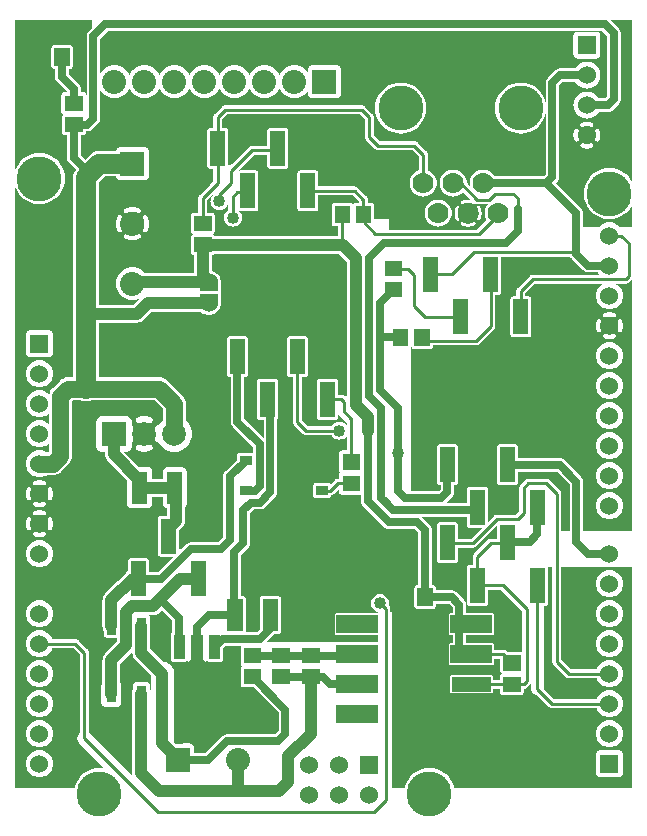
<source format=gbr>
G04 start of page 2 for group 0 idx 0 *
G04 Title: (unknown), component *
G04 Creator: pcb 20140316 *
G04 CreationDate: Wed 08 Apr 2015 04:08:23 PM GMT UTC *
G04 For: ndholmes *
G04 Format: Gerber/RS-274X *
G04 PCB-Dimensions (mil): 2110.00 2710.00 *
G04 PCB-Coordinate-Origin: lower left *
%MOIN*%
%FSLAX25Y25*%
%LNTOP*%
%ADD35C,0.1280*%
%ADD34C,0.0300*%
%ADD33C,0.0480*%
%ADD32C,0.0450*%
%ADD31C,0.1285*%
%ADD30C,0.0380*%
%ADD29C,0.0200*%
%ADD28R,0.0300X0.0300*%
%ADD27R,0.0600X0.0600*%
%ADD26R,0.0945X0.0945*%
%ADD25R,0.0378X0.0378*%
%ADD24R,0.0310X0.0310*%
%ADD23R,0.0512X0.0512*%
%ADD22R,0.0500X0.0500*%
%ADD21C,0.0700*%
%ADD20C,0.0800*%
%ADD19C,0.0787*%
%ADD18C,0.1500*%
%ADD17C,0.0600*%
%ADD16C,0.0650*%
%ADD15C,0.0100*%
%ADD14C,0.0250*%
%ADD13C,0.0400*%
%ADD12C,0.0550*%
%ADD11C,0.0001*%
G54D11*G36*
X136793Y79944D02*X136327Y79943D01*
X136174Y79906D01*
X136029Y79846D01*
X135894Y79764D01*
X135775Y79661D01*
X135672Y79542D01*
X135590Y79407D01*
X135530Y79262D01*
X135493Y79109D01*
X135484Y78952D01*
X135493Y72891D01*
X135530Y72738D01*
X135590Y72593D01*
X135672Y72458D01*
X135775Y72339D01*
X135894Y72236D01*
X136029Y72154D01*
X136174Y72094D01*
X136327Y72057D01*
X136484Y72048D01*
X141759Y72057D01*
X141912Y72094D01*
X142057Y72154D01*
X142192Y72236D01*
X142311Y72339D01*
X142414Y72458D01*
X142496Y72593D01*
X142556Y72738D01*
X142593Y72891D01*
X142602Y73048D01*
X142601Y73750D01*
X147068D01*
X148250Y72568D01*
Y71000D01*
X127500D01*
Y71941D01*
X127505Y72000D01*
X127486Y72235D01*
X127431Y72465D01*
X127341Y72683D01*
X127217Y72884D01*
X127064Y73064D01*
X127019Y73102D01*
X126899Y73223D01*
X126972Y73529D01*
X127000Y74000D01*
X126972Y74471D01*
X126862Y74930D01*
X126681Y75366D01*
X126435Y75769D01*
X126128Y76128D01*
X125769Y76435D01*
X125366Y76681D01*
X124930Y76862D01*
X124471Y76972D01*
X124000Y77009D01*
X123529Y76972D01*
X123070Y76862D01*
X122634Y76681D01*
X122231Y76435D01*
X121872Y76128D01*
X121565Y75769D01*
X121319Y75366D01*
X121138Y74930D01*
X121028Y74471D01*
X120991Y74000D01*
X121028Y73529D01*
X121138Y73070D01*
X121319Y72634D01*
X121565Y72231D01*
X121872Y71872D01*
X122231Y71565D01*
X122634Y71319D01*
X123070Y71138D01*
X123529Y71028D01*
X123882Y71000D01*
X91053D01*
X91050Y75471D01*
X91013Y75624D01*
X90953Y75769D01*
X90870Y75904D01*
X90768Y76023D01*
X90648Y76126D01*
X90514Y76208D01*
X90369Y76268D01*
X90216Y76305D01*
X90059Y76314D01*
X84784Y76305D01*
X84631Y76268D01*
X84485Y76208D01*
X84351Y76126D01*
X84232Y76023D01*
X84129Y75904D01*
X84047Y75769D01*
X83987Y75624D01*
X83950Y75471D01*
X83941Y75314D01*
X83945Y71000D01*
X79243D01*
X79240Y75471D01*
X79203Y75624D01*
X79143Y75769D01*
X79060Y75904D01*
X78958Y76023D01*
X78838Y76126D01*
X78704Y76208D01*
X78559Y76268D01*
X78406Y76305D01*
X78249Y76314D01*
X77750Y76313D01*
Y90068D01*
X80029Y92347D01*
X80096Y92404D01*
X80326Y92673D01*
X80326Y92673D01*
X80511Y92975D01*
X80646Y93303D01*
X80729Y93647D01*
X80757Y94000D01*
X80750Y94088D01*
Y99500D01*
X125318D01*
X125347Y99471D01*
X125404Y99404D01*
X125673Y99174D01*
X125673Y99174D01*
X125861Y99059D01*
X125975Y98989D01*
X126303Y98854D01*
X126647Y98771D01*
X126647D01*
X127000Y98743D01*
X127088Y98750D01*
X135568D01*
X136793Y97525D01*
Y79944D01*
G37*
G36*
X90059Y76314D02*X84784Y76305D01*
X84631Y76268D01*
X84485Y76208D01*
X84351Y76126D01*
X84232Y76023D01*
X84129Y75904D01*
X84047Y75769D01*
X83987Y75624D01*
X83950Y75471D01*
X83941Y75314D01*
X83950Y65132D01*
X83068Y64250D01*
X79151D01*
X79203Y64376D01*
X79240Y64529D01*
X79249Y64686D01*
X79240Y75471D01*
X79203Y75624D01*
X79143Y75769D01*
X79060Y75904D01*
X78958Y76023D01*
X78838Y76126D01*
X78704Y76208D01*
X78559Y76268D01*
X78406Y76305D01*
X78249Y76314D01*
X77750Y76313D01*
Y88000D01*
X123500D01*
Y76965D01*
X123070Y76862D01*
X122634Y76681D01*
X122231Y76435D01*
X121872Y76128D01*
X121565Y75769D01*
X121319Y75366D01*
X121138Y74930D01*
X121028Y74471D01*
X120991Y74000D01*
X121028Y73529D01*
X121138Y73070D01*
X121319Y72634D01*
X121565Y72231D01*
X121872Y71872D01*
X122231Y71565D01*
X122634Y71319D01*
X123070Y71138D01*
X123500Y71035D01*
Y70600D01*
X123500D01*
X109406Y70594D01*
X109314Y70572D01*
X109227Y70536D01*
X109146Y70487D01*
X109074Y70426D01*
X109013Y70354D01*
X108964Y70273D01*
X108928Y70186D01*
X108906Y70094D01*
X108900Y70000D01*
X108906Y63906D01*
X108928Y63814D01*
X108964Y63727D01*
X109013Y63646D01*
X109074Y63574D01*
X109146Y63513D01*
X109227Y63464D01*
X109314Y63428D01*
X109406Y63406D01*
X109500Y63400D01*
X123500Y63406D01*
Y61000D01*
X86182D01*
X88875Y63693D01*
X90216Y63695D01*
X90369Y63732D01*
X90514Y63792D01*
X90648Y63874D01*
X90768Y63977D01*
X90870Y64096D01*
X90953Y64231D01*
X91013Y64376D01*
X91050Y64529D01*
X91059Y64686D01*
X91050Y75471D01*
X91013Y75624D01*
X90953Y75769D01*
X90870Y75904D01*
X90768Y76023D01*
X90648Y76126D01*
X90514Y76208D01*
X90369Y76268D01*
X90216Y76305D01*
X90059Y76314D01*
G37*
G36*
X200500Y35986D02*X201206Y36042D01*
X201895Y36207D01*
X202549Y36478D01*
X203153Y36848D01*
X203692Y37308D01*
X204152Y37847D01*
X204522Y38451D01*
X204793Y39105D01*
X204958Y39794D01*
X205000Y40500D01*
X204958Y41206D01*
X204793Y41895D01*
X204522Y42549D01*
X204152Y43153D01*
X203692Y43692D01*
X203153Y44152D01*
X202549Y44522D01*
X201895Y44793D01*
X201206Y44958D01*
X200500Y45014D01*
Y45986D01*
X201206Y46042D01*
X201895Y46207D01*
X202549Y46478D01*
X203153Y46848D01*
X203692Y47308D01*
X204152Y47847D01*
X204522Y48451D01*
X204793Y49105D01*
X204958Y49794D01*
X205000Y50500D01*
X204958Y51206D01*
X204793Y51895D01*
X204522Y52549D01*
X204152Y53153D01*
X203692Y53692D01*
X203153Y54152D01*
X202549Y54522D01*
X201895Y54793D01*
X201206Y54958D01*
X200500Y55014D01*
Y55986D01*
X201206Y56042D01*
X201895Y56207D01*
X202549Y56478D01*
X203153Y56848D01*
X203692Y57308D01*
X204152Y57847D01*
X204522Y58451D01*
X204793Y59105D01*
X204958Y59794D01*
X205000Y60500D01*
X204958Y61206D01*
X204793Y61895D01*
X204522Y62549D01*
X204152Y63153D01*
X203692Y63692D01*
X203153Y64152D01*
X202549Y64522D01*
X201895Y64793D01*
X201206Y64958D01*
X200500Y65014D01*
Y65986D01*
X201206Y66042D01*
X201895Y66207D01*
X202549Y66478D01*
X203153Y66848D01*
X203692Y67308D01*
X204152Y67847D01*
X204522Y68451D01*
X204793Y69105D01*
X204958Y69794D01*
X205000Y70500D01*
X204958Y71206D01*
X204793Y71895D01*
X204522Y72549D01*
X204152Y73153D01*
X203692Y73692D01*
X203153Y74152D01*
X202549Y74522D01*
X201895Y74793D01*
X201206Y74958D01*
X200500Y75014D01*
Y75986D01*
X201206Y76042D01*
X201895Y76207D01*
X202549Y76478D01*
X203153Y76848D01*
X203692Y77308D01*
X204152Y77847D01*
X204522Y78451D01*
X204793Y79105D01*
X204958Y79794D01*
X205000Y80500D01*
X204958Y81206D01*
X204793Y81895D01*
X204522Y82549D01*
X204152Y83153D01*
X203692Y83692D01*
X203153Y84152D01*
X202549Y84522D01*
X201895Y84793D01*
X201206Y84958D01*
X200500Y85014D01*
Y85986D01*
X200676Y86000D01*
X208000D01*
Y12500D01*
X200500D01*
Y16007D01*
X203735Y16014D01*
X203965Y16069D01*
X204183Y16159D01*
X204384Y16283D01*
X204564Y16436D01*
X204717Y16616D01*
X204841Y16817D01*
X204931Y17035D01*
X204986Y17265D01*
X205000Y17500D01*
X204986Y23735D01*
X204931Y23965D01*
X204841Y24183D01*
X204717Y24384D01*
X204564Y24564D01*
X204384Y24717D01*
X204183Y24841D01*
X203965Y24931D01*
X203735Y24986D01*
X203500Y25000D01*
X200500Y24993D01*
Y25986D01*
X201206Y26042D01*
X201895Y26207D01*
X202549Y26478D01*
X203153Y26848D01*
X203692Y27308D01*
X204152Y27847D01*
X204522Y28451D01*
X204793Y29105D01*
X204958Y29794D01*
X205000Y30500D01*
X204958Y31206D01*
X204793Y31895D01*
X204522Y32549D01*
X204152Y33153D01*
X203692Y33692D01*
X203153Y34152D01*
X202549Y34522D01*
X201895Y34793D01*
X201206Y34958D01*
X200500Y35014D01*
Y35986D01*
G37*
G36*
Y55014D02*X199794Y54958D01*
X199105Y54793D01*
X198451Y54522D01*
X197847Y54152D01*
X197308Y53692D01*
X196848Y53153D01*
X196478Y52549D01*
X196251Y52000D01*
X187621D01*
X184500Y55121D01*
Y86000D01*
X200324D01*
X200500Y85986D01*
Y85014D01*
X199794Y84958D01*
X199105Y84793D01*
X198451Y84522D01*
X197847Y84152D01*
X197308Y83692D01*
X196848Y83153D01*
X196478Y82549D01*
X196207Y81895D01*
X196042Y81206D01*
X195986Y80500D01*
X196042Y79794D01*
X196207Y79105D01*
X196478Y78451D01*
X196848Y77847D01*
X197308Y77308D01*
X197847Y76848D01*
X198451Y76478D01*
X199105Y76207D01*
X199794Y76042D01*
X200500Y75986D01*
Y75014D01*
X199794Y74958D01*
X199105Y74793D01*
X198451Y74522D01*
X197847Y74152D01*
X197308Y73692D01*
X196848Y73153D01*
X196478Y72549D01*
X196207Y71895D01*
X196042Y71206D01*
X195986Y70500D01*
X196042Y69794D01*
X196207Y69105D01*
X196478Y68451D01*
X196848Y67847D01*
X197308Y67308D01*
X197847Y66848D01*
X198451Y66478D01*
X199105Y66207D01*
X199794Y66042D01*
X200500Y65986D01*
Y65014D01*
X199794Y64958D01*
X199105Y64793D01*
X198451Y64522D01*
X197847Y64152D01*
X197308Y63692D01*
X196848Y63153D01*
X196478Y62549D01*
X196207Y61895D01*
X196042Y61206D01*
X195986Y60500D01*
X196042Y59794D01*
X196207Y59105D01*
X196478Y58451D01*
X196848Y57847D01*
X197308Y57308D01*
X197847Y56848D01*
X198451Y56478D01*
X199105Y56207D01*
X199794Y56042D01*
X200500Y55986D01*
Y55014D01*
G37*
G36*
Y45014D02*X199794Y44958D01*
X199105Y44793D01*
X198451Y44522D01*
X197847Y44152D01*
X197308Y43692D01*
X196848Y43153D01*
X196478Y42549D01*
X196251Y42000D01*
X182121D01*
X178600Y45521D01*
Y73095D01*
X179157Y73096D01*
X179310Y73133D01*
X179455Y73193D01*
X179590Y73276D01*
X179709Y73378D01*
X179812Y73497D01*
X179894Y73632D01*
X179954Y73777D01*
X179991Y73930D01*
X180000Y74087D01*
X179991Y85897D01*
X179966Y86000D01*
X181500D01*
Y54559D01*
X181495Y54500D01*
X181514Y54265D01*
X181569Y54035D01*
X181659Y53817D01*
X181783Y53616D01*
X181936Y53436D01*
X181981Y53398D01*
X185898Y49481D01*
X185936Y49436D01*
X186115Y49283D01*
X186116Y49283D01*
X186317Y49159D01*
X186535Y49069D01*
X186765Y49014D01*
X187000Y48995D01*
X187059Y49000D01*
X196251D01*
X196478Y48451D01*
X196848Y47847D01*
X197308Y47308D01*
X197847Y46848D01*
X198451Y46478D01*
X199105Y46207D01*
X199794Y46042D01*
X200500Y45986D01*
Y45014D01*
G37*
G36*
X136793Y79944D02*X136327Y79943D01*
X136174Y79906D01*
X136029Y79846D01*
X135894Y79764D01*
X135775Y79661D01*
X135672Y79542D01*
X135590Y79407D01*
X135530Y79262D01*
X135493Y79109D01*
X135484Y78952D01*
X135493Y72891D01*
X135530Y72738D01*
X135590Y72593D01*
X135672Y72458D01*
X135775Y72339D01*
X135894Y72236D01*
X136029Y72154D01*
X136174Y72094D01*
X136327Y72057D01*
X136484Y72048D01*
X141759Y72057D01*
X141912Y72094D01*
X142057Y72154D01*
X142192Y72236D01*
X142311Y72339D01*
X142414Y72458D01*
X142496Y72593D01*
X142556Y72738D01*
X142593Y72891D01*
X142602Y73048D01*
X142601Y73750D01*
X147068D01*
X148250Y72568D01*
Y70595D01*
X147406Y70594D01*
X147314Y70572D01*
X147227Y70536D01*
X147146Y70487D01*
X147074Y70426D01*
X147013Y70354D01*
X146964Y70273D01*
X146928Y70186D01*
X146906Y70094D01*
X146900Y70000D01*
X146906Y63906D01*
X146928Y63814D01*
X146964Y63727D01*
X147013Y63646D01*
X147074Y63574D01*
X147146Y63513D01*
X147227Y63464D01*
X147314Y63428D01*
X147406Y63406D01*
X147500Y63400D01*
X148250Y63400D01*
Y60595D01*
X147406Y60594D01*
X147314Y60572D01*
X147227Y60536D01*
X147146Y60487D01*
X147074Y60426D01*
X147013Y60354D01*
X146964Y60273D01*
X146928Y60186D01*
X146906Y60094D01*
X146900Y60000D01*
X146906Y53906D01*
X146928Y53814D01*
X146964Y53727D01*
X147013Y53646D01*
X147074Y53574D01*
X147146Y53513D01*
X147227Y53464D01*
X147314Y53428D01*
X147406Y53406D01*
X147500Y53400D01*
X161594Y53406D01*
X161686Y53428D01*
X161773Y53464D01*
X161854Y53513D01*
X161926Y53574D01*
X161987Y53646D01*
X162036Y53727D01*
X162072Y53814D01*
X162094Y53906D01*
X162100Y54000D01*
X162099Y55500D01*
X164050D01*
X164057Y51327D01*
X164094Y51174D01*
X164154Y51029D01*
X164236Y50894D01*
X164339Y50775D01*
X164458Y50672D01*
X164593Y50590D01*
X164738Y50530D01*
X164863Y50500D01*
X164738Y50470D01*
X164593Y50410D01*
X164458Y50328D01*
X164339Y50225D01*
X164236Y50106D01*
X164154Y49971D01*
X164094Y49826D01*
X164057Y49673D01*
X164048Y49516D01*
X164050Y48500D01*
X161596D01*
X161594Y49594D01*
X161572Y49686D01*
X161536Y49773D01*
X161487Y49854D01*
X161426Y49926D01*
X161354Y49987D01*
X161273Y50036D01*
X161186Y50072D01*
X161094Y50094D01*
X161000Y50100D01*
X147906Y50094D01*
X147814Y50072D01*
X147727Y50036D01*
X147646Y49987D01*
X147574Y49926D01*
X147513Y49854D01*
X147464Y49773D01*
X147428Y49686D01*
X147406Y49594D01*
X147400Y49500D01*
X147406Y44406D01*
X147428Y44314D01*
X147464Y44227D01*
X147513Y44146D01*
X147574Y44074D01*
X147646Y44013D01*
X147727Y43964D01*
X147814Y43928D01*
X147906Y43906D01*
X148000Y43900D01*
X161094Y43906D01*
X161186Y43928D01*
X161273Y43964D01*
X161354Y44013D01*
X161426Y44074D01*
X161487Y44146D01*
X161536Y44227D01*
X161572Y44314D01*
X161594Y44406D01*
X161600Y44500D01*
X161599Y45500D01*
X164055D01*
X164057Y44241D01*
X164094Y44088D01*
X164154Y43943D01*
X164236Y43808D01*
X164339Y43689D01*
X164458Y43586D01*
X164593Y43504D01*
X164738Y43444D01*
X164891Y43407D01*
X165048Y43398D01*
X171109Y43407D01*
X171262Y43444D01*
X171407Y43504D01*
X171542Y43586D01*
X171661Y43689D01*
X171764Y43808D01*
X171846Y43943D01*
X171906Y44088D01*
X171943Y44241D01*
X171952Y44398D01*
X171950Y45453D01*
X171957Y45452D01*
X172192Y45471D01*
X172192Y45471D01*
X172422Y45526D01*
X172640Y45616D01*
X172841Y45740D01*
X173021Y45893D01*
X173059Y45938D01*
X174019Y46898D01*
X174064Y46936D01*
X174217Y47115D01*
X174217Y47116D01*
X174341Y47317D01*
X174400Y47460D01*
Y45500D01*
X174419Y45170D01*
X174497Y44849D01*
X174623Y44544D01*
X174796Y44262D01*
X175010Y44010D01*
X175262Y43796D01*
X175544Y43623D01*
X175849Y43497D01*
X176170Y43419D01*
X176484Y43395D01*
X180398Y39481D01*
X180436Y39436D01*
X180616Y39283D01*
X180817Y39159D01*
X181035Y39069D01*
X181265Y39014D01*
X181500Y38995D01*
X181559Y39000D01*
X196251D01*
X196478Y38451D01*
X196848Y37847D01*
X197308Y37308D01*
X197847Y36848D01*
X198451Y36478D01*
X199105Y36207D01*
X199794Y36042D01*
X200500Y35986D01*
Y35014D01*
X199794Y34958D01*
X199105Y34793D01*
X198451Y34522D01*
X197847Y34152D01*
X197308Y33692D01*
X196848Y33153D01*
X196478Y32549D01*
X196207Y31895D01*
X196042Y31206D01*
X195986Y30500D01*
X196042Y29794D01*
X196207Y29105D01*
X196478Y28451D01*
X196848Y27847D01*
X197308Y27308D01*
X197847Y26848D01*
X198451Y26478D01*
X199105Y26207D01*
X199794Y26042D01*
X200500Y25986D01*
Y24993D01*
X197265Y24986D01*
X197035Y24931D01*
X196817Y24841D01*
X196616Y24717D01*
X196436Y24564D01*
X196283Y24384D01*
X196159Y24183D01*
X196069Y23965D01*
X196014Y23735D01*
X196000Y23500D01*
X196014Y17265D01*
X196069Y17035D01*
X196159Y16817D01*
X196283Y16616D01*
X196436Y16436D01*
X196616Y16283D01*
X196817Y16159D01*
X197035Y16069D01*
X197265Y16014D01*
X197500Y16000D01*
X200500Y16007D01*
Y12500D01*
X148761D01*
X148609Y13135D01*
X148097Y14371D01*
X147398Y15512D01*
X146529Y16529D01*
X145512Y17398D01*
X144371Y18097D01*
X143135Y18609D01*
X141834Y18921D01*
X140500Y19026D01*
X139166Y18921D01*
X137865Y18609D01*
X136629Y18097D01*
X135488Y17398D01*
X134471Y16529D01*
X133602Y15512D01*
X132903Y14371D01*
X132391Y13135D01*
X132239Y12500D01*
X128000D01*
Y86000D01*
X136793D01*
Y79944D01*
G37*
G36*
X204113Y173802D02*X204152Y173847D01*
X204522Y174451D01*
X204793Y175105D01*
X204958Y175794D01*
X205000Y176500D01*
X204958Y177206D01*
X204793Y177895D01*
X204522Y178549D01*
X204152Y179153D01*
X204113Y179198D01*
Y180500D01*
X205941D01*
X206000Y180495D01*
X206235Y180514D01*
X206235Y180514D01*
X206465Y180569D01*
X206683Y180659D01*
X206884Y180783D01*
X207064Y180936D01*
X207102Y180981D01*
X208000Y181879D01*
Y98000D01*
X204113D01*
Y103802D01*
X204152Y103847D01*
X204522Y104451D01*
X204793Y105105D01*
X204958Y105794D01*
X205000Y106500D01*
X204958Y107206D01*
X204793Y107895D01*
X204522Y108549D01*
X204152Y109153D01*
X204113Y109198D01*
Y113802D01*
X204152Y113847D01*
X204522Y114451D01*
X204793Y115105D01*
X204958Y115794D01*
X205000Y116500D01*
X204958Y117206D01*
X204793Y117895D01*
X204522Y118549D01*
X204152Y119153D01*
X204113Y119198D01*
Y123802D01*
X204152Y123847D01*
X204522Y124451D01*
X204793Y125105D01*
X204958Y125794D01*
X205000Y126500D01*
X204958Y127206D01*
X204793Y127895D01*
X204522Y128549D01*
X204152Y129153D01*
X204113Y129198D01*
Y133802D01*
X204152Y133847D01*
X204522Y134451D01*
X204793Y135105D01*
X204958Y135794D01*
X205000Y136500D01*
X204958Y137206D01*
X204793Y137895D01*
X204522Y138549D01*
X204152Y139153D01*
X204113Y139198D01*
Y143802D01*
X204152Y143847D01*
X204522Y144451D01*
X204793Y145105D01*
X204958Y145794D01*
X205000Y146500D01*
X204958Y147206D01*
X204793Y147895D01*
X204522Y148549D01*
X204152Y149153D01*
X204113Y149198D01*
Y153802D01*
X204152Y153847D01*
X204522Y154451D01*
X204793Y155105D01*
X204958Y155794D01*
X205000Y156500D01*
X204958Y157206D01*
X204793Y157895D01*
X204522Y158549D01*
X204152Y159153D01*
X204113Y159198D01*
Y164353D01*
X204156Y164360D01*
X204268Y164397D01*
X204373Y164452D01*
X204468Y164522D01*
X204551Y164606D01*
X204619Y164702D01*
X204670Y164808D01*
X204818Y165216D01*
X204922Y165637D01*
X204984Y166067D01*
X205005Y166500D01*
X204984Y166933D01*
X204922Y167363D01*
X204818Y167784D01*
X204675Y168194D01*
X204622Y168300D01*
X204553Y168396D01*
X204470Y168481D01*
X204375Y168551D01*
X204269Y168606D01*
X204157Y168643D01*
X204113Y168651D01*
Y173802D01*
G37*
G36*
Y149198D02*X203692Y149692D01*
X203153Y150152D01*
X202549Y150522D01*
X201895Y150793D01*
X201206Y150958D01*
X200500Y151014D01*
X200493Y151013D01*
Y151987D01*
X200500Y151986D01*
X201206Y152042D01*
X201895Y152207D01*
X202549Y152478D01*
X203153Y152848D01*
X203692Y153308D01*
X204113Y153802D01*
Y149198D01*
G37*
G36*
Y139198D02*X203692Y139692D01*
X203153Y140152D01*
X202549Y140522D01*
X201895Y140793D01*
X201206Y140958D01*
X200500Y141014D01*
X200493Y141013D01*
Y141987D01*
X200500Y141986D01*
X201206Y142042D01*
X201895Y142207D01*
X202549Y142478D01*
X203153Y142848D01*
X203692Y143308D01*
X204113Y143802D01*
Y139198D01*
G37*
G36*
Y129198D02*X203692Y129692D01*
X203153Y130152D01*
X202549Y130522D01*
X201895Y130793D01*
X201206Y130958D01*
X200500Y131014D01*
X200493Y131013D01*
Y131987D01*
X200500Y131986D01*
X201206Y132042D01*
X201895Y132207D01*
X202549Y132478D01*
X203153Y132848D01*
X203692Y133308D01*
X204113Y133802D01*
Y129198D01*
G37*
G36*
Y119198D02*X203692Y119692D01*
X203153Y120152D01*
X202549Y120522D01*
X201895Y120793D01*
X201206Y120958D01*
X200500Y121014D01*
X200493Y121013D01*
Y121987D01*
X200500Y121986D01*
X201206Y122042D01*
X201895Y122207D01*
X202549Y122478D01*
X203153Y122848D01*
X203692Y123308D01*
X204113Y123802D01*
Y119198D01*
G37*
G36*
Y109198D02*X203692Y109692D01*
X203153Y110152D01*
X202549Y110522D01*
X201895Y110793D01*
X201206Y110958D01*
X200500Y111014D01*
X200493Y111013D01*
Y111987D01*
X200500Y111986D01*
X201206Y112042D01*
X201895Y112207D01*
X202549Y112478D01*
X203153Y112848D01*
X203692Y113308D01*
X204113Y113802D01*
Y109198D01*
G37*
G36*
Y98000D02*X200493D01*
Y101987D01*
X200500Y101986D01*
X201206Y102042D01*
X201895Y102207D01*
X202549Y102478D01*
X203153Y102848D01*
X203692Y103308D01*
X204113Y103802D01*
Y98000D01*
G37*
G36*
Y179198D02*X203692Y179692D01*
X203153Y180152D01*
X202585Y180500D01*
X204113D01*
Y179198D01*
G37*
G36*
X200493Y171987D02*X200500Y171986D01*
X201206Y172042D01*
X201895Y172207D01*
X202549Y172478D01*
X203153Y172848D01*
X203692Y173308D01*
X204113Y173802D01*
Y168651D01*
X204040Y168663D01*
X203921Y168664D01*
X203804Y168646D01*
X203691Y168610D01*
X203585Y168557D01*
X203488Y168488D01*
X203404Y168405D01*
X203333Y168309D01*
X203279Y168204D01*
X203241Y168092D01*
X203222Y167975D01*
X203221Y167856D01*
X203239Y167739D01*
X203277Y167626D01*
X203376Y167355D01*
X203444Y167075D01*
X203486Y166789D01*
X203500Y166500D01*
X203486Y166211D01*
X203444Y165925D01*
X203376Y165645D01*
X203280Y165372D01*
X203242Y165261D01*
X203225Y165144D01*
X203225Y165026D01*
X203245Y164909D01*
X203282Y164797D01*
X203336Y164693D01*
X203406Y164598D01*
X203491Y164515D01*
X203587Y164446D01*
X203692Y164393D01*
X203805Y164357D01*
X203921Y164340D01*
X204039Y164341D01*
X204113Y164353D01*
Y159198D01*
X203692Y159692D01*
X203153Y160152D01*
X202549Y160522D01*
X201895Y160793D01*
X201206Y160958D01*
X200500Y161014D01*
X200493Y161013D01*
Y161995D01*
X200500Y161995D01*
X200933Y162016D01*
X201363Y162078D01*
X201784Y162182D01*
X202194Y162325D01*
X202300Y162378D01*
X202396Y162447D01*
X202481Y162530D01*
X202551Y162625D01*
X202606Y162731D01*
X202643Y162843D01*
X202663Y162960D01*
X202664Y163079D01*
X202646Y163196D01*
X202610Y163309D01*
X202557Y163415D01*
X202488Y163512D01*
X202405Y163596D01*
X202309Y163667D01*
X202204Y163721D01*
X202092Y163759D01*
X201975Y163778D01*
X201856Y163779D01*
X201739Y163761D01*
X201626Y163723D01*
X201355Y163624D01*
X201075Y163556D01*
X200789Y163514D01*
X200500Y163500D01*
X200493Y163500D01*
Y169500D01*
X200500Y169500D01*
X200789Y169486D01*
X201075Y169444D01*
X201355Y169376D01*
X201628Y169280D01*
X201739Y169242D01*
X201856Y169225D01*
X201974Y169225D01*
X202091Y169245D01*
X202203Y169282D01*
X202307Y169336D01*
X202402Y169406D01*
X202485Y169491D01*
X202554Y169587D01*
X202607Y169692D01*
X202643Y169805D01*
X202660Y169921D01*
X202659Y170039D01*
X202640Y170156D01*
X202603Y170268D01*
X202548Y170373D01*
X202478Y170468D01*
X202394Y170551D01*
X202298Y170619D01*
X202192Y170670D01*
X201784Y170818D01*
X201363Y170922D01*
X200933Y170984D01*
X200500Y171005D01*
X200493Y171005D01*
Y171987D01*
G37*
G36*
X196887Y103802D02*X197308Y103308D01*
X197847Y102848D01*
X198451Y102478D01*
X199105Y102207D01*
X199794Y102042D01*
X200493Y101987D01*
Y98000D01*
X196887D01*
Y103802D01*
G37*
G36*
Y113802D02*X197308Y113308D01*
X197847Y112848D01*
X198451Y112478D01*
X199105Y112207D01*
X199794Y112042D01*
X200493Y111987D01*
Y111013D01*
X199794Y110958D01*
X199105Y110793D01*
X198451Y110522D01*
X197847Y110152D01*
X197308Y109692D01*
X196887Y109198D01*
Y113802D01*
G37*
G36*
Y123802D02*X197308Y123308D01*
X197847Y122848D01*
X198451Y122478D01*
X199105Y122207D01*
X199794Y122042D01*
X200493Y121987D01*
Y121013D01*
X199794Y120958D01*
X199105Y120793D01*
X198451Y120522D01*
X197847Y120152D01*
X197308Y119692D01*
X196887Y119198D01*
Y123802D01*
G37*
G36*
Y133802D02*X197308Y133308D01*
X197847Y132848D01*
X198451Y132478D01*
X199105Y132207D01*
X199794Y132042D01*
X200493Y131987D01*
Y131013D01*
X199794Y130958D01*
X199105Y130793D01*
X198451Y130522D01*
X197847Y130152D01*
X197308Y129692D01*
X196887Y129198D01*
Y133802D01*
G37*
G36*
Y143802D02*X197308Y143308D01*
X197847Y142848D01*
X198451Y142478D01*
X199105Y142207D01*
X199794Y142042D01*
X200493Y141987D01*
Y141013D01*
X199794Y140958D01*
X199105Y140793D01*
X198451Y140522D01*
X197847Y140152D01*
X197308Y139692D01*
X196887Y139198D01*
Y143802D01*
G37*
G36*
Y153802D02*X197308Y153308D01*
X197847Y152848D01*
X198451Y152478D01*
X199105Y152207D01*
X199794Y152042D01*
X200493Y151987D01*
Y151013D01*
X199794Y150958D01*
X199105Y150793D01*
X198451Y150522D01*
X197847Y150152D01*
X197308Y149692D01*
X196887Y149198D01*
Y153802D01*
G37*
G36*
Y173802D02*X197308Y173308D01*
X197847Y172848D01*
X198451Y172478D01*
X199105Y172207D01*
X199794Y172042D01*
X200493Y171987D01*
Y171005D01*
X200067Y170984D01*
X199637Y170922D01*
X199216Y170818D01*
X198806Y170675D01*
X198700Y170622D01*
X198604Y170553D01*
X198519Y170470D01*
X198449Y170375D01*
X198394Y170269D01*
X198357Y170157D01*
X198337Y170040D01*
X198336Y169921D01*
X198354Y169804D01*
X198390Y169691D01*
X198443Y169585D01*
X198512Y169488D01*
X198595Y169404D01*
X198691Y169333D01*
X198796Y169279D01*
X198908Y169241D01*
X199025Y169222D01*
X199144Y169221D01*
X199261Y169239D01*
X199374Y169277D01*
X199645Y169376D01*
X199925Y169444D01*
X200211Y169486D01*
X200493Y169500D01*
Y163500D01*
X200211Y163514D01*
X199925Y163556D01*
X199645Y163624D01*
X199372Y163720D01*
X199261Y163758D01*
X199144Y163775D01*
X199026Y163775D01*
X198909Y163755D01*
X198797Y163718D01*
X198693Y163664D01*
X198598Y163594D01*
X198515Y163509D01*
X198446Y163413D01*
X198393Y163308D01*
X198357Y163195D01*
X198340Y163079D01*
X198341Y162961D01*
X198360Y162844D01*
X198397Y162732D01*
X198452Y162627D01*
X198522Y162532D01*
X198606Y162449D01*
X198702Y162381D01*
X198808Y162330D01*
X199216Y162182D01*
X199637Y162078D01*
X200067Y162016D01*
X200493Y161995D01*
Y161013D01*
X199794Y160958D01*
X199105Y160793D01*
X198451Y160522D01*
X197847Y160152D01*
X197308Y159692D01*
X196887Y159198D01*
Y164349D01*
X196960Y164337D01*
X197079Y164336D01*
X197196Y164354D01*
X197309Y164390D01*
X197415Y164443D01*
X197512Y164512D01*
X197596Y164595D01*
X197667Y164691D01*
X197721Y164796D01*
X197759Y164908D01*
X197778Y165025D01*
X197779Y165144D01*
X197761Y165261D01*
X197723Y165374D01*
X197624Y165645D01*
X197556Y165925D01*
X197514Y166211D01*
X197500Y166500D01*
X197514Y166789D01*
X197556Y167075D01*
X197624Y167355D01*
X197720Y167628D01*
X197758Y167739D01*
X197775Y167856D01*
X197775Y167974D01*
X197755Y168091D01*
X197718Y168203D01*
X197664Y168307D01*
X197594Y168402D01*
X197509Y168485D01*
X197413Y168554D01*
X197308Y168607D01*
X197195Y168643D01*
X197079Y168660D01*
X196961Y168659D01*
X196887Y168647D01*
Y173802D01*
G37*
G36*
Y180500D02*X198415D01*
X197847Y180152D01*
X197308Y179692D01*
X196887Y179198D01*
Y180500D01*
G37*
G36*
X197144Y183500D02*X196887D01*
Y183802D01*
X197144Y183500D01*
G37*
G36*
X196887D02*X175059D01*
X175000Y183505D01*
X174765Y183486D01*
X174535Y183431D01*
X174317Y183341D01*
X174116Y183217D01*
X174115Y183217D01*
X173936Y183064D01*
X173898Y183019D01*
X169981Y179102D01*
X169936Y179064D01*
X169783Y178884D01*
X169659Y178683D01*
X169569Y178465D01*
X169514Y178235D01*
X169514Y178235D01*
X169495Y178000D01*
X169500Y177941D01*
Y176233D01*
X168343Y176231D01*
X168190Y176194D01*
X168045Y176134D01*
X167910Y176052D01*
X167791Y175949D01*
X167688Y175830D01*
X167606Y175695D01*
X167546Y175550D01*
X167509Y175397D01*
X167500Y175240D01*
X167509Y163430D01*
X167546Y163277D01*
X167606Y163132D01*
X167688Y162997D01*
X167791Y162878D01*
X167910Y162776D01*
X168045Y162693D01*
X168190Y162633D01*
X168343Y162596D01*
X168500Y162587D01*
X173657Y162596D01*
X173810Y162633D01*
X173955Y162693D01*
X174090Y162776D01*
X174209Y162878D01*
X174312Y162997D01*
X174394Y163132D01*
X174454Y163277D01*
X174491Y163430D01*
X174500Y163587D01*
X174491Y175397D01*
X174454Y175550D01*
X174394Y175695D01*
X174312Y175830D01*
X174209Y175949D01*
X174090Y176052D01*
X173955Y176134D01*
X173810Y176194D01*
X173657Y176231D01*
X173500Y176240D01*
X172500Y176238D01*
Y177379D01*
X175621Y180500D01*
X196887D01*
Y179198D01*
X196848Y179153D01*
X196478Y178549D01*
X196207Y177895D01*
X196042Y177206D01*
X195986Y176500D01*
X196042Y175794D01*
X196207Y175105D01*
X196478Y174451D01*
X196848Y173847D01*
X196887Y173802D01*
Y168647D01*
X196844Y168640D01*
X196732Y168603D01*
X196627Y168548D01*
X196532Y168478D01*
X196449Y168394D01*
X196381Y168298D01*
X196330Y168192D01*
X196182Y167784D01*
X196078Y167363D01*
X196016Y166933D01*
X195995Y166500D01*
X196016Y166067D01*
X196078Y165637D01*
X196182Y165216D01*
X196325Y164806D01*
X196378Y164700D01*
X196447Y164604D01*
X196530Y164519D01*
X196625Y164449D01*
X196731Y164394D01*
X196843Y164357D01*
X196887Y164349D01*
Y159198D01*
X196848Y159153D01*
X196478Y158549D01*
X196207Y157895D01*
X196042Y157206D01*
X195986Y156500D01*
X196042Y155794D01*
X196207Y155105D01*
X196478Y154451D01*
X196848Y153847D01*
X196887Y153802D01*
Y149198D01*
X196848Y149153D01*
X196478Y148549D01*
X196207Y147895D01*
X196042Y147206D01*
X195986Y146500D01*
X196042Y145794D01*
X196207Y145105D01*
X196478Y144451D01*
X196848Y143847D01*
X196887Y143802D01*
Y139198D01*
X196848Y139153D01*
X196478Y138549D01*
X196207Y137895D01*
X196042Y137206D01*
X195986Y136500D01*
X196042Y135794D01*
X196207Y135105D01*
X196478Y134451D01*
X196848Y133847D01*
X196887Y133802D01*
Y129198D01*
X196848Y129153D01*
X196478Y128549D01*
X196207Y127895D01*
X196042Y127206D01*
X195986Y126500D01*
X196042Y125794D01*
X196207Y125105D01*
X196478Y124451D01*
X196848Y123847D01*
X196887Y123802D01*
Y119198D01*
X196848Y119153D01*
X196478Y118549D01*
X196207Y117895D01*
X196042Y117206D01*
X195986Y116500D01*
X196042Y115794D01*
X196207Y115105D01*
X196478Y114451D01*
X196848Y113847D01*
X196887Y113802D01*
Y109198D01*
X196848Y109153D01*
X196478Y108549D01*
X196207Y107895D01*
X196042Y107206D01*
X195986Y106500D01*
X196042Y105794D01*
X196207Y105105D01*
X196478Y104451D01*
X196848Y103847D01*
X196887Y103802D01*
Y98000D01*
X191750D01*
Y114412D01*
X191757Y114500D01*
X191729Y114853D01*
X191729Y114853D01*
X191646Y115197D01*
X191511Y115525D01*
X191326Y115827D01*
X191096Y116096D01*
X191029Y116153D01*
X185568Y121614D01*
X185510Y121682D01*
X185241Y121912D01*
X184939Y122097D01*
X184612Y122232D01*
X184267Y122315D01*
X184267Y122315D01*
X183914Y122343D01*
X183826Y122336D01*
X169994D01*
X169991Y126070D01*
X169954Y126223D01*
X169894Y126368D01*
X169812Y126503D01*
X169709Y126622D01*
X169590Y126725D01*
X169455Y126807D01*
X169310Y126867D01*
X169157Y126904D01*
X169000Y126913D01*
X163843Y126904D01*
X163690Y126867D01*
X163545Y126807D01*
X163410Y126725D01*
X163291Y126622D01*
X163188Y126503D01*
X163106Y126368D01*
X163046Y126223D01*
X163009Y126070D01*
X163000Y125913D01*
X163009Y114103D01*
X163046Y113950D01*
X163106Y113805D01*
X163188Y113670D01*
X163291Y113551D01*
X163410Y113448D01*
X163545Y113366D01*
X163690Y113306D01*
X163843Y113269D01*
X164000Y113260D01*
X169157Y113269D01*
X169310Y113306D01*
X169455Y113366D01*
X169590Y113448D01*
X169709Y113551D01*
X169812Y113670D01*
X169894Y113805D01*
X169954Y113950D01*
X169991Y114103D01*
X170000Y114260D01*
X169997Y117836D01*
X182982D01*
X187250Y113568D01*
Y98000D01*
X184500D01*
Y110441D01*
X184505Y110500D01*
X184486Y110735D01*
X184486Y110735D01*
X184431Y110965D01*
X184341Y111183D01*
X184217Y111384D01*
X184064Y111564D01*
X184019Y111602D01*
X180602Y115019D01*
X180564Y115064D01*
X180384Y115217D01*
X180183Y115341D01*
X179965Y115431D01*
X179735Y115486D01*
X179735Y115486D01*
X179500Y115505D01*
X179441Y115500D01*
X173559D01*
X173500Y115505D01*
X173265Y115486D01*
X173035Y115431D01*
X172817Y115341D01*
X172616Y115217D01*
X172615Y115217D01*
X172436Y115064D01*
X172398Y115019D01*
X170981Y113602D01*
X170936Y113564D01*
X170783Y113384D01*
X170659Y113183D01*
X170569Y112965D01*
X170514Y112735D01*
X170514Y112735D01*
X170495Y112500D01*
X170500Y112441D01*
Y104621D01*
X169379Y103500D01*
X163059D01*
X163000Y103505D01*
X162765Y103486D01*
X162535Y103431D01*
X162317Y103341D01*
X162116Y103217D01*
X162115Y103217D01*
X161936Y103064D01*
X161898Y103019D01*
X159999Y101121D01*
X159991Y111897D01*
X159954Y112050D01*
X159894Y112195D01*
X159812Y112330D01*
X159709Y112449D01*
X159590Y112552D01*
X159455Y112634D01*
X159310Y112694D01*
X159157Y112731D01*
X159000Y112740D01*
X153843Y112731D01*
X153690Y112694D01*
X153545Y112634D01*
X153410Y112552D01*
X153291Y112449D01*
X153188Y112330D01*
X153106Y112195D01*
X153046Y112050D01*
X153009Y111897D01*
X153000Y111740D01*
X153004Y107250D01*
X145915D01*
X146096Y107404D01*
X146153Y107471D01*
X148029Y109347D01*
X148096Y109404D01*
X148326Y109673D01*
X148326Y109673D01*
X148511Y109975D01*
X148646Y110303D01*
X148729Y110647D01*
X148757Y111000D01*
X148750Y111088D01*
Y113269D01*
X149157Y113269D01*
X149310Y113306D01*
X149455Y113366D01*
X149590Y113448D01*
X149709Y113551D01*
X149812Y113670D01*
X149894Y113805D01*
X149954Y113950D01*
X149991Y114103D01*
X150000Y114260D01*
X149991Y126070D01*
X149954Y126223D01*
X149894Y126368D01*
X149812Y126503D01*
X149709Y126622D01*
X149590Y126725D01*
X149455Y126807D01*
X149310Y126867D01*
X149157Y126904D01*
X149000Y126913D01*
X143843Y126904D01*
X143690Y126867D01*
X143545Y126807D01*
X143410Y126725D01*
X143291Y126622D01*
X143188Y126503D01*
X143106Y126368D01*
X143046Y126223D01*
X143009Y126070D01*
X143000Y125913D01*
X143009Y114103D01*
X143046Y113950D01*
X143106Y113805D01*
X143188Y113670D01*
X143291Y113551D01*
X143410Y113448D01*
X143545Y113366D01*
X143690Y113306D01*
X143843Y113269D01*
X144000Y113260D01*
X144250Y113260D01*
Y111932D01*
X143568Y111250D01*
X134500D01*
Y159363D01*
X134530Y159238D01*
X134590Y159093D01*
X134672Y158958D01*
X134775Y158839D01*
X134894Y158736D01*
X135029Y158654D01*
X135174Y158594D01*
X135327Y158557D01*
X135484Y158548D01*
X140759Y158557D01*
X140912Y158594D01*
X141057Y158654D01*
X141192Y158736D01*
X141311Y158839D01*
X141414Y158958D01*
X141496Y159093D01*
X141556Y159238D01*
X141593Y159391D01*
X141602Y159548D01*
X141601Y160000D01*
X155941D01*
X156000Y159995D01*
X156235Y160014D01*
X156235Y160014D01*
X156465Y160069D01*
X156683Y160159D01*
X156884Y160283D01*
X157064Y160436D01*
X157102Y160481D01*
X162019Y165398D01*
X162064Y165436D01*
X162217Y165615D01*
X162217Y165616D01*
X162341Y165817D01*
X162431Y166035D01*
X162486Y166265D01*
X162505Y166500D01*
X162500Y166559D01*
Y176767D01*
X163657Y176769D01*
X163810Y176806D01*
X163955Y176866D01*
X164090Y176948D01*
X164209Y177051D01*
X164312Y177170D01*
X164394Y177305D01*
X164454Y177450D01*
X164491Y177603D01*
X164500Y177760D01*
X164491Y189500D01*
X187479D01*
X187489Y189475D01*
X187674Y189173D01*
X187674Y189173D01*
X187904Y188904D01*
X187971Y188847D01*
X191847Y184971D01*
X191904Y184904D01*
X192173Y184674D01*
X192173Y184674D01*
X192361Y184559D01*
X192475Y184489D01*
X192803Y184354D01*
X193147Y184271D01*
X193147D01*
X193500Y184243D01*
X193588Y184250D01*
X196601D01*
X196848Y183847D01*
X196887Y183802D01*
Y183500D01*
G37*
G36*
X153402Y209477D02*X154518Y208361D01*
X154200Y208433D01*
X153801Y208487D01*
X153402Y208504D01*
Y209477D01*
G37*
G36*
Y221000D02*X179250D01*
Y216932D01*
X178568Y216250D01*
X162299D01*
X162052Y216653D01*
X161592Y217192D01*
X161053Y217652D01*
X160449Y218022D01*
X159795Y218293D01*
X159106Y218458D01*
X158400Y218514D01*
X157694Y218458D01*
X157005Y218293D01*
X156351Y218022D01*
X155747Y217652D01*
X155208Y217192D01*
X154748Y216653D01*
X154378Y216049D01*
X154107Y215395D01*
X153942Y214706D01*
X153886Y214000D01*
X153942Y213294D01*
X153978Y213144D01*
X153402Y213720D01*
Y221000D01*
G37*
G36*
X159550Y201671D02*X157120Y199242D01*
Y201544D01*
X157171Y201583D01*
X157226Y201639D01*
X157270Y201704D01*
X157464Y202056D01*
X157621Y202426D01*
X157744Y202809D01*
X157833Y203200D01*
X157887Y203599D01*
X157904Y204000D01*
X157887Y204401D01*
X157833Y204800D01*
X157744Y205191D01*
X157621Y205574D01*
X157464Y205944D01*
X157274Y206298D01*
X157229Y206363D01*
X157174Y206420D01*
X157120Y206460D01*
Y207000D01*
X160044D01*
X159748Y206653D01*
X159378Y206049D01*
X159107Y205395D01*
X158942Y204706D01*
X158886Y204000D01*
X158942Y203294D01*
X159107Y202605D01*
X159378Y201951D01*
X159550Y201671D01*
G37*
G36*
X157120Y199242D02*X156379Y198500D01*
X153402D01*
Y199496D01*
X153801Y199513D01*
X154200Y199567D01*
X154591Y199656D01*
X154974Y199779D01*
X155344Y199936D01*
X155698Y200126D01*
X155763Y200171D01*
X155820Y200226D01*
X155868Y200290D01*
X155904Y200360D01*
X155930Y200435D01*
X155944Y200513D01*
X155945Y200592D01*
X155933Y200671D01*
X155910Y200746D01*
X155875Y200817D01*
X155829Y200882D01*
X155774Y200939D01*
X155711Y200987D01*
X155641Y201024D01*
X155566Y201049D01*
X155488Y201063D01*
X155408Y201064D01*
X155330Y201052D01*
X155254Y201029D01*
X155184Y200993D01*
X154910Y200843D01*
X154623Y200721D01*
X154326Y200625D01*
X154021Y200556D01*
X153712Y200514D01*
X153402Y200500D01*
Y207500D01*
X153712Y207486D01*
X154021Y207444D01*
X154326Y207375D01*
X154623Y207279D01*
X154910Y207157D01*
X155186Y207010D01*
X155255Y206974D01*
X155331Y206951D01*
X155409Y206940D01*
X155487Y206941D01*
X155565Y206954D01*
X155639Y206980D01*
X155709Y207016D01*
X155772Y207064D01*
X155827Y207120D01*
X155846Y207147D01*
X156035Y207069D01*
X156265Y207014D01*
X156500Y206995D01*
X156559Y207000D01*
X157120D01*
Y206460D01*
X157110Y206468D01*
X157040Y206504D01*
X156965Y206530D01*
X156887Y206544D01*
X156808Y206545D01*
X156729Y206533D01*
X156654Y206510D01*
X156583Y206475D01*
X156518Y206429D01*
X156461Y206374D01*
X156413Y206311D01*
X156376Y206241D01*
X156351Y206166D01*
X156337Y206088D01*
X156336Y206008D01*
X156348Y205930D01*
X156371Y205854D01*
X156407Y205784D01*
X156557Y205510D01*
X156679Y205223D01*
X156775Y204926D01*
X156844Y204621D01*
X156886Y204312D01*
X156900Y204000D01*
X156886Y203688D01*
X156844Y203379D01*
X156775Y203074D01*
X156679Y202777D01*
X156557Y202490D01*
X156410Y202214D01*
X156374Y202145D01*
X156351Y202069D01*
X156340Y201991D01*
X156341Y201913D01*
X156354Y201835D01*
X156380Y201761D01*
X156416Y201691D01*
X156464Y201628D01*
X156520Y201573D01*
X156584Y201528D01*
X156655Y201493D01*
X156730Y201470D01*
X156808Y201459D01*
X156887Y201460D01*
X156964Y201473D01*
X157039Y201499D01*
X157108Y201535D01*
X157120Y201544D01*
Y199242D01*
G37*
G36*
X149680Y221000D02*X153402D01*
Y213720D01*
X152886Y214235D01*
X152858Y214706D01*
X152693Y215395D01*
X152422Y216049D01*
X152052Y216653D01*
X151592Y217192D01*
X151053Y217652D01*
X150449Y218022D01*
X149795Y218293D01*
X149680Y218321D01*
Y221000D01*
G37*
G36*
X153402Y198500D02*X149680D01*
Y201540D01*
X149690Y201532D01*
X149760Y201496D01*
X149835Y201470D01*
X149913Y201456D01*
X149992Y201455D01*
X150071Y201467D01*
X150146Y201490D01*
X150217Y201525D01*
X150282Y201571D01*
X150339Y201626D01*
X150387Y201689D01*
X150424Y201759D01*
X150449Y201834D01*
X150463Y201912D01*
X150464Y201992D01*
X150452Y202070D01*
X150429Y202146D01*
X150393Y202216D01*
X150243Y202490D01*
X150121Y202777D01*
X150025Y203074D01*
X149956Y203379D01*
X149914Y203688D01*
X149900Y204000D01*
X149914Y204312D01*
X149956Y204621D01*
X150025Y204926D01*
X150121Y205223D01*
X150243Y205510D01*
X150390Y205786D01*
X150426Y205855D01*
X150449Y205931D01*
X150460Y206009D01*
X150459Y206087D01*
X150446Y206165D01*
X150420Y206239D01*
X150384Y206309D01*
X150336Y206372D01*
X150280Y206427D01*
X150216Y206472D01*
X150145Y206507D01*
X150070Y206530D01*
X149992Y206541D01*
X149913Y206540D01*
X149836Y206527D01*
X149761Y206501D01*
X149692Y206465D01*
X149680Y206456D01*
Y209679D01*
X149795Y209707D01*
X150449Y209978D01*
X151053Y210348D01*
X151592Y210808D01*
X151812Y211066D01*
X153402Y209477D01*
Y208504D01*
X153400Y208504D01*
X152999Y208487D01*
X152600Y208433D01*
X152209Y208344D01*
X151826Y208221D01*
X151456Y208064D01*
X151102Y207874D01*
X151037Y207829D01*
X150980Y207774D01*
X150932Y207710D01*
X150896Y207640D01*
X150870Y207565D01*
X150856Y207487D01*
X150855Y207408D01*
X150867Y207329D01*
X150890Y207254D01*
X150925Y207183D01*
X150971Y207118D01*
X151026Y207061D01*
X151089Y207013D01*
X151159Y206976D01*
X151234Y206951D01*
X151312Y206937D01*
X151392Y206936D01*
X151470Y206948D01*
X151546Y206971D01*
X151616Y207007D01*
X151890Y207157D01*
X152177Y207279D01*
X152474Y207375D01*
X152779Y207444D01*
X153088Y207486D01*
X153400Y207500D01*
X153402Y207500D01*
Y200500D01*
X153400Y200500D01*
X153088Y200514D01*
X152779Y200556D01*
X152474Y200625D01*
X152177Y200721D01*
X151890Y200843D01*
X151614Y200990D01*
X151545Y201026D01*
X151469Y201049D01*
X151391Y201060D01*
X151313Y201059D01*
X151235Y201046D01*
X151161Y201020D01*
X151091Y200984D01*
X151028Y200936D01*
X150973Y200880D01*
X150928Y200816D01*
X150893Y200745D01*
X150870Y200670D01*
X150859Y200592D01*
X150860Y200513D01*
X150873Y200436D01*
X150899Y200361D01*
X150935Y200292D01*
X150983Y200229D01*
X151039Y200174D01*
X151104Y200130D01*
X151456Y199936D01*
X151826Y199779D01*
X152209Y199656D01*
X152600Y199567D01*
X152999Y199513D01*
X153400Y199496D01*
X153402Y199496D01*
Y198500D01*
G37*
G36*
X149680D02*X143393D01*
Y199487D01*
X143400Y199486D01*
X144106Y199542D01*
X144795Y199707D01*
X145449Y199978D01*
X146053Y200348D01*
X146592Y200808D01*
X147052Y201347D01*
X147422Y201951D01*
X147693Y202605D01*
X147858Y203294D01*
X147900Y204000D01*
X147858Y204706D01*
X147693Y205395D01*
X147422Y206049D01*
X147052Y206653D01*
X146592Y207192D01*
X146053Y207652D01*
X145449Y208022D01*
X144795Y208293D01*
X144106Y208458D01*
X143400Y208514D01*
X143393Y208513D01*
Y221000D01*
X149680D01*
Y218321D01*
X149106Y218458D01*
X148400Y218514D01*
X147694Y218458D01*
X147005Y218293D01*
X146351Y218022D01*
X145747Y217652D01*
X145208Y217192D01*
X144748Y216653D01*
X144378Y216049D01*
X144107Y215395D01*
X143942Y214706D01*
X143886Y214000D01*
X143942Y213294D01*
X144107Y212605D01*
X144378Y211951D01*
X144748Y211347D01*
X145208Y210808D01*
X145747Y210348D01*
X146351Y209978D01*
X147005Y209707D01*
X147694Y209542D01*
X148400Y209486D01*
X149106Y209542D01*
X149680Y209679D01*
Y206456D01*
X149629Y206417D01*
X149574Y206361D01*
X149530Y206296D01*
X149336Y205944D01*
X149179Y205574D01*
X149056Y205191D01*
X148967Y204800D01*
X148913Y204401D01*
X148896Y204000D01*
X148913Y203599D01*
X148967Y203200D01*
X149056Y202809D01*
X149179Y202426D01*
X149336Y202056D01*
X149526Y201702D01*
X149571Y201637D01*
X149626Y201580D01*
X149680Y201540D01*
Y198500D01*
G37*
G36*
X143393D02*X127000D01*
Y221000D01*
X137000D01*
Y218291D01*
X136351Y218022D01*
X135747Y217652D01*
X135208Y217192D01*
X134748Y216653D01*
X134378Y216049D01*
X134107Y215395D01*
X133942Y214706D01*
X133886Y214000D01*
X133942Y213294D01*
X134107Y212605D01*
X134378Y211951D01*
X134748Y211347D01*
X135208Y210808D01*
X135747Y210348D01*
X136351Y209978D01*
X137005Y209707D01*
X137694Y209542D01*
X138400Y209486D01*
X139106Y209542D01*
X139795Y209707D01*
X140449Y209978D01*
X141053Y210348D01*
X141592Y210808D01*
X142052Y211347D01*
X142422Y211951D01*
X142693Y212605D01*
X142858Y213294D01*
X142900Y214000D01*
X142858Y214706D01*
X142693Y215395D01*
X142422Y216049D01*
X142052Y216653D01*
X141592Y217192D01*
X141053Y217652D01*
X140449Y218022D01*
X140000Y218208D01*
Y221000D01*
X143393D01*
Y208513D01*
X142694Y208458D01*
X142005Y208293D01*
X141351Y208022D01*
X140747Y207652D01*
X140208Y207192D01*
X139748Y206653D01*
X139378Y206049D01*
X139107Y205395D01*
X138942Y204706D01*
X138886Y204000D01*
X138942Y203294D01*
X139107Y202605D01*
X139378Y201951D01*
X139748Y201347D01*
X140208Y200808D01*
X140747Y200348D01*
X141351Y199978D01*
X142005Y199707D01*
X142694Y199542D01*
X143393Y199487D01*
Y198500D01*
G37*
G36*
X193000Y245486D02*X193706Y245542D01*
X194395Y245707D01*
X195049Y245978D01*
X195653Y246348D01*
X196192Y246808D01*
X196652Y247347D01*
X197022Y247951D01*
X197293Y248605D01*
X197458Y249294D01*
X197500Y250000D01*
X197458Y250706D01*
X197293Y251395D01*
X197022Y252049D01*
X196652Y252653D01*
X196192Y253192D01*
X195653Y253652D01*
X195049Y254022D01*
X194395Y254293D01*
X193706Y254458D01*
X193000Y254514D01*
Y255507D01*
X196235Y255514D01*
X196465Y255569D01*
X196683Y255659D01*
X196884Y255783D01*
X197064Y255936D01*
X197217Y256116D01*
X197341Y256317D01*
X197431Y256535D01*
X197486Y256765D01*
X197500Y257000D01*
X197486Y263235D01*
X197431Y263465D01*
X197341Y263683D01*
X197217Y263884D01*
X197064Y264064D01*
X196884Y264217D01*
X196683Y264341D01*
X196465Y264431D01*
X196235Y264486D01*
X196000Y264500D01*
X193000Y264493D01*
Y264750D01*
X198068D01*
X199750Y263068D01*
Y242932D01*
X199068Y242250D01*
X196899D01*
X196652Y242653D01*
X196192Y243192D01*
X195653Y243652D01*
X195049Y244022D01*
X194395Y244293D01*
X193706Y244458D01*
X193000Y244514D01*
Y245486D01*
G37*
G36*
Y206471D02*X193602Y205488D01*
X194471Y204471D01*
X195488Y203602D01*
X196629Y202903D01*
X197865Y202391D01*
X199166Y202079D01*
X200500Y201974D01*
X201834Y202079D01*
X203135Y202391D01*
X204371Y202903D01*
X205512Y203602D01*
X206529Y204471D01*
X207398Y205488D01*
X208000Y206471D01*
Y199500D01*
X203856D01*
X203692Y199692D01*
X203153Y200152D01*
X202549Y200522D01*
X201895Y200793D01*
X201206Y200958D01*
X200500Y201014D01*
X199794Y200958D01*
X199105Y200793D01*
X198451Y200522D01*
X197847Y200152D01*
X197308Y199692D01*
X197144Y199500D01*
X193000D01*
Y206471D01*
G37*
G36*
X200682Y268500D02*X208000D01*
Y214529D01*
X207398Y215512D01*
X206529Y216529D01*
X205512Y217398D01*
X204371Y218097D01*
X203135Y218609D01*
X201834Y218921D01*
X200500Y219026D01*
X199166Y218921D01*
X197865Y218609D01*
X196629Y218097D01*
X196613Y218087D01*
Y227853D01*
X196656Y227860D01*
X196768Y227897D01*
X196873Y227952D01*
X196968Y228022D01*
X197051Y228106D01*
X197119Y228202D01*
X197170Y228308D01*
X197318Y228716D01*
X197422Y229137D01*
X197484Y229567D01*
X197505Y230000D01*
X197484Y230433D01*
X197422Y230863D01*
X197318Y231284D01*
X197175Y231694D01*
X197122Y231800D01*
X197053Y231896D01*
X196970Y231981D01*
X196875Y232051D01*
X196769Y232106D01*
X196657Y232143D01*
X196613Y232151D01*
Y237302D01*
X196652Y237347D01*
X196899Y237750D01*
X199912D01*
X200000Y237743D01*
X200353Y237771D01*
X200353Y237771D01*
X200697Y237854D01*
X201025Y237989D01*
X201327Y238174D01*
X201596Y238404D01*
X201653Y238471D01*
X203529Y240347D01*
X203596Y240404D01*
X203826Y240673D01*
X203826Y240673D01*
X204011Y240975D01*
X204146Y241303D01*
X204229Y241647D01*
X204257Y242000D01*
X204250Y242088D01*
Y263912D01*
X204257Y264000D01*
X204229Y264353D01*
X204229Y264353D01*
X204146Y264697D01*
X204011Y265025D01*
X203826Y265327D01*
X203596Y265596D01*
X203529Y265653D01*
X200682Y268500D01*
G37*
G36*
X196613Y218087D02*X195488Y217398D01*
X194471Y216529D01*
X193602Y215512D01*
X193000Y214529D01*
Y225495D01*
X193433Y225516D01*
X193863Y225578D01*
X194284Y225682D01*
X194694Y225825D01*
X194800Y225878D01*
X194896Y225947D01*
X194981Y226030D01*
X195051Y226125D01*
X195106Y226231D01*
X195143Y226343D01*
X195163Y226460D01*
X195164Y226579D01*
X195146Y226696D01*
X195110Y226809D01*
X195057Y226915D01*
X194988Y227012D01*
X194905Y227096D01*
X194809Y227167D01*
X194704Y227221D01*
X194592Y227259D01*
X194475Y227278D01*
X194356Y227279D01*
X194239Y227261D01*
X194126Y227223D01*
X193855Y227124D01*
X193575Y227056D01*
X193289Y227014D01*
X193000Y227000D01*
Y233000D01*
X193289Y232986D01*
X193575Y232944D01*
X193855Y232876D01*
X194128Y232780D01*
X194239Y232742D01*
X194356Y232725D01*
X194474Y232725D01*
X194591Y232745D01*
X194703Y232782D01*
X194807Y232836D01*
X194902Y232906D01*
X194985Y232991D01*
X195054Y233087D01*
X195107Y233192D01*
X195143Y233305D01*
X195160Y233421D01*
X195159Y233539D01*
X195140Y233656D01*
X195103Y233768D01*
X195048Y233873D01*
X194978Y233968D01*
X194894Y234051D01*
X194798Y234119D01*
X194692Y234170D01*
X194284Y234318D01*
X193863Y234422D01*
X193433Y234484D01*
X193000Y234505D01*
Y235486D01*
X193706Y235542D01*
X194395Y235707D01*
X195049Y235978D01*
X195653Y236348D01*
X196192Y236808D01*
X196613Y237302D01*
Y232151D01*
X196540Y232163D01*
X196421Y232164D01*
X196304Y232146D01*
X196191Y232110D01*
X196085Y232057D01*
X195988Y231988D01*
X195904Y231905D01*
X195833Y231809D01*
X195779Y231704D01*
X195741Y231592D01*
X195722Y231475D01*
X195721Y231356D01*
X195739Y231239D01*
X195777Y231126D01*
X195876Y230855D01*
X195944Y230575D01*
X195986Y230289D01*
X196000Y230000D01*
X195986Y229711D01*
X195944Y229425D01*
X195876Y229145D01*
X195780Y228872D01*
X195742Y228761D01*
X195725Y228644D01*
X195725Y228526D01*
X195745Y228409D01*
X195782Y228297D01*
X195836Y228193D01*
X195906Y228098D01*
X195991Y228015D01*
X196087Y227946D01*
X196192Y227893D01*
X196305Y227857D01*
X196421Y227840D01*
X196539Y227841D01*
X196613Y227853D01*
Y218087D01*
G37*
G36*
X193000Y254514D02*X192294Y254458D01*
X191605Y254293D01*
X190951Y254022D01*
X190347Y253652D01*
X189808Y253192D01*
X189348Y252653D01*
X189101Y252250D01*
X184088D01*
X184000Y252257D01*
X183647Y252229D01*
X183303Y252146D01*
X182975Y252011D01*
X182673Y251826D01*
X182673Y251826D01*
X182404Y251596D01*
X182347Y251529D01*
X179971Y249153D01*
X179904Y249096D01*
X179674Y248827D01*
X179489Y248525D01*
X179354Y248197D01*
X179271Y247853D01*
X179271Y247853D01*
X179243Y247500D01*
X179250Y247412D01*
Y240631D01*
X179009Y241635D01*
X178497Y242871D01*
X177798Y244012D01*
X176929Y245029D01*
X175912Y245898D01*
X174771Y246597D01*
X173535Y247109D01*
X172234Y247421D01*
X170900Y247526D01*
X169566Y247421D01*
X168265Y247109D01*
X167029Y246597D01*
X165888Y245898D01*
X164871Y245029D01*
X164002Y244012D01*
X163303Y242871D01*
X162791Y241635D01*
X162479Y240334D01*
X162374Y239000D01*
X162479Y237666D01*
X162791Y236365D01*
X163303Y235129D01*
X164002Y233988D01*
X164871Y232971D01*
X165888Y232102D01*
X167029Y231403D01*
X168265Y230891D01*
X169566Y230579D01*
X170900Y230474D01*
X172234Y230579D01*
X173535Y230891D01*
X174771Y231403D01*
X175912Y232102D01*
X176929Y232971D01*
X177798Y233988D01*
X178497Y235129D01*
X179009Y236365D01*
X179250Y237369D01*
Y216932D01*
X178568Y216250D01*
X162299D01*
X162052Y216653D01*
X161592Y217192D01*
X161053Y217652D01*
X160449Y218022D01*
X159795Y218293D01*
X159106Y218458D01*
X158400Y218514D01*
X157694Y218458D01*
X157005Y218293D01*
X156351Y218022D01*
X155747Y217652D01*
X155208Y217192D01*
X154748Y216653D01*
X154378Y216049D01*
X154107Y215395D01*
X153942Y214706D01*
X153886Y214000D01*
X153942Y213294D01*
X153978Y213144D01*
X152886Y214235D01*
X152858Y214706D01*
X152693Y215395D01*
X152422Y216049D01*
X152052Y216653D01*
X151592Y217192D01*
X151053Y217652D01*
X150449Y218022D01*
X149795Y218293D01*
X149106Y218458D01*
X148400Y218514D01*
X147694Y218458D01*
X147005Y218293D01*
X146351Y218022D01*
X145747Y217652D01*
X145500Y217441D01*
Y264750D01*
X193000D01*
Y264493D01*
X189765Y264486D01*
X189535Y264431D01*
X189317Y264341D01*
X189116Y264217D01*
X188936Y264064D01*
X188783Y263884D01*
X188659Y263683D01*
X188569Y263465D01*
X188514Y263235D01*
X188500Y263000D01*
X188514Y256765D01*
X188569Y256535D01*
X188659Y256317D01*
X188783Y256116D01*
X188936Y255936D01*
X189116Y255783D01*
X189317Y255659D01*
X189535Y255569D01*
X189765Y255514D01*
X190000Y255500D01*
X193000Y255507D01*
Y254514D01*
G37*
G36*
X189387Y247302D02*X189808Y246808D01*
X190347Y246348D01*
X190951Y245978D01*
X191605Y245707D01*
X192294Y245542D01*
X193000Y245486D01*
Y244514D01*
X192294Y244458D01*
X191605Y244293D01*
X190951Y244022D01*
X190347Y243652D01*
X189808Y243192D01*
X189387Y242698D01*
Y247302D01*
G37*
G36*
X193000Y214529D02*X192903Y214371D01*
X192391Y213135D01*
X192079Y211834D01*
X191974Y210500D01*
X192079Y209166D01*
X192391Y207865D01*
X192903Y206629D01*
X193000Y206471D01*
Y199500D01*
X191750D01*
Y203912D01*
X191757Y204000D01*
X191729Y204353D01*
X191646Y204697D01*
X191607Y204793D01*
X191511Y205025D01*
X191396Y205212D01*
X191326Y205327D01*
X191326Y205327D01*
X191096Y205596D01*
X191029Y205653D01*
X189387Y207295D01*
Y227849D01*
X189460Y227837D01*
X189579Y227836D01*
X189696Y227854D01*
X189809Y227890D01*
X189915Y227943D01*
X190012Y228012D01*
X190096Y228095D01*
X190167Y228191D01*
X190221Y228296D01*
X190259Y228408D01*
X190278Y228525D01*
X190279Y228644D01*
X190261Y228761D01*
X190223Y228874D01*
X190124Y229145D01*
X190056Y229425D01*
X190014Y229711D01*
X190000Y230000D01*
X190014Y230289D01*
X190056Y230575D01*
X190124Y230855D01*
X190220Y231128D01*
X190258Y231239D01*
X190275Y231356D01*
X190275Y231474D01*
X190255Y231591D01*
X190218Y231703D01*
X190164Y231807D01*
X190094Y231902D01*
X190009Y231985D01*
X189913Y232054D01*
X189808Y232107D01*
X189695Y232143D01*
X189579Y232160D01*
X189461Y232159D01*
X189387Y232147D01*
Y237302D01*
X189808Y236808D01*
X190347Y236348D01*
X190951Y235978D01*
X191605Y235707D01*
X192294Y235542D01*
X193000Y235486D01*
Y234505D01*
X192567Y234484D01*
X192137Y234422D01*
X191716Y234318D01*
X191306Y234175D01*
X191200Y234122D01*
X191104Y234053D01*
X191019Y233970D01*
X190949Y233875D01*
X190894Y233769D01*
X190857Y233657D01*
X190837Y233540D01*
X190836Y233421D01*
X190854Y233304D01*
X190890Y233191D01*
X190943Y233085D01*
X191012Y232988D01*
X191095Y232904D01*
X191191Y232833D01*
X191296Y232779D01*
X191408Y232741D01*
X191525Y232722D01*
X191644Y232721D01*
X191761Y232739D01*
X191874Y232777D01*
X192145Y232876D01*
X192425Y232944D01*
X192711Y232986D01*
X193000Y233000D01*
Y227000D01*
X192711Y227014D01*
X192425Y227056D01*
X192145Y227124D01*
X191872Y227220D01*
X191761Y227258D01*
X191644Y227275D01*
X191526Y227275D01*
X191409Y227255D01*
X191297Y227218D01*
X191193Y227164D01*
X191098Y227094D01*
X191015Y227009D01*
X190946Y226913D01*
X190893Y226808D01*
X190857Y226695D01*
X190840Y226579D01*
X190841Y226461D01*
X190860Y226344D01*
X190897Y226232D01*
X190952Y226127D01*
X191022Y226032D01*
X191106Y225949D01*
X191202Y225881D01*
X191308Y225830D01*
X191716Y225682D01*
X192137Y225578D01*
X192567Y225516D01*
X193000Y225495D01*
Y214529D01*
G37*
G36*
X189387Y207295D02*X182682Y214000D01*
X183029Y214347D01*
X183096Y214404D01*
X183326Y214673D01*
X183326Y214673D01*
X183511Y214975D01*
X183646Y215303D01*
X183729Y215647D01*
X183757Y216000D01*
X183750Y216088D01*
Y246568D01*
X184932Y247750D01*
X189101D01*
X189348Y247347D01*
X189387Y247302D01*
Y242698D01*
X189348Y242653D01*
X188978Y242049D01*
X188707Y241395D01*
X188542Y240706D01*
X188486Y240000D01*
X188542Y239294D01*
X188707Y238605D01*
X188978Y237951D01*
X189348Y237347D01*
X189387Y237302D01*
Y232147D01*
X189344Y232140D01*
X189232Y232103D01*
X189127Y232048D01*
X189032Y231978D01*
X188949Y231894D01*
X188881Y231798D01*
X188830Y231692D01*
X188682Y231284D01*
X188578Y230863D01*
X188516Y230433D01*
X188495Y230000D01*
X188516Y229567D01*
X188578Y229137D01*
X188682Y228716D01*
X188825Y228306D01*
X188878Y228200D01*
X188947Y228104D01*
X189030Y228019D01*
X189125Y227949D01*
X189231Y227894D01*
X189343Y227857D01*
X189387Y227849D01*
Y207295D01*
G37*
G36*
X47500Y58743D02*Y66250D01*
X47472Y66721D01*
X47442Y66845D01*
X47437Y69220D01*
X47386Y69434D01*
X47301Y69638D01*
X47186Y69825D01*
X47043Y69993D01*
X47035Y70000D01*
X48382D01*
X48500Y69991D01*
X48970Y70028D01*
X48971Y70028D01*
X49430Y70138D01*
X49866Y70319D01*
X50269Y70565D01*
X50628Y70872D01*
X50705Y70962D01*
X51280Y71538D01*
X54750Y68068D01*
Y64189D01*
X54749Y64189D01*
X54614Y64106D01*
X54495Y64004D01*
X54392Y63884D01*
X54310Y63750D01*
X54250Y63605D01*
X54213Y63452D01*
X54204Y63295D01*
X54213Y55264D01*
X54250Y55111D01*
X54310Y54965D01*
X54392Y54831D01*
X54495Y54712D01*
X54614Y54609D01*
X54749Y54527D01*
X54894Y54467D01*
X55047Y54430D01*
X55204Y54421D01*
X59141Y54430D01*
X59294Y54467D01*
X59439Y54527D01*
X59574Y54609D01*
X59693Y54712D01*
X59796Y54831D01*
X59878Y54965D01*
X59916Y55057D01*
X59921Y47517D01*
X59965Y47333D01*
X60037Y47158D01*
X60136Y46997D01*
X60259Y46854D01*
X60402Y46731D01*
X60564Y46632D01*
X60738Y46560D01*
X60922Y46516D01*
X61110Y46505D01*
X65078Y46516D01*
X65262Y46560D01*
X65436Y46632D01*
X65598Y46731D01*
X65741Y46854D01*
X65864Y46997D01*
X65963Y47158D01*
X66035Y47333D01*
X66079Y47517D01*
X66090Y47705D01*
X66085Y55056D01*
X66122Y54965D01*
X66204Y54831D01*
X66307Y54712D01*
X66426Y54609D01*
X66561Y54527D01*
X66706Y54467D01*
X66859Y54430D01*
X67016Y54421D01*
X70953Y54430D01*
X71106Y54467D01*
X71251Y54527D01*
X71386Y54609D01*
X71505Y54712D01*
X71608Y54831D01*
X71690Y54965D01*
X71750Y55111D01*
X71787Y55264D01*
X71796Y55421D01*
X71792Y59062D01*
X72480Y59750D01*
X77786D01*
X77736Y59692D01*
X77654Y59557D01*
X77594Y59412D01*
X77557Y59259D01*
X77548Y59102D01*
X77557Y53827D01*
X77594Y53674D01*
X77654Y53529D01*
X77736Y53394D01*
X77839Y53275D01*
X77958Y53172D01*
X78093Y53090D01*
X78238Y53030D01*
X78363Y53000D01*
X78238Y52970D01*
X78093Y52910D01*
X77958Y52828D01*
X77839Y52725D01*
X77736Y52606D01*
X77654Y52471D01*
X77594Y52326D01*
X77557Y52173D01*
X77548Y52016D01*
X77557Y46741D01*
X77594Y46588D01*
X77654Y46443D01*
X77736Y46308D01*
X77839Y46189D01*
X77958Y46086D01*
X78093Y46004D01*
X78238Y45944D01*
X78391Y45907D01*
X78548Y45898D01*
X81915Y45903D01*
X90250Y37568D01*
Y31432D01*
X89068Y30250D01*
X72988D01*
X72900Y30257D01*
X72547Y30229D01*
X72203Y30146D01*
X71875Y30011D01*
X71573Y29826D01*
X71573Y29826D01*
X71304Y29596D01*
X71247Y29529D01*
X65668Y23950D01*
X62089D01*
X62086Y25935D01*
X62031Y26165D01*
X61941Y26383D01*
X61817Y26584D01*
X61664Y26764D01*
X61484Y26917D01*
X61283Y27041D01*
X61065Y27131D01*
X60835Y27186D01*
X60600Y27200D01*
X55751Y27192D01*
X55400Y27543D01*
Y50500D01*
X55364Y51112D01*
X55221Y51709D01*
X54986Y52276D01*
X54665Y52799D01*
X54266Y53266D01*
X53799Y53665D01*
X53276Y53986D01*
X52709Y54221D01*
X52112Y54364D01*
X51859Y54384D01*
X47500Y58743D01*
G37*
G36*
X10493Y55987D02*X10500Y55986D01*
X11206Y56042D01*
X11895Y56207D01*
X12549Y56478D01*
X13153Y56848D01*
X13692Y57308D01*
X14152Y57847D01*
X14522Y58451D01*
X14749Y59000D01*
X21879D01*
X24000Y56879D01*
Y30875D01*
X23798Y30702D01*
X23552Y30415D01*
X23355Y30093D01*
X23210Y29744D01*
X23122Y29377D01*
X23093Y29000D01*
X23122Y28623D01*
X23210Y28256D01*
X23355Y27907D01*
X23552Y27585D01*
X23803Y27303D01*
X32295Y18810D01*
X31834Y18921D01*
X30500Y19026D01*
X29166Y18921D01*
X27865Y18609D01*
X26629Y18097D01*
X25488Y17398D01*
X24471Y16529D01*
X23602Y15512D01*
X22903Y14371D01*
X22391Y13135D01*
X22239Y12500D01*
X10493D01*
Y15987D01*
X10500Y15986D01*
X11206Y16042D01*
X11895Y16207D01*
X12549Y16478D01*
X13153Y16848D01*
X13692Y17308D01*
X14152Y17847D01*
X14522Y18451D01*
X14793Y19105D01*
X14958Y19794D01*
X15000Y20500D01*
X14958Y21206D01*
X14793Y21895D01*
X14522Y22549D01*
X14152Y23153D01*
X13692Y23692D01*
X13153Y24152D01*
X12549Y24522D01*
X11895Y24793D01*
X11206Y24958D01*
X10500Y25014D01*
X10493Y25013D01*
Y25987D01*
X10500Y25986D01*
X11206Y26042D01*
X11895Y26207D01*
X12549Y26478D01*
X13153Y26848D01*
X13692Y27308D01*
X14152Y27847D01*
X14522Y28451D01*
X14793Y29105D01*
X14958Y29794D01*
X15000Y30500D01*
X14958Y31206D01*
X14793Y31895D01*
X14522Y32549D01*
X14152Y33153D01*
X13692Y33692D01*
X13153Y34152D01*
X12549Y34522D01*
X11895Y34793D01*
X11206Y34958D01*
X10500Y35014D01*
X10493Y35013D01*
Y35987D01*
X10500Y35986D01*
X11206Y36042D01*
X11895Y36207D01*
X12549Y36478D01*
X13153Y36848D01*
X13692Y37308D01*
X14152Y37847D01*
X14522Y38451D01*
X14793Y39105D01*
X14958Y39794D01*
X15000Y40500D01*
X14958Y41206D01*
X14793Y41895D01*
X14522Y42549D01*
X14152Y43153D01*
X13692Y43692D01*
X13153Y44152D01*
X12549Y44522D01*
X11895Y44793D01*
X11206Y44958D01*
X10500Y45014D01*
X10493Y45013D01*
Y45987D01*
X10500Y45986D01*
X11206Y46042D01*
X11895Y46207D01*
X12549Y46478D01*
X13153Y46848D01*
X13692Y47308D01*
X14152Y47847D01*
X14522Y48451D01*
X14793Y49105D01*
X14958Y49794D01*
X15000Y50500D01*
X14958Y51206D01*
X14793Y51895D01*
X14522Y52549D01*
X14152Y53153D01*
X13692Y53692D01*
X13153Y54152D01*
X12549Y54522D01*
X11895Y54793D01*
X11206Y54958D01*
X10500Y55014D01*
X10493Y55013D01*
Y55987D01*
G37*
G36*
X46050Y47700D02*X42762Y47689D01*
X42578Y47645D01*
X42404Y47573D01*
X42242Y47474D01*
X42099Y47351D01*
X41976Y47208D01*
X41877Y47046D01*
X41805Y46872D01*
X41761Y46688D01*
X41750Y46500D01*
X41752Y45581D01*
X41551Y45253D01*
X41352Y44773D01*
X41231Y44268D01*
X41200Y43750D01*
Y17500D01*
X41231Y16982D01*
X41331Y16563D01*
X27197Y30697D01*
X27000Y30872D01*
Y57441D01*
X27005Y57500D01*
X26986Y57735D01*
X26931Y57965D01*
X26841Y58183D01*
X26717Y58384D01*
X26564Y58564D01*
X26519Y58602D01*
X23602Y61519D01*
X23564Y61564D01*
X23384Y61717D01*
X23183Y61841D01*
X22965Y61931D01*
X22735Y61986D01*
X22735Y61986D01*
X22500Y62005D01*
X22441Y62000D01*
X14749D01*
X14522Y62549D01*
X14152Y63153D01*
X13692Y63692D01*
X13153Y64152D01*
X12549Y64522D01*
X11895Y64793D01*
X11206Y64958D01*
X10500Y65014D01*
X10493Y65013D01*
Y65987D01*
X10500Y65986D01*
X11206Y66042D01*
X11895Y66207D01*
X12549Y66478D01*
X13153Y66848D01*
X13692Y67308D01*
X14152Y67847D01*
X14522Y68451D01*
X14793Y69105D01*
X14958Y69794D01*
X15000Y70500D01*
X14958Y71206D01*
X14793Y71895D01*
X14522Y72549D01*
X14152Y73153D01*
X13692Y73692D01*
X13153Y74152D01*
X12549Y74522D01*
X11895Y74793D01*
X11206Y74958D01*
X10500Y75014D01*
X10493Y75013D01*
Y85987D01*
X10500Y85986D01*
X11206Y86042D01*
X11895Y86207D01*
X12549Y86478D01*
X13153Y86848D01*
X13692Y87308D01*
X13856Y87500D01*
X40014D01*
X40017Y84648D01*
X39830Y84534D01*
X39830Y84533D01*
X39471Y84227D01*
X39395Y84137D01*
X32462Y77204D01*
X32372Y77128D01*
X32065Y76769D01*
X31819Y76366D01*
X31638Y75930D01*
X31528Y75471D01*
X31528Y75470D01*
X31491Y75000D01*
X31500Y74882D01*
Y66250D01*
X31528Y65779D01*
X31638Y65320D01*
X31819Y64884D01*
X31957Y64658D01*
X31959Y63343D01*
X31996Y63190D01*
X32056Y63045D01*
X32138Y62910D01*
X32241Y62791D01*
X32360Y62688D01*
X32495Y62606D01*
X32640Y62546D01*
X32793Y62509D01*
X32950Y62500D01*
X36207Y62509D01*
X36360Y62546D01*
X36500Y62604D01*
Y61243D01*
X32462Y57204D01*
X32372Y57128D01*
X32065Y56769D01*
X31819Y56366D01*
X31638Y55930D01*
X31528Y55471D01*
X31528Y55471D01*
X31491Y55000D01*
X31500Y54882D01*
Y47574D01*
X31489Y47561D01*
X31341Y47320D01*
X31233Y47058D01*
X31167Y46782D01*
X31150Y46500D01*
X31167Y40718D01*
X31233Y40442D01*
X31341Y40180D01*
X31489Y39939D01*
X31673Y39723D01*
X31889Y39539D01*
X32130Y39391D01*
X32392Y39283D01*
X32668Y39217D01*
X32950Y39200D01*
X36332Y39217D01*
X36608Y39283D01*
X36870Y39391D01*
X37111Y39539D01*
X37327Y39723D01*
X37511Y39939D01*
X37659Y40180D01*
X37767Y40442D01*
X37833Y40718D01*
X37850Y41000D01*
X37833Y46782D01*
X37767Y47058D01*
X37659Y47320D01*
X37511Y47561D01*
X37500Y47574D01*
Y53757D01*
X41500Y57757D01*
Y57618D01*
X41491Y57500D01*
X41528Y57029D01*
Y57029D01*
X41549Y56940D01*
X41638Y56570D01*
X41819Y56134D01*
X42065Y55731D01*
X42065Y55731D01*
X42372Y55372D01*
X42462Y55296D01*
X47600Y50157D01*
Y44889D01*
X47449Y45253D01*
X47241Y45593D01*
X47239Y46688D01*
X47195Y46872D01*
X47123Y47046D01*
X47024Y47208D01*
X46901Y47351D01*
X46758Y47474D01*
X46596Y47573D01*
X46422Y47645D01*
X46238Y47689D01*
X46050Y47700D01*
G37*
G36*
X10493Y65013D02*X9794Y64958D01*
X9105Y64793D01*
X8451Y64522D01*
X7847Y64152D01*
X7308Y63692D01*
X6848Y63153D01*
X6478Y62549D01*
X6207Y61895D01*
X6042Y61206D01*
X5986Y60500D01*
X6042Y59794D01*
X6207Y59105D01*
X6478Y58451D01*
X6848Y57847D01*
X7308Y57308D01*
X7847Y56848D01*
X8451Y56478D01*
X9105Y56207D01*
X9794Y56042D01*
X10493Y55987D01*
Y55013D01*
X9794Y54958D01*
X9105Y54793D01*
X8451Y54522D01*
X7847Y54152D01*
X7308Y53692D01*
X6848Y53153D01*
X6478Y52549D01*
X6207Y51895D01*
X6042Y51206D01*
X5986Y50500D01*
X6042Y49794D01*
X6207Y49105D01*
X6478Y48451D01*
X6848Y47847D01*
X7308Y47308D01*
X7847Y46848D01*
X8451Y46478D01*
X9105Y46207D01*
X9794Y46042D01*
X10493Y45987D01*
Y45013D01*
X9794Y44958D01*
X9105Y44793D01*
X8451Y44522D01*
X7847Y44152D01*
X7308Y43692D01*
X6848Y43153D01*
X6478Y42549D01*
X6207Y41895D01*
X6042Y41206D01*
X5986Y40500D01*
X6042Y39794D01*
X6207Y39105D01*
X6478Y38451D01*
X6848Y37847D01*
X7308Y37308D01*
X7847Y36848D01*
X8451Y36478D01*
X9105Y36207D01*
X9794Y36042D01*
X10493Y35987D01*
Y35013D01*
X9794Y34958D01*
X9105Y34793D01*
X8451Y34522D01*
X7847Y34152D01*
X7308Y33692D01*
X6848Y33153D01*
X6478Y32549D01*
X6207Y31895D01*
X6042Y31206D01*
X5986Y30500D01*
X6042Y29794D01*
X6207Y29105D01*
X6478Y28451D01*
X6848Y27847D01*
X7308Y27308D01*
X7847Y26848D01*
X8451Y26478D01*
X9105Y26207D01*
X9794Y26042D01*
X10493Y25987D01*
Y25013D01*
X9794Y24958D01*
X9105Y24793D01*
X8451Y24522D01*
X7847Y24152D01*
X7308Y23692D01*
X6848Y23153D01*
X6478Y22549D01*
X6207Y21895D01*
X6042Y21206D01*
X5986Y20500D01*
X6042Y19794D01*
X6207Y19105D01*
X6478Y18451D01*
X6848Y17847D01*
X7308Y17308D01*
X7847Y16848D01*
X8451Y16478D01*
X9105Y16207D01*
X9794Y16042D01*
X10493Y15987D01*
Y12500D01*
X2500D01*
Y87500D01*
X7144D01*
X7308Y87308D01*
X7847Y86848D01*
X8451Y86478D01*
X9105Y86207D01*
X9794Y86042D01*
X10493Y85987D01*
Y75013D01*
X9794Y74958D01*
X9105Y74793D01*
X8451Y74522D01*
X7847Y74152D01*
X7308Y73692D01*
X6848Y73153D01*
X6478Y72549D01*
X6207Y71895D01*
X6042Y71206D01*
X5986Y70500D01*
X6042Y69794D01*
X6207Y69105D01*
X6478Y68451D01*
X6848Y67847D01*
X7308Y67308D01*
X7847Y66848D01*
X8451Y66478D01*
X9105Y66207D01*
X9794Y66042D01*
X10493Y65987D01*
Y65013D01*
G37*
G36*
X141602Y79952D02*X141293Y79951D01*
Y98369D01*
X141300Y98457D01*
X141272Y98810D01*
X141189Y99155D01*
X141150Y99250D01*
X141054Y99482D01*
X140939Y99669D01*
X140869Y99784D01*
X140869Y99784D01*
X140639Y100053D01*
X140572Y100110D01*
X138153Y102529D01*
X138096Y102596D01*
X137915Y102750D01*
X153007D01*
X153009Y99930D01*
X153046Y99777D01*
X153106Y99632D01*
X153188Y99497D01*
X153291Y99378D01*
X153410Y99276D01*
X153545Y99193D01*
X153690Y99133D01*
X153843Y99096D01*
X154000Y99087D01*
X157973Y99094D01*
X154379Y95500D01*
X149994D01*
X149991Y100070D01*
X149954Y100223D01*
X149894Y100368D01*
X149812Y100503D01*
X149709Y100622D01*
X149590Y100725D01*
X149455Y100807D01*
X149310Y100867D01*
X149157Y100904D01*
X149000Y100913D01*
X143843Y100904D01*
X143690Y100867D01*
X143545Y100807D01*
X143410Y100725D01*
X143291Y100622D01*
X143188Y100503D01*
X143106Y100368D01*
X143046Y100223D01*
X143009Y100070D01*
X143000Y99913D01*
X143009Y88103D01*
X143046Y87950D01*
X143106Y87805D01*
X143188Y87670D01*
X143291Y87551D01*
X143410Y87448D01*
X143545Y87366D01*
X143690Y87306D01*
X143843Y87269D01*
X144000Y87260D01*
X149157Y87269D01*
X149310Y87306D01*
X149455Y87366D01*
X149590Y87448D01*
X149709Y87551D01*
X149812Y87670D01*
X149894Y87805D01*
X149954Y87950D01*
X149991Y88103D01*
X150000Y88260D01*
X149997Y92500D01*
X154941D01*
X155000Y92495D01*
X155235Y92514D01*
X155235Y92514D01*
X155465Y92569D01*
X155683Y92659D01*
X155884Y92783D01*
X156064Y92936D01*
X156102Y92981D01*
X163000Y99879D01*
X163003Y95500D01*
X161059D01*
X161000Y95505D01*
X160765Y95486D01*
X160535Y95431D01*
X160317Y95341D01*
X160116Y95217D01*
X160115Y95217D01*
X159936Y95064D01*
X159898Y95019D01*
X155481Y90602D01*
X155436Y90564D01*
X155283Y90384D01*
X155159Y90183D01*
X155069Y89965D01*
X155014Y89735D01*
X155014Y89735D01*
X154995Y89500D01*
X155000Y89441D01*
Y86733D01*
X153843Y86731D01*
X153690Y86694D01*
X153545Y86634D01*
X153410Y86552D01*
X153291Y86449D01*
X153188Y86330D01*
X153106Y86195D01*
X153046Y86050D01*
X153009Y85897D01*
X153000Y85740D01*
X153009Y73930D01*
X153046Y73777D01*
X153106Y73632D01*
X153188Y73497D01*
X153291Y73378D01*
X153410Y73276D01*
X153545Y73193D01*
X153690Y73133D01*
X153843Y73096D01*
X154000Y73087D01*
X159157Y73096D01*
X159310Y73133D01*
X159455Y73193D01*
X159590Y73276D01*
X159709Y73378D01*
X159812Y73497D01*
X159894Y73632D01*
X159954Y73777D01*
X159991Y73930D01*
X160000Y74087D01*
X159997Y78500D01*
X164379D01*
X171500Y71379D01*
Y57439D01*
X171407Y57496D01*
X171262Y57556D01*
X171109Y57593D01*
X170952Y57602D01*
X166569Y57595D01*
X166145Y58019D01*
X166107Y58064D01*
X165927Y58217D01*
X165726Y58341D01*
X165508Y58431D01*
X165278Y58486D01*
X165278Y58486D01*
X165043Y58505D01*
X164984Y58500D01*
X162096D01*
X162094Y60094D01*
X162072Y60186D01*
X162036Y60273D01*
X161987Y60354D01*
X161926Y60426D01*
X161854Y60487D01*
X161773Y60536D01*
X161686Y60572D01*
X161594Y60594D01*
X161500Y60600D01*
X152750Y60597D01*
Y63402D01*
X161594Y63406D01*
X161686Y63428D01*
X161773Y63464D01*
X161854Y63513D01*
X161926Y63574D01*
X161987Y63646D01*
X162036Y63727D01*
X162072Y63814D01*
X162094Y63906D01*
X162100Y64000D01*
X162094Y70094D01*
X162072Y70186D01*
X162036Y70273D01*
X161987Y70354D01*
X161926Y70426D01*
X161854Y70487D01*
X161773Y70536D01*
X161686Y70572D01*
X161594Y70594D01*
X161500Y70600D01*
X152750Y70597D01*
Y73412D01*
X152757Y73500D01*
X152729Y73853D01*
X152729Y73853D01*
X152646Y74197D01*
X152511Y74525D01*
X152326Y74827D01*
X152096Y75096D01*
X152029Y75153D01*
X149653Y77529D01*
X149596Y77596D01*
X149327Y77826D01*
X149025Y78011D01*
X148697Y78146D01*
X148353Y78229D01*
X148353Y78229D01*
X148000Y78257D01*
X147912Y78250D01*
X142594D01*
X142593Y79109D01*
X142556Y79262D01*
X142496Y79407D01*
X142414Y79542D01*
X142311Y79661D01*
X142192Y79764D01*
X142057Y79846D01*
X141912Y79906D01*
X141759Y79943D01*
X141602Y79952D01*
G37*
G36*
X193000Y206471D02*X193602Y205488D01*
X194471Y204471D01*
X195488Y203602D01*
X196629Y202903D01*
X197865Y202391D01*
X199166Y202079D01*
X200167Y202000D01*
X193000D01*
Y206471D01*
G37*
G36*
X196613Y237302D02*X196652Y237347D01*
X196899Y237750D01*
X199912D01*
X200000Y237743D01*
X200353Y237771D01*
X200353Y237771D01*
X200697Y237854D01*
X201025Y237989D01*
X201327Y238174D01*
X201596Y238404D01*
X201653Y238471D01*
X203529Y240347D01*
X203596Y240404D01*
X203826Y240673D01*
X203826Y240673D01*
X204011Y240975D01*
X204146Y241303D01*
X204229Y241647D01*
X204257Y242000D01*
X204250Y242088D01*
Y263912D01*
X204257Y264000D01*
X204229Y264353D01*
X204229Y264353D01*
X204146Y264697D01*
X204011Y265025D01*
X203826Y265327D01*
X203596Y265596D01*
X203529Y265653D01*
X200682Y268500D01*
X208000D01*
Y214529D01*
X207398Y215512D01*
X206529Y216529D01*
X205512Y217398D01*
X204371Y218097D01*
X203135Y218609D01*
X201834Y218921D01*
X200500Y219026D01*
X199166Y218921D01*
X197865Y218609D01*
X196629Y218097D01*
X196613Y218087D01*
Y227853D01*
X196656Y227860D01*
X196768Y227897D01*
X196873Y227952D01*
X196968Y228022D01*
X197051Y228106D01*
X197119Y228202D01*
X197170Y228308D01*
X197318Y228716D01*
X197422Y229137D01*
X197484Y229567D01*
X197505Y230000D01*
X197484Y230433D01*
X197422Y230863D01*
X197318Y231284D01*
X197175Y231694D01*
X197122Y231800D01*
X197053Y231896D01*
X196970Y231981D01*
X196875Y232051D01*
X196769Y232106D01*
X196657Y232143D01*
X196613Y232151D01*
Y237302D01*
G37*
G36*
X193000Y235486D02*X193706Y235542D01*
X194395Y235707D01*
X195049Y235978D01*
X195653Y236348D01*
X196192Y236808D01*
X196613Y237302D01*
Y232151D01*
X196540Y232163D01*
X196421Y232164D01*
X196304Y232146D01*
X196191Y232110D01*
X196085Y232057D01*
X195988Y231988D01*
X195904Y231905D01*
X195833Y231809D01*
X195779Y231704D01*
X195741Y231592D01*
X195722Y231475D01*
X195721Y231356D01*
X195739Y231239D01*
X195777Y231126D01*
X195876Y230855D01*
X195944Y230575D01*
X195986Y230289D01*
X196000Y230000D01*
X195986Y229711D01*
X195944Y229425D01*
X195876Y229145D01*
X195780Y228872D01*
X195742Y228761D01*
X195725Y228644D01*
X195725Y228526D01*
X195745Y228409D01*
X195782Y228297D01*
X195836Y228193D01*
X195906Y228098D01*
X195991Y228015D01*
X196087Y227946D01*
X196192Y227893D01*
X196305Y227857D01*
X196421Y227840D01*
X196539Y227841D01*
X196613Y227853D01*
Y218087D01*
X195488Y217398D01*
X194471Y216529D01*
X193602Y215512D01*
X193000Y214529D01*
Y225495D01*
X193433Y225516D01*
X193863Y225578D01*
X194284Y225682D01*
X194694Y225825D01*
X194800Y225878D01*
X194896Y225947D01*
X194981Y226030D01*
X195051Y226125D01*
X195106Y226231D01*
X195143Y226343D01*
X195163Y226460D01*
X195164Y226579D01*
X195146Y226696D01*
X195110Y226809D01*
X195057Y226915D01*
X194988Y227012D01*
X194905Y227096D01*
X194809Y227167D01*
X194704Y227221D01*
X194592Y227259D01*
X194475Y227278D01*
X194356Y227279D01*
X194239Y227261D01*
X194126Y227223D01*
X193855Y227124D01*
X193575Y227056D01*
X193289Y227014D01*
X193000Y227000D01*
Y233000D01*
X193289Y232986D01*
X193575Y232944D01*
X193855Y232876D01*
X194128Y232780D01*
X194239Y232742D01*
X194356Y232725D01*
X194474Y232725D01*
X194591Y232745D01*
X194703Y232782D01*
X194807Y232836D01*
X194902Y232906D01*
X194985Y232991D01*
X195054Y233087D01*
X195107Y233192D01*
X195143Y233305D01*
X195160Y233421D01*
X195159Y233539D01*
X195140Y233656D01*
X195103Y233768D01*
X195048Y233873D01*
X194978Y233968D01*
X194894Y234051D01*
X194798Y234119D01*
X194692Y234170D01*
X194284Y234318D01*
X193863Y234422D01*
X193433Y234484D01*
X193000Y234505D01*
Y235486D01*
G37*
G36*
Y264750D02*X198068D01*
X199750Y263068D01*
Y242932D01*
X199068Y242250D01*
X196899D01*
X196652Y242653D01*
X196192Y243192D01*
X195653Y243652D01*
X195049Y244022D01*
X194395Y244293D01*
X193706Y244458D01*
X193000Y244514D01*
Y245486D01*
X193706Y245542D01*
X194395Y245707D01*
X195049Y245978D01*
X195653Y246348D01*
X196192Y246808D01*
X196652Y247347D01*
X197022Y247951D01*
X197293Y248605D01*
X197458Y249294D01*
X197500Y250000D01*
X197458Y250706D01*
X197293Y251395D01*
X197022Y252049D01*
X196652Y252653D01*
X196192Y253192D01*
X195653Y253652D01*
X195049Y254022D01*
X194395Y254293D01*
X193706Y254458D01*
X193000Y254514D01*
Y255507D01*
X196235Y255514D01*
X196465Y255569D01*
X196683Y255659D01*
X196884Y255783D01*
X197064Y255936D01*
X197217Y256116D01*
X197341Y256317D01*
X197431Y256535D01*
X197486Y256765D01*
X197500Y257000D01*
X197486Y263235D01*
X197431Y263465D01*
X197341Y263683D01*
X197217Y263884D01*
X197064Y264064D01*
X196884Y264217D01*
X196683Y264341D01*
X196465Y264431D01*
X196235Y264486D01*
X196000Y264500D01*
X193000Y264493D01*
Y264750D01*
G37*
G36*
X189387Y237302D02*X189808Y236808D01*
X190347Y236348D01*
X190951Y235978D01*
X191605Y235707D01*
X192294Y235542D01*
X193000Y235486D01*
Y234505D01*
X192567Y234484D01*
X192137Y234422D01*
X191716Y234318D01*
X191306Y234175D01*
X191200Y234122D01*
X191104Y234053D01*
X191019Y233970D01*
X190949Y233875D01*
X190894Y233769D01*
X190857Y233657D01*
X190837Y233540D01*
X190836Y233421D01*
X190854Y233304D01*
X190890Y233191D01*
X190943Y233085D01*
X191012Y232988D01*
X191095Y232904D01*
X191191Y232833D01*
X191296Y232779D01*
X191408Y232741D01*
X191525Y232722D01*
X191644Y232721D01*
X191761Y232739D01*
X191874Y232777D01*
X192145Y232876D01*
X192425Y232944D01*
X192711Y232986D01*
X193000Y233000D01*
Y227000D01*
X192711Y227014D01*
X192425Y227056D01*
X192145Y227124D01*
X191872Y227220D01*
X191761Y227258D01*
X191644Y227275D01*
X191526Y227275D01*
X191409Y227255D01*
X191297Y227218D01*
X191193Y227164D01*
X191098Y227094D01*
X191015Y227009D01*
X190946Y226913D01*
X190893Y226808D01*
X190857Y226695D01*
X190840Y226579D01*
X190841Y226461D01*
X190860Y226344D01*
X190897Y226232D01*
X190952Y226127D01*
X191022Y226032D01*
X191106Y225949D01*
X191202Y225881D01*
X191308Y225830D01*
X191716Y225682D01*
X192137Y225578D01*
X192567Y225516D01*
X193000Y225495D01*
Y214529D01*
X192903Y214371D01*
X192391Y213135D01*
X192079Y211834D01*
X191974Y210500D01*
X192079Y209166D01*
X192391Y207865D01*
X192903Y206629D01*
X193000Y206471D01*
Y202000D01*
X191750D01*
Y203912D01*
X191757Y204000D01*
X191729Y204353D01*
X191646Y204697D01*
X191607Y204793D01*
X191511Y205025D01*
X191396Y205212D01*
X191326Y205327D01*
X191326Y205327D01*
X191096Y205596D01*
X191029Y205653D01*
X189387Y207295D01*
Y227849D01*
X189460Y227837D01*
X189579Y227836D01*
X189696Y227854D01*
X189809Y227890D01*
X189915Y227943D01*
X190012Y228012D01*
X190096Y228095D01*
X190167Y228191D01*
X190221Y228296D01*
X190259Y228408D01*
X190278Y228525D01*
X190279Y228644D01*
X190261Y228761D01*
X190223Y228874D01*
X190124Y229145D01*
X190056Y229425D01*
X190014Y229711D01*
X190000Y230000D01*
X190014Y230289D01*
X190056Y230575D01*
X190124Y230855D01*
X190220Y231128D01*
X190258Y231239D01*
X190275Y231356D01*
X190275Y231474D01*
X190255Y231591D01*
X190218Y231703D01*
X190164Y231807D01*
X190094Y231902D01*
X190009Y231985D01*
X189913Y232054D01*
X189808Y232107D01*
X189695Y232143D01*
X189579Y232160D01*
X189461Y232159D01*
X189387Y232147D01*
Y237302D01*
G37*
G36*
X193000Y244514D02*X192294Y244458D01*
X191605Y244293D01*
X190951Y244022D01*
X190347Y243652D01*
X189808Y243192D01*
X189387Y242698D01*
Y247302D01*
X189808Y246808D01*
X190347Y246348D01*
X190951Y245978D01*
X191605Y245707D01*
X192294Y245542D01*
X193000Y245486D01*
Y244514D01*
G37*
G36*
X189387Y242698D02*X189348Y242653D01*
X188978Y242049D01*
X188707Y241395D01*
X188542Y240706D01*
X188486Y240000D01*
X188542Y239294D01*
X188707Y238605D01*
X188978Y237951D01*
X189348Y237347D01*
X189387Y237302D01*
Y232147D01*
X189344Y232140D01*
X189232Y232103D01*
X189127Y232048D01*
X189032Y231978D01*
X188949Y231894D01*
X188881Y231798D01*
X188830Y231692D01*
X188682Y231284D01*
X188578Y230863D01*
X188516Y230433D01*
X188495Y230000D01*
X188516Y229567D01*
X188578Y229137D01*
X188682Y228716D01*
X188825Y228306D01*
X188878Y228200D01*
X188947Y228104D01*
X189030Y228019D01*
X189125Y227949D01*
X189231Y227894D01*
X189343Y227857D01*
X189387Y227849D01*
Y207295D01*
X182682Y214000D01*
X183029Y214347D01*
X183096Y214404D01*
X183326Y214673D01*
X183326Y214673D01*
X183511Y214975D01*
X183646Y215303D01*
X183729Y215647D01*
X183757Y216000D01*
X183750Y216088D01*
Y246568D01*
X184932Y247750D01*
X189101D01*
X189348Y247347D01*
X189387Y247302D01*
Y242698D01*
G37*
G36*
X135735Y227986D02*X135500Y228005D01*
X135441Y228000D01*
X130887D01*
Y230475D01*
X130900Y230474D01*
X132234Y230579D01*
X133535Y230891D01*
X134771Y231403D01*
X135912Y232102D01*
X136929Y232971D01*
X137798Y233988D01*
X138497Y235129D01*
X139009Y236365D01*
X139321Y237666D01*
X139400Y239000D01*
X139321Y240334D01*
X139009Y241635D01*
X138497Y242871D01*
X137798Y244012D01*
X136929Y245029D01*
X135912Y245898D01*
X134771Y246597D01*
X133535Y247109D01*
X132234Y247421D01*
X130900Y247526D01*
X130887Y247525D01*
Y264750D01*
X193000D01*
Y264493D01*
X189765Y264486D01*
X189535Y264431D01*
X189317Y264341D01*
X189116Y264217D01*
X188936Y264064D01*
X188783Y263884D01*
X188659Y263683D01*
X188569Y263465D01*
X188514Y263235D01*
X188500Y263000D01*
X188514Y256765D01*
X188569Y256535D01*
X188659Y256317D01*
X188783Y256116D01*
X188936Y255936D01*
X189116Y255783D01*
X189317Y255659D01*
X189535Y255569D01*
X189765Y255514D01*
X190000Y255500D01*
X193000Y255507D01*
Y254514D01*
X192294Y254458D01*
X191605Y254293D01*
X190951Y254022D01*
X190347Y253652D01*
X189808Y253192D01*
X189348Y252653D01*
X189101Y252250D01*
X184088D01*
X184000Y252257D01*
X183647Y252229D01*
X183303Y252146D01*
X182975Y252011D01*
X182673Y251826D01*
X182673Y251826D01*
X182404Y251596D01*
X182347Y251529D01*
X179971Y249153D01*
X179904Y249096D01*
X179674Y248827D01*
X179489Y248525D01*
X179354Y248197D01*
X179271Y247853D01*
X179271Y247853D01*
X179243Y247500D01*
X179250Y247412D01*
Y240631D01*
X179009Y241635D01*
X178497Y242871D01*
X177798Y244012D01*
X176929Y245029D01*
X175912Y245898D01*
X174771Y246597D01*
X173535Y247109D01*
X172234Y247421D01*
X170900Y247526D01*
X169566Y247421D01*
X168265Y247109D01*
X167029Y246597D01*
X165888Y245898D01*
X164871Y245029D01*
X164002Y244012D01*
X163303Y242871D01*
X162791Y241635D01*
X162479Y240334D01*
X162374Y239000D01*
X162479Y237666D01*
X162791Y236365D01*
X163303Y235129D01*
X164002Y233988D01*
X164871Y232971D01*
X165888Y232102D01*
X167029Y231403D01*
X168265Y230891D01*
X169566Y230579D01*
X170900Y230474D01*
X172234Y230579D01*
X173535Y230891D01*
X174771Y231403D01*
X175912Y232102D01*
X176929Y232971D01*
X177798Y233988D01*
X178497Y235129D01*
X179009Y236365D01*
X179250Y237369D01*
Y216932D01*
X178568Y216250D01*
X162299D01*
X162052Y216653D01*
X161592Y217192D01*
X161053Y217652D01*
X160449Y218022D01*
X159795Y218293D01*
X159106Y218458D01*
X158400Y218514D01*
X157694Y218458D01*
X157005Y218293D01*
X156351Y218022D01*
X155747Y217652D01*
X155208Y217192D01*
X154748Y216653D01*
X154378Y216049D01*
X154107Y215395D01*
X153942Y214706D01*
X153886Y214000D01*
X153942Y213294D01*
X153978Y213144D01*
X152886Y214235D01*
X152858Y214706D01*
X152693Y215395D01*
X152422Y216049D01*
X152052Y216653D01*
X151592Y217192D01*
X151053Y217652D01*
X150449Y218022D01*
X149795Y218293D01*
X149106Y218458D01*
X148400Y218514D01*
X147694Y218458D01*
X147005Y218293D01*
X146351Y218022D01*
X145747Y217652D01*
X145208Y217192D01*
X144748Y216653D01*
X144378Y216049D01*
X144107Y215395D01*
X143942Y214706D01*
X143886Y214000D01*
X143942Y213294D01*
X144107Y212605D01*
X144378Y211951D01*
X144748Y211347D01*
X145208Y210808D01*
X145747Y210348D01*
X146351Y209978D01*
X147005Y209707D01*
X147694Y209542D01*
X148400Y209486D01*
X149106Y209542D01*
X149795Y209707D01*
X150449Y209978D01*
X151053Y210348D01*
X151592Y210808D01*
X151812Y211066D01*
X154518Y208361D01*
X154200Y208433D01*
X153801Y208487D01*
X153400Y208504D01*
X152999Y208487D01*
X152600Y208433D01*
X152209Y208344D01*
X151826Y208221D01*
X151456Y208064D01*
X151102Y207874D01*
X151037Y207829D01*
X150980Y207774D01*
X150932Y207710D01*
X150896Y207640D01*
X150870Y207565D01*
X150856Y207487D01*
X150855Y207408D01*
X150867Y207329D01*
X150890Y207254D01*
X150925Y207183D01*
X150971Y207118D01*
X151026Y207061D01*
X151089Y207013D01*
X151159Y206976D01*
X151234Y206951D01*
X151312Y206937D01*
X151392Y206936D01*
X151470Y206948D01*
X151546Y206971D01*
X151616Y207007D01*
X151890Y207157D01*
X152177Y207279D01*
X152474Y207375D01*
X152779Y207444D01*
X153088Y207486D01*
X153400Y207500D01*
X153712Y207486D01*
X154021Y207444D01*
X154326Y207375D01*
X154623Y207279D01*
X154910Y207157D01*
X155186Y207010D01*
X155255Y206974D01*
X155331Y206951D01*
X155409Y206940D01*
X155487Y206941D01*
X155565Y206954D01*
X155639Y206980D01*
X155709Y207016D01*
X155772Y207064D01*
X155827Y207120D01*
X155846Y207147D01*
X156035Y207069D01*
X156265Y207014D01*
X156500Y206995D01*
X156559Y207000D01*
X160044D01*
X159748Y206653D01*
X159378Y206049D01*
X159107Y205395D01*
X158942Y204706D01*
X158886Y204000D01*
X158942Y203294D01*
X159107Y202605D01*
X159358Y202000D01*
X157433D01*
X157464Y202056D01*
X157621Y202426D01*
X157744Y202809D01*
X157833Y203200D01*
X157887Y203599D01*
X157904Y204000D01*
X157887Y204401D01*
X157833Y204800D01*
X157744Y205191D01*
X157621Y205574D01*
X157464Y205944D01*
X157274Y206298D01*
X157229Y206363D01*
X157174Y206420D01*
X157110Y206468D01*
X157040Y206504D01*
X156965Y206530D01*
X156887Y206544D01*
X156808Y206545D01*
X156729Y206533D01*
X156654Y206510D01*
X156583Y206475D01*
X156518Y206429D01*
X156461Y206374D01*
X156413Y206311D01*
X156376Y206241D01*
X156351Y206166D01*
X156337Y206088D01*
X156336Y206008D01*
X156348Y205930D01*
X156371Y205854D01*
X156407Y205784D01*
X156557Y205510D01*
X156679Y205223D01*
X156775Y204926D01*
X156844Y204621D01*
X156886Y204312D01*
X156900Y204000D01*
X156886Y203688D01*
X156844Y203379D01*
X156775Y203074D01*
X156679Y202777D01*
X156557Y202490D01*
X156410Y202214D01*
X156374Y202145D01*
X156351Y202069D01*
X156341Y202000D01*
X150463D01*
X150452Y202070D01*
X150429Y202146D01*
X150393Y202216D01*
X150243Y202490D01*
X150121Y202777D01*
X150025Y203074D01*
X149956Y203379D01*
X149914Y203688D01*
X149900Y204000D01*
X149914Y204312D01*
X149956Y204621D01*
X150025Y204926D01*
X150121Y205223D01*
X150243Y205510D01*
X150390Y205786D01*
X150426Y205855D01*
X150449Y205931D01*
X150460Y206009D01*
X150459Y206087D01*
X150446Y206165D01*
X150420Y206239D01*
X150384Y206309D01*
X150336Y206372D01*
X150280Y206427D01*
X150216Y206472D01*
X150145Y206507D01*
X150070Y206530D01*
X149992Y206541D01*
X149913Y206540D01*
X149836Y206527D01*
X149761Y206501D01*
X149692Y206465D01*
X149629Y206417D01*
X149574Y206361D01*
X149530Y206296D01*
X149336Y205944D01*
X149179Y205574D01*
X149056Y205191D01*
X148967Y204800D01*
X148913Y204401D01*
X148896Y204000D01*
X148913Y203599D01*
X148967Y203200D01*
X149056Y202809D01*
X149179Y202426D01*
X149336Y202056D01*
X149367Y202000D01*
X147442D01*
X147693Y202605D01*
X147858Y203294D01*
X147900Y204000D01*
X147858Y204706D01*
X147693Y205395D01*
X147422Y206049D01*
X147052Y206653D01*
X146592Y207192D01*
X146053Y207652D01*
X145449Y208022D01*
X144795Y208293D01*
X144106Y208458D01*
X143400Y208514D01*
X142694Y208458D01*
X142005Y208293D01*
X141351Y208022D01*
X140747Y207652D01*
X140208Y207192D01*
X139748Y206653D01*
X139378Y206049D01*
X139107Y205395D01*
X138942Y204706D01*
X138886Y204000D01*
X138942Y203294D01*
X139107Y202605D01*
X139358Y202000D01*
X130887D01*
Y225000D01*
X134879D01*
X137000Y222879D01*
Y218291D01*
X136351Y218022D01*
X135747Y217652D01*
X135208Y217192D01*
X134748Y216653D01*
X134378Y216049D01*
X134107Y215395D01*
X133942Y214706D01*
X133886Y214000D01*
X133942Y213294D01*
X134107Y212605D01*
X134378Y211951D01*
X134748Y211347D01*
X135208Y210808D01*
X135747Y210348D01*
X136351Y209978D01*
X137005Y209707D01*
X137694Y209542D01*
X138400Y209486D01*
X139106Y209542D01*
X139795Y209707D01*
X140449Y209978D01*
X141053Y210348D01*
X141592Y210808D01*
X142052Y211347D01*
X142422Y211951D01*
X142693Y212605D01*
X142858Y213294D01*
X142900Y214000D01*
X142858Y214706D01*
X142693Y215395D01*
X142422Y216049D01*
X142052Y216653D01*
X141592Y217192D01*
X141053Y217652D01*
X140449Y218022D01*
X140000Y218208D01*
Y223441D01*
X140005Y223500D01*
X139986Y223735D01*
X139986Y223735D01*
X139931Y223965D01*
X139841Y224183D01*
X139717Y224384D01*
X139564Y224564D01*
X139519Y224602D01*
X136602Y227519D01*
X136564Y227564D01*
X136384Y227717D01*
X136183Y227841D01*
X135965Y227931D01*
X135735Y227986D01*
X135735Y227986D01*
G37*
G36*
X130887Y202000D02*X122100D01*
X122093Y206609D01*
X122056Y206762D01*
X121996Y206907D01*
X121914Y207042D01*
X121811Y207161D01*
X121692Y207264D01*
X121557Y207346D01*
X121412Y207406D01*
X121259Y207443D01*
X121102Y207452D01*
X120000Y207450D01*
Y208441D01*
X120005Y208500D01*
X119986Y208735D01*
X119931Y208965D01*
X119841Y209183D01*
X119717Y209384D01*
X119564Y209564D01*
X119519Y209602D01*
X116689Y212432D01*
X116651Y212477D01*
X116471Y212631D01*
X116270Y212754D01*
X116052Y212844D01*
X115822Y212899D01*
X115822Y212900D01*
X115587Y212918D01*
X115528Y212913D01*
X103494D01*
X103491Y217397D01*
X103454Y217550D01*
X103394Y217695D01*
X103312Y217830D01*
X103209Y217949D01*
X103090Y218052D01*
X102955Y218134D01*
X102810Y218194D01*
X102657Y218231D01*
X102500Y218240D01*
X97343Y218231D01*
X97190Y218194D01*
X97045Y218134D01*
X96910Y218052D01*
X96791Y217949D01*
X96688Y217830D01*
X96606Y217695D01*
X96546Y217550D01*
X96509Y217397D01*
X96500Y217240D01*
X96509Y205430D01*
X96546Y205277D01*
X96606Y205132D01*
X96688Y204997D01*
X96791Y204878D01*
X96910Y204776D01*
X97045Y204693D01*
X97190Y204633D01*
X97343Y204596D01*
X97500Y204587D01*
X102657Y204596D01*
X102810Y204633D01*
X102955Y204693D01*
X103090Y204776D01*
X103209Y204878D01*
X103312Y204997D01*
X103394Y205132D01*
X103454Y205277D01*
X103491Y205430D01*
X103500Y205587D01*
X103497Y209913D01*
X114965D01*
X117000Y207879D01*
Y207445D01*
X115827Y207443D01*
X115674Y207406D01*
X115529Y207346D01*
X115394Y207264D01*
X115275Y207161D01*
X115172Y207042D01*
X115090Y206907D01*
X115030Y206762D01*
X115000Y206637D01*
X114970Y206762D01*
X114910Y206907D01*
X114828Y207042D01*
X114725Y207161D01*
X114606Y207264D01*
X114471Y207346D01*
X114326Y207406D01*
X114173Y207443D01*
X114016Y207452D01*
X108741Y207443D01*
X108588Y207406D01*
X108443Y207346D01*
X108308Y207264D01*
X108189Y207161D01*
X108086Y207042D01*
X108004Y206907D01*
X107944Y206762D01*
X107907Y206609D01*
X107898Y206452D01*
X107905Y202000D01*
X77965D01*
X77972Y202029D01*
X78000Y202500D01*
X77972Y202971D01*
X77862Y203430D01*
X77681Y203866D01*
X77435Y204269D01*
X77128Y204628D01*
X77058Y204688D01*
X77190Y204633D01*
X77343Y204596D01*
X77500Y204587D01*
X82657Y204596D01*
X82810Y204633D01*
X82955Y204693D01*
X83090Y204776D01*
X83209Y204878D01*
X83312Y204997D01*
X83394Y205132D01*
X83454Y205277D01*
X83491Y205430D01*
X83500Y205587D01*
X83491Y217397D01*
X83454Y217550D01*
X83394Y217695D01*
X83312Y217830D01*
X83209Y217949D01*
X83090Y218052D01*
X82955Y218134D01*
X82810Y218194D01*
X82657Y218231D01*
X82500Y218240D01*
X77343Y218231D01*
X77190Y218194D01*
X77045Y218134D01*
X76910Y218052D01*
X76791Y217949D01*
X76700Y217843D01*
Y218000D01*
X76696Y218074D01*
X82121Y223500D01*
X86506D01*
X86509Y219603D01*
X86546Y219450D01*
X86606Y219305D01*
X86688Y219170D01*
X86791Y219051D01*
X86910Y218948D01*
X87045Y218866D01*
X87190Y218806D01*
X87343Y218769D01*
X87500Y218760D01*
X92657Y218769D01*
X92810Y218806D01*
X92955Y218866D01*
X93090Y218948D01*
X93209Y219051D01*
X93312Y219170D01*
X93394Y219305D01*
X93454Y219450D01*
X93491Y219603D01*
X93500Y219760D01*
X93491Y231570D01*
X93454Y231723D01*
X93394Y231868D01*
X93312Y232003D01*
X93209Y232122D01*
X93090Y232225D01*
X92955Y232307D01*
X92810Y232367D01*
X92657Y232404D01*
X92500Y232413D01*
X87343Y232404D01*
X87190Y232367D01*
X87045Y232307D01*
X86910Y232225D01*
X86791Y232122D01*
X86688Y232003D01*
X86606Y231868D01*
X86546Y231723D01*
X86509Y231570D01*
X86500Y231413D01*
X86504Y226500D01*
X81559D01*
X81500Y226505D01*
X81265Y226486D01*
X81035Y226431D01*
X80817Y226341D01*
X80616Y226217D01*
X80615Y226217D01*
X80436Y226064D01*
X80398Y226019D01*
X74579Y220201D01*
X74500Y220207D01*
X74155Y220180D01*
X73818Y220099D01*
X73500Y219967D01*
X73491Y231570D01*
X73454Y231723D01*
X73394Y231868D01*
X73312Y232003D01*
X73209Y232122D01*
X73090Y232225D01*
X72955Y232307D01*
X72810Y232367D01*
X72657Y232404D01*
X72500Y232413D01*
X71500Y232411D01*
Y235379D01*
X73121Y237000D01*
X117379D01*
X119000Y235379D01*
Y229559D01*
X118995Y229500D01*
X119014Y229265D01*
X119069Y229035D01*
X119159Y228817D01*
X119283Y228616D01*
X119283Y228615D01*
X119436Y228436D01*
X119481Y228398D01*
X122398Y225481D01*
X122436Y225436D01*
X122616Y225283D01*
X122817Y225159D01*
X123035Y225069D01*
X123265Y225014D01*
X123500Y224995D01*
X123559Y225000D01*
X130887D01*
Y202000D01*
G37*
G36*
Y228000D02*X124121D01*
X122000Y230121D01*
Y235941D01*
X122005Y236000D01*
X121986Y236235D01*
X121931Y236465D01*
X121841Y236683D01*
X121717Y236884D01*
X121564Y237064D01*
X121519Y237102D01*
X119102Y239519D01*
X119064Y239564D01*
X118884Y239717D01*
X118683Y239841D01*
X118465Y239931D01*
X118235Y239986D01*
X118235Y239986D01*
X118000Y240005D01*
X117941Y240000D01*
X72559D01*
X72500Y240005D01*
X72265Y239986D01*
X72035Y239931D01*
X71817Y239841D01*
X71616Y239717D01*
X71615Y239717D01*
X71436Y239564D01*
X71398Y239519D01*
X68981Y237102D01*
X68936Y237064D01*
X68783Y236884D01*
X68659Y236683D01*
X68569Y236465D01*
X68514Y236235D01*
X68514Y236235D01*
X68495Y236000D01*
X68500Y235941D01*
Y232406D01*
X67343Y232404D01*
X67190Y232367D01*
X67045Y232307D01*
X66910Y232225D01*
X66791Y232122D01*
X66688Y232003D01*
X66606Y231868D01*
X66546Y231723D01*
X66509Y231570D01*
X66500Y231413D01*
X66509Y219603D01*
X66546Y219450D01*
X66606Y219305D01*
X66688Y219170D01*
X66791Y219051D01*
X66910Y218948D01*
X67045Y218866D01*
X67190Y218806D01*
X67343Y218769D01*
X67500Y218760D01*
X68500Y218762D01*
Y214621D01*
X63981Y210102D01*
X63936Y210064D01*
X63783Y209884D01*
X63659Y209683D01*
X63569Y209465D01*
X63514Y209235D01*
X63514Y209235D01*
X63495Y209000D01*
X63500Y208941D01*
Y204095D01*
X61891Y204093D01*
X61738Y204056D01*
X61593Y203996D01*
X61458Y203914D01*
X61339Y203811D01*
X61236Y203692D01*
X61154Y203557D01*
X61094Y203412D01*
X61057Y203259D01*
X61048Y203102D01*
X61050Y202000D01*
X46796D01*
X46789Y202031D01*
X46622Y202520D01*
X46410Y202992D01*
X46349Y203093D01*
X46272Y203184D01*
X46182Y203261D01*
X46080Y203323D01*
X45971Y203369D01*
X45855Y203397D01*
X45737Y203406D01*
X45619Y203397D01*
X45503Y203370D01*
X45393Y203324D01*
X45292Y203262D01*
X45202Y203186D01*
X45124Y203095D01*
X45062Y202994D01*
X45016Y202885D01*
X44989Y202769D01*
X44979Y202651D01*
X44988Y202532D01*
X45016Y202417D01*
X45063Y202308D01*
X45206Y202000D01*
X41498D01*
Y204500D01*
X41500Y204500D01*
X41875Y204482D01*
X42247Y204430D01*
X42612Y204342D01*
X42968Y204221D01*
X43310Y204067D01*
X43418Y204020D01*
X43533Y203993D01*
X43651Y203983D01*
X43768Y203993D01*
X43883Y204021D01*
X43992Y204066D01*
X44093Y204128D01*
X44182Y204205D01*
X44259Y204295D01*
X44320Y204395D01*
X44365Y204504D01*
X44393Y204619D01*
X44402Y204737D01*
X44392Y204855D01*
X44365Y204969D01*
X44319Y205078D01*
X44257Y205179D01*
X44181Y205269D01*
X44091Y205345D01*
X43989Y205405D01*
X43520Y205622D01*
X43031Y205789D01*
X42528Y205909D01*
X42016Y205982D01*
X41500Y206006D01*
X41498Y206006D01*
Y215007D01*
X45735Y215014D01*
X45965Y215069D01*
X46183Y215159D01*
X46384Y215283D01*
X46564Y215436D01*
X46717Y215616D01*
X46841Y215817D01*
X46931Y216035D01*
X46986Y216265D01*
X47000Y216500D01*
X46986Y224735D01*
X46931Y224965D01*
X46841Y225183D01*
X46717Y225384D01*
X46564Y225564D01*
X46384Y225717D01*
X46183Y225841D01*
X45965Y225931D01*
X45735Y225986D01*
X45500Y226000D01*
X41498Y225993D01*
Y244017D01*
X41599Y243899D01*
X42257Y243337D01*
X42995Y242884D01*
X43795Y242553D01*
X44637Y242351D01*
X45500Y242283D01*
X46363Y242351D01*
X47205Y242553D01*
X48005Y242884D01*
X48743Y243337D01*
X49401Y243899D01*
X49963Y244557D01*
X50416Y245295D01*
X50500Y245499D01*
X50584Y245295D01*
X51037Y244557D01*
X51599Y243899D01*
X52257Y243337D01*
X52995Y242884D01*
X53795Y242553D01*
X54637Y242351D01*
X55500Y242283D01*
X56363Y242351D01*
X57205Y242553D01*
X58005Y242884D01*
X58743Y243337D01*
X59401Y243899D01*
X59963Y244557D01*
X60416Y245295D01*
X60500Y245499D01*
X60584Y245295D01*
X61037Y244557D01*
X61599Y243899D01*
X62257Y243337D01*
X62995Y242884D01*
X63795Y242553D01*
X64637Y242351D01*
X65500Y242283D01*
X66363Y242351D01*
X67205Y242553D01*
X68005Y242884D01*
X68743Y243337D01*
X69401Y243899D01*
X69963Y244557D01*
X70416Y245295D01*
X70500Y245499D01*
X70584Y245295D01*
X71037Y244557D01*
X71599Y243899D01*
X72257Y243337D01*
X72995Y242884D01*
X73795Y242553D01*
X74637Y242351D01*
X75500Y242283D01*
X76363Y242351D01*
X77205Y242553D01*
X78005Y242884D01*
X78743Y243337D01*
X79401Y243899D01*
X79963Y244557D01*
X80416Y245295D01*
X80500Y245499D01*
X80584Y245295D01*
X81037Y244557D01*
X81599Y243899D01*
X82257Y243337D01*
X82995Y242884D01*
X83795Y242553D01*
X84637Y242351D01*
X85500Y242283D01*
X86363Y242351D01*
X87205Y242553D01*
X88005Y242884D01*
X88743Y243337D01*
X89401Y243899D01*
X89963Y244557D01*
X90416Y245295D01*
X90500Y245499D01*
X90584Y245295D01*
X91037Y244557D01*
X91599Y243899D01*
X92257Y243337D01*
X92995Y242884D01*
X93795Y242553D01*
X94637Y242351D01*
X95500Y242283D01*
X96363Y242351D01*
X97205Y242553D01*
X98005Y242884D01*
X98743Y243337D01*
X99401Y243899D01*
X99963Y244557D01*
X100012Y244637D01*
X100014Y243565D01*
X100069Y243335D01*
X100159Y243117D01*
X100283Y242916D01*
X100436Y242736D01*
X100616Y242583D01*
X100817Y242459D01*
X101035Y242369D01*
X101265Y242314D01*
X101500Y242300D01*
X109735Y242314D01*
X109965Y242369D01*
X110183Y242459D01*
X110384Y242583D01*
X110564Y242736D01*
X110717Y242916D01*
X110841Y243117D01*
X110931Y243335D01*
X110986Y243565D01*
X111000Y243800D01*
X110986Y252035D01*
X110931Y252265D01*
X110841Y252483D01*
X110717Y252684D01*
X110564Y252864D01*
X110384Y253017D01*
X110183Y253141D01*
X109965Y253231D01*
X109735Y253286D01*
X109500Y253300D01*
X101265Y253286D01*
X101035Y253231D01*
X100817Y253141D01*
X100616Y253017D01*
X100436Y252864D01*
X100283Y252684D01*
X100159Y252483D01*
X100069Y252265D01*
X100014Y252035D01*
X100000Y251800D01*
X100001Y250981D01*
X99963Y251043D01*
X99401Y251701D01*
X98743Y252263D01*
X98005Y252716D01*
X97205Y253047D01*
X96363Y253249D01*
X95500Y253317D01*
X94637Y253249D01*
X93795Y253047D01*
X92995Y252716D01*
X92257Y252263D01*
X91599Y251701D01*
X91037Y251043D01*
X90584Y250305D01*
X90500Y250101D01*
X90416Y250305D01*
X89963Y251043D01*
X89401Y251701D01*
X88743Y252263D01*
X88005Y252716D01*
X87205Y253047D01*
X86363Y253249D01*
X85500Y253317D01*
X84637Y253249D01*
X83795Y253047D01*
X82995Y252716D01*
X82257Y252263D01*
X81599Y251701D01*
X81037Y251043D01*
X80584Y250305D01*
X80500Y250101D01*
X80416Y250305D01*
X79963Y251043D01*
X79401Y251701D01*
X78743Y252263D01*
X78005Y252716D01*
X77205Y253047D01*
X76363Y253249D01*
X75500Y253317D01*
X74637Y253249D01*
X73795Y253047D01*
X72995Y252716D01*
X72257Y252263D01*
X71599Y251701D01*
X71037Y251043D01*
X70584Y250305D01*
X70500Y250101D01*
X70416Y250305D01*
X69963Y251043D01*
X69401Y251701D01*
X68743Y252263D01*
X68005Y252716D01*
X67205Y253047D01*
X66363Y253249D01*
X65500Y253317D01*
X64637Y253249D01*
X63795Y253047D01*
X62995Y252716D01*
X62257Y252263D01*
X61599Y251701D01*
X61037Y251043D01*
X60584Y250305D01*
X60500Y250101D01*
X60416Y250305D01*
X59963Y251043D01*
X59401Y251701D01*
X58743Y252263D01*
X58005Y252716D01*
X57205Y253047D01*
X56363Y253249D01*
X55500Y253317D01*
X54637Y253249D01*
X53795Y253047D01*
X52995Y252716D01*
X52257Y252263D01*
X51599Y251701D01*
X51037Y251043D01*
X50584Y250305D01*
X50500Y250101D01*
X50416Y250305D01*
X49963Y251043D01*
X49401Y251701D01*
X48743Y252263D01*
X48005Y252716D01*
X47205Y253047D01*
X46363Y253249D01*
X45500Y253317D01*
X44637Y253249D01*
X43795Y253047D01*
X42995Y252716D01*
X42257Y252263D01*
X41599Y251701D01*
X41498Y251583D01*
Y264750D01*
X130887D01*
Y247525D01*
X129566Y247421D01*
X128265Y247109D01*
X127029Y246597D01*
X125888Y245898D01*
X124871Y245029D01*
X124002Y244012D01*
X123303Y242871D01*
X122791Y241635D01*
X122479Y240334D01*
X122374Y239000D01*
X122479Y237666D01*
X122791Y236365D01*
X123303Y235129D01*
X124002Y233988D01*
X124871Y232971D01*
X125888Y232102D01*
X127029Y231403D01*
X128265Y230891D01*
X129566Y230579D01*
X130887Y230475D01*
Y228000D01*
G37*
G36*
X41498Y251583D02*X41037Y251043D01*
X40584Y250305D01*
X40500Y250101D01*
X40416Y250305D01*
X39963Y251043D01*
X39401Y251701D01*
X38743Y252263D01*
X38005Y252716D01*
X37205Y253047D01*
X36363Y253249D01*
X35500Y253317D01*
X34637Y253249D01*
X33795Y253047D01*
X32995Y252716D01*
X32257Y252263D01*
X31599Y251701D01*
X31037Y251043D01*
X30750Y250575D01*
Y262068D01*
X33432Y264750D01*
X41498D01*
Y251583D01*
G37*
G36*
Y225993D02*X37265Y225986D01*
X37035Y225931D01*
X36817Y225841D01*
X36616Y225717D01*
X36436Y225564D01*
X36283Y225384D01*
X36159Y225183D01*
X36069Y224965D01*
X36017Y224750D01*
X30667D01*
X30500Y224763D01*
X29833Y224711D01*
X29183Y224554D01*
X28565Y224298D01*
X27994Y223949D01*
X27994Y223949D01*
X27486Y223514D01*
X27377Y223387D01*
X25836Y221846D01*
X24250Y223432D01*
Y229906D01*
X25109Y229907D01*
X25262Y229944D01*
X25407Y230004D01*
X25542Y230086D01*
X25661Y230189D01*
X25764Y230308D01*
X25846Y230443D01*
X25906Y230588D01*
X25943Y230741D01*
X25952Y230898D01*
X25951Y231207D01*
X26369D01*
X26457Y231200D01*
X26810Y231228D01*
X26810Y231228D01*
X27154Y231311D01*
X27482Y231446D01*
X27784Y231631D01*
X28053Y231861D01*
X28110Y231928D01*
X30029Y233847D01*
X30096Y233904D01*
X30326Y234173D01*
X30326Y234173D01*
X30511Y234475D01*
X30646Y234803D01*
X30729Y235147D01*
X30757Y235500D01*
X30750Y235588D01*
Y245025D01*
X31037Y244557D01*
X31599Y243899D01*
X32257Y243337D01*
X32995Y242884D01*
X33795Y242553D01*
X34637Y242351D01*
X35500Y242283D01*
X36363Y242351D01*
X37205Y242553D01*
X38005Y242884D01*
X38743Y243337D01*
X39401Y243899D01*
X39963Y244557D01*
X40416Y245295D01*
X40500Y245499D01*
X40584Y245295D01*
X41037Y244557D01*
X41498Y244017D01*
Y225993D01*
G37*
G36*
Y202000D02*X37794D01*
X37933Y202310D01*
X37980Y202418D01*
X38007Y202533D01*
X38017Y202651D01*
X38007Y202768D01*
X37979Y202883D01*
X37934Y202992D01*
X37872Y203093D01*
X37795Y203182D01*
X37705Y203259D01*
X37605Y203320D01*
X37496Y203365D01*
X37381Y203393D01*
X37263Y203402D01*
X37145Y203392D01*
X37031Y203365D01*
X36922Y203319D01*
X36821Y203257D01*
X36731Y203181D01*
X36655Y203091D01*
X36595Y202989D01*
X36378Y202520D01*
X36211Y202031D01*
X36204Y202000D01*
X30250D01*
Y214240D01*
X32260Y216250D01*
X36017D01*
X36069Y216035D01*
X36159Y215817D01*
X36283Y215616D01*
X36436Y215436D01*
X36616Y215283D01*
X36817Y215159D01*
X37035Y215069D01*
X37265Y215014D01*
X37500Y215000D01*
X41498Y215007D01*
Y206006D01*
X40984Y205982D01*
X40472Y205909D01*
X39969Y205789D01*
X39480Y205622D01*
X39008Y205410D01*
X38907Y205349D01*
X38816Y205272D01*
X38739Y205182D01*
X38677Y205080D01*
X38631Y204971D01*
X38603Y204855D01*
X38594Y204737D01*
X38603Y204619D01*
X38630Y204503D01*
X38676Y204393D01*
X38738Y204292D01*
X38814Y204202D01*
X38905Y204124D01*
X39006Y204062D01*
X39115Y204016D01*
X39231Y203989D01*
X39349Y203979D01*
X39468Y203988D01*
X39583Y204016D01*
X39692Y204063D01*
X40032Y204221D01*
X40388Y204342D01*
X40753Y204430D01*
X41125Y204482D01*
X41498Y204500D01*
Y202000D01*
G37*
G36*
X17748Y243102D02*X17760Y237780D01*
X17808Y237581D01*
X17886Y237392D01*
X17993Y237218D01*
X18126Y237062D01*
X18282Y236929D01*
X18454Y236824D01*
X18339Y236725D01*
X18236Y236606D01*
X18154Y236471D01*
X18094Y236326D01*
X18057Y236173D01*
X18048Y236016D01*
X18057Y230741D01*
X18094Y230588D01*
X18154Y230443D01*
X18236Y230308D01*
X18339Y230189D01*
X18458Y230086D01*
X18593Y230004D01*
X18738Y229944D01*
X18891Y229907D01*
X19048Y229898D01*
X19750Y229899D01*
Y222588D01*
X19743Y222500D01*
X19771Y222147D01*
X19854Y221803D01*
X19989Y221475D01*
X20174Y221173D01*
X20174Y221173D01*
X20404Y220904D01*
X20471Y220847D01*
X22671Y218647D01*
X22551Y218506D01*
X22202Y217935D01*
X21946Y217317D01*
X21789Y216667D01*
X21789Y216666D01*
X21737Y216000D01*
X21750Y215834D01*
Y206500D01*
X2500D01*
Y212602D01*
X2903Y211629D01*
X3602Y210488D01*
X4471Y209471D01*
X5488Y208602D01*
X6629Y207903D01*
X7865Y207391D01*
X9166Y207079D01*
X10500Y206974D01*
X11834Y207079D01*
X13135Y207391D01*
X14371Y207903D01*
X15512Y208602D01*
X16529Y209471D01*
X17398Y210488D01*
X18097Y211629D01*
X18609Y212865D01*
X18921Y214166D01*
X19000Y215500D01*
X18921Y216834D01*
X18609Y218135D01*
X18097Y219371D01*
X17398Y220512D01*
X16529Y221529D01*
X15512Y222398D01*
X14371Y223097D01*
X13135Y223609D01*
X11834Y223921D01*
X10500Y224026D01*
X9166Y223921D01*
X7865Y223609D01*
X6629Y223097D01*
X5488Y222398D01*
X4471Y221529D01*
X3602Y220512D01*
X2903Y219371D01*
X2500Y218398D01*
Y268500D01*
X28000D01*
Y265682D01*
X26971Y264653D01*
X26904Y264596D01*
X26674Y264327D01*
X26489Y264025D01*
X26354Y263697D01*
X26271Y263353D01*
X26271Y263353D01*
X26243Y263000D01*
X26250Y262912D01*
Y238870D01*
X26240Y243306D01*
X26192Y243505D01*
X26114Y243694D01*
X26007Y243868D01*
X25874Y244024D01*
X25718Y244157D01*
X25544Y244264D01*
X25355Y244342D01*
X25156Y244390D01*
X24952Y244402D01*
X24250Y244401D01*
Y245412D01*
X24257Y245500D01*
X24229Y245853D01*
X24146Y246197D01*
X24107Y246293D01*
X24011Y246525D01*
X23896Y246712D01*
X23826Y246827D01*
X23826Y246827D01*
X23596Y247096D01*
X23529Y247153D01*
X20250Y250432D01*
Y252056D01*
X20759Y252057D01*
X20912Y252094D01*
X21057Y252154D01*
X21192Y252236D01*
X21311Y252339D01*
X21414Y252458D01*
X21496Y252593D01*
X21556Y252738D01*
X21593Y252891D01*
X21602Y253048D01*
X21593Y259109D01*
X21556Y259262D01*
X21496Y259407D01*
X21414Y259542D01*
X21311Y259661D01*
X21192Y259764D01*
X21057Y259846D01*
X20912Y259906D01*
X20759Y259943D01*
X20602Y259952D01*
X15327Y259943D01*
X15174Y259906D01*
X15029Y259846D01*
X14894Y259764D01*
X14775Y259661D01*
X14672Y259542D01*
X14590Y259407D01*
X14530Y259262D01*
X14493Y259109D01*
X14484Y258952D01*
X14493Y252891D01*
X14530Y252738D01*
X14590Y252593D01*
X14672Y252458D01*
X14775Y252339D01*
X14894Y252236D01*
X15029Y252154D01*
X15174Y252094D01*
X15327Y252057D01*
X15484Y252048D01*
X15750Y252048D01*
Y249588D01*
X15743Y249500D01*
X15771Y249147D01*
X15854Y248803D01*
X15989Y248475D01*
X16174Y248173D01*
X16174Y248173D01*
X16404Y247904D01*
X16471Y247847D01*
X19750Y244568D01*
Y244392D01*
X18844Y244390D01*
X18645Y244342D01*
X18456Y244264D01*
X18282Y244157D01*
X18126Y244024D01*
X17993Y243868D01*
X17886Y243694D01*
X17808Y243505D01*
X17760Y243306D01*
X17748Y243102D01*
G37*
G36*
X53000Y103093D02*X50857Y103090D01*
X50704Y103053D01*
X50559Y102993D01*
X50424Y102910D01*
X50305Y102808D01*
X50202Y102688D01*
X50120Y102554D01*
X50060Y102409D01*
X50023Y102256D01*
X50014Y102099D01*
X50023Y90289D01*
X50060Y90136D01*
X50120Y89990D01*
X50202Y89856D01*
X50305Y89737D01*
X50424Y89634D01*
X50559Y89552D01*
X50704Y89492D01*
X50857Y89455D01*
X51014Y89446D01*
X55271Y89453D01*
X50167Y84349D01*
X47008D01*
X47005Y88083D01*
X46968Y88236D01*
X46908Y88381D01*
X46826Y88515D01*
X46723Y88635D01*
X46604Y88737D01*
X46469Y88820D01*
X46324Y88880D01*
X46171Y88917D01*
X46014Y88926D01*
X40857Y88917D01*
X40704Y88880D01*
X40559Y88820D01*
X40424Y88737D01*
X40305Y88635D01*
X40202Y88515D01*
X40120Y88381D01*
X40060Y88236D01*
X40023Y88083D01*
X40014Y87926D01*
X40017Y84648D01*
X39830Y84534D01*
X39830Y84533D01*
X39471Y84227D01*
X39395Y84137D01*
X36757Y81500D01*
X14113D01*
Y87802D01*
X14152Y87847D01*
X14522Y88451D01*
X14793Y89105D01*
X14958Y89794D01*
X15000Y90500D01*
X14958Y91206D01*
X14793Y91895D01*
X14522Y92549D01*
X14152Y93153D01*
X14113Y93198D01*
Y98353D01*
X14156Y98360D01*
X14268Y98397D01*
X14373Y98452D01*
X14468Y98522D01*
X14551Y98606D01*
X14619Y98702D01*
X14670Y98808D01*
X14818Y99216D01*
X14922Y99637D01*
X14984Y100067D01*
X15005Y100500D01*
X14984Y100933D01*
X14922Y101363D01*
X14818Y101784D01*
X14675Y102194D01*
X14622Y102300D01*
X14553Y102396D01*
X14470Y102481D01*
X14375Y102551D01*
X14269Y102606D01*
X14157Y102643D01*
X14113Y102651D01*
Y108353D01*
X14156Y108360D01*
X14268Y108397D01*
X14373Y108452D01*
X14468Y108522D01*
X14551Y108606D01*
X14619Y108702D01*
X14670Y108808D01*
X14818Y109216D01*
X14922Y109637D01*
X14984Y110067D01*
X15005Y110500D01*
X14984Y110933D01*
X14922Y111363D01*
X14818Y111784D01*
X14675Y112194D01*
X14622Y112300D01*
X14553Y112396D01*
X14470Y112481D01*
X14375Y112551D01*
X14269Y112606D01*
X14157Y112643D01*
X14113Y112651D01*
Y116000D01*
X38757D01*
X39750Y115008D01*
X39761Y106935D01*
X39820Y106690D01*
X39916Y106457D01*
X40048Y106243D01*
X40211Y106051D01*
X40403Y105888D01*
X40617Y105756D01*
X40850Y105660D01*
X41095Y105601D01*
X41346Y105586D01*
X46715Y105601D01*
X46960Y105660D01*
X47193Y105756D01*
X47407Y105888D01*
X47599Y106051D01*
X47762Y106243D01*
X47894Y106457D01*
X47990Y106690D01*
X48049Y106935D01*
X48064Y107186D01*
X48061Y109500D01*
X51646D01*
X51649Y106966D01*
X51700Y106752D01*
X51785Y106548D01*
X51900Y106361D01*
X52043Y106193D01*
X52211Y106050D01*
X52398Y105935D01*
X52602Y105850D01*
X52816Y105799D01*
X53000Y105788D01*
Y103093D01*
G37*
G36*
X14113Y93198D02*X13692Y93692D01*
X13153Y94152D01*
X12549Y94522D01*
X11895Y94793D01*
X11206Y94958D01*
X10502Y95014D01*
Y95995D01*
X10933Y96016D01*
X11363Y96078D01*
X11784Y96182D01*
X12194Y96325D01*
X12300Y96378D01*
X12396Y96447D01*
X12481Y96530D01*
X12551Y96625D01*
X12606Y96731D01*
X12643Y96843D01*
X12663Y96960D01*
X12664Y97079D01*
X12646Y97196D01*
X12610Y97309D01*
X12557Y97415D01*
X12488Y97512D01*
X12405Y97596D01*
X12309Y97667D01*
X12204Y97721D01*
X12092Y97759D01*
X11975Y97778D01*
X11856Y97779D01*
X11739Y97761D01*
X11626Y97723D01*
X11355Y97624D01*
X11075Y97556D01*
X10789Y97514D01*
X10502Y97500D01*
Y103500D01*
X10789Y103486D01*
X11075Y103444D01*
X11355Y103376D01*
X11628Y103280D01*
X11739Y103242D01*
X11856Y103225D01*
X11974Y103225D01*
X12091Y103245D01*
X12203Y103282D01*
X12307Y103336D01*
X12402Y103406D01*
X12485Y103491D01*
X12554Y103587D01*
X12607Y103692D01*
X12643Y103805D01*
X12660Y103921D01*
X12659Y104039D01*
X12640Y104156D01*
X12603Y104268D01*
X12548Y104373D01*
X12478Y104468D01*
X12394Y104551D01*
X12298Y104619D01*
X12192Y104670D01*
X11784Y104818D01*
X11363Y104922D01*
X10933Y104984D01*
X10502Y105005D01*
Y105995D01*
X10933Y106016D01*
X11363Y106078D01*
X11784Y106182D01*
X12194Y106325D01*
X12300Y106378D01*
X12396Y106447D01*
X12481Y106530D01*
X12551Y106625D01*
X12606Y106731D01*
X12643Y106843D01*
X12663Y106960D01*
X12664Y107079D01*
X12646Y107196D01*
X12610Y107309D01*
X12557Y107415D01*
X12488Y107512D01*
X12405Y107596D01*
X12309Y107667D01*
X12204Y107721D01*
X12092Y107759D01*
X11975Y107778D01*
X11856Y107779D01*
X11739Y107761D01*
X11626Y107723D01*
X11355Y107624D01*
X11075Y107556D01*
X10789Y107514D01*
X10502Y107500D01*
Y113500D01*
X10789Y113486D01*
X11075Y113444D01*
X11355Y113376D01*
X11628Y113280D01*
X11739Y113242D01*
X11856Y113225D01*
X11974Y113225D01*
X12091Y113245D01*
X12203Y113282D01*
X12307Y113336D01*
X12402Y113406D01*
X12485Y113491D01*
X12554Y113587D01*
X12607Y113692D01*
X12643Y113805D01*
X12660Y113921D01*
X12659Y114039D01*
X12640Y114156D01*
X12603Y114268D01*
X12548Y114373D01*
X12478Y114468D01*
X12394Y114551D01*
X12298Y114619D01*
X12192Y114670D01*
X11784Y114818D01*
X11363Y114922D01*
X10933Y114984D01*
X10502Y115005D01*
Y115986D01*
X10676Y116000D01*
X14113D01*
Y112651D01*
X14040Y112663D01*
X13921Y112664D01*
X13804Y112646D01*
X13691Y112610D01*
X13585Y112557D01*
X13488Y112488D01*
X13404Y112405D01*
X13333Y112309D01*
X13279Y112204D01*
X13241Y112092D01*
X13222Y111975D01*
X13221Y111856D01*
X13239Y111739D01*
X13277Y111626D01*
X13376Y111355D01*
X13444Y111075D01*
X13486Y110789D01*
X13500Y110500D01*
X13486Y110211D01*
X13444Y109925D01*
X13376Y109645D01*
X13280Y109372D01*
X13242Y109261D01*
X13225Y109144D01*
X13225Y109026D01*
X13245Y108909D01*
X13282Y108797D01*
X13336Y108693D01*
X13406Y108598D01*
X13491Y108515D01*
X13587Y108446D01*
X13692Y108393D01*
X13805Y108357D01*
X13921Y108340D01*
X14039Y108341D01*
X14113Y108353D01*
Y102651D01*
X14040Y102663D01*
X13921Y102664D01*
X13804Y102646D01*
X13691Y102610D01*
X13585Y102557D01*
X13488Y102488D01*
X13404Y102405D01*
X13333Y102309D01*
X13279Y102204D01*
X13241Y102092D01*
X13222Y101975D01*
X13221Y101856D01*
X13239Y101739D01*
X13277Y101626D01*
X13376Y101355D01*
X13444Y101075D01*
X13486Y100789D01*
X13500Y100500D01*
X13486Y100211D01*
X13444Y99925D01*
X13376Y99645D01*
X13280Y99372D01*
X13242Y99261D01*
X13225Y99144D01*
X13225Y99026D01*
X13245Y98909D01*
X13282Y98797D01*
X13336Y98693D01*
X13406Y98598D01*
X13491Y98515D01*
X13587Y98446D01*
X13692Y98393D01*
X13805Y98357D01*
X13921Y98340D01*
X14039Y98341D01*
X14113Y98353D01*
Y93198D01*
G37*
G36*
Y81500D02*X10502D01*
Y85986D01*
X11206Y86042D01*
X11895Y86207D01*
X12549Y86478D01*
X13153Y86848D01*
X13692Y87308D01*
X14113Y87802D01*
Y81500D01*
G37*
G36*
X6887Y116000D02*X10324D01*
X10500Y115986D01*
X10502Y115986D01*
Y115005D01*
X10500Y115005D01*
X10067Y114984D01*
X9637Y114922D01*
X9216Y114818D01*
X8806Y114675D01*
X8700Y114622D01*
X8604Y114553D01*
X8519Y114470D01*
X8449Y114375D01*
X8394Y114269D01*
X8357Y114157D01*
X8337Y114040D01*
X8336Y113921D01*
X8354Y113804D01*
X8390Y113691D01*
X8443Y113585D01*
X8512Y113488D01*
X8595Y113404D01*
X8691Y113333D01*
X8796Y113279D01*
X8908Y113241D01*
X9025Y113222D01*
X9144Y113221D01*
X9261Y113239D01*
X9374Y113277D01*
X9645Y113376D01*
X9925Y113444D01*
X10211Y113486D01*
X10500Y113500D01*
X10502Y113500D01*
Y107500D01*
X10500Y107500D01*
X10211Y107514D01*
X9925Y107556D01*
X9645Y107624D01*
X9372Y107720D01*
X9261Y107758D01*
X9144Y107775D01*
X9026Y107775D01*
X8909Y107755D01*
X8797Y107718D01*
X8693Y107664D01*
X8598Y107594D01*
X8515Y107509D01*
X8446Y107413D01*
X8393Y107308D01*
X8357Y107195D01*
X8340Y107079D01*
X8341Y106961D01*
X8360Y106844D01*
X8397Y106732D01*
X8452Y106627D01*
X8522Y106532D01*
X8606Y106449D01*
X8702Y106381D01*
X8808Y106330D01*
X9216Y106182D01*
X9637Y106078D01*
X10067Y106016D01*
X10500Y105995D01*
X10502Y105995D01*
Y105005D01*
X10500Y105005D01*
X10067Y104984D01*
X9637Y104922D01*
X9216Y104818D01*
X8806Y104675D01*
X8700Y104622D01*
X8604Y104553D01*
X8519Y104470D01*
X8449Y104375D01*
X8394Y104269D01*
X8357Y104157D01*
X8337Y104040D01*
X8336Y103921D01*
X8354Y103804D01*
X8390Y103691D01*
X8443Y103585D01*
X8512Y103488D01*
X8595Y103404D01*
X8691Y103333D01*
X8796Y103279D01*
X8908Y103241D01*
X9025Y103222D01*
X9144Y103221D01*
X9261Y103239D01*
X9374Y103277D01*
X9645Y103376D01*
X9925Y103444D01*
X10211Y103486D01*
X10500Y103500D01*
X10502Y103500D01*
Y97500D01*
X10500Y97500D01*
X10211Y97514D01*
X9925Y97556D01*
X9645Y97624D01*
X9372Y97720D01*
X9261Y97758D01*
X9144Y97775D01*
X9026Y97775D01*
X8909Y97755D01*
X8797Y97718D01*
X8693Y97664D01*
X8598Y97594D01*
X8515Y97509D01*
X8446Y97413D01*
X8393Y97308D01*
X8357Y97195D01*
X8340Y97079D01*
X8341Y96961D01*
X8360Y96844D01*
X8397Y96732D01*
X8452Y96627D01*
X8522Y96532D01*
X8606Y96449D01*
X8702Y96381D01*
X8808Y96330D01*
X9216Y96182D01*
X9637Y96078D01*
X10067Y96016D01*
X10500Y95995D01*
X10502Y95995D01*
Y95014D01*
X10500Y95014D01*
X9794Y94958D01*
X9105Y94793D01*
X8451Y94522D01*
X7847Y94152D01*
X7308Y93692D01*
X6887Y93198D01*
Y98349D01*
X6960Y98337D01*
X7079Y98336D01*
X7196Y98354D01*
X7309Y98390D01*
X7415Y98443D01*
X7512Y98512D01*
X7596Y98595D01*
X7667Y98691D01*
X7721Y98796D01*
X7759Y98908D01*
X7778Y99025D01*
X7779Y99144D01*
X7761Y99261D01*
X7723Y99374D01*
X7624Y99645D01*
X7556Y99925D01*
X7514Y100211D01*
X7500Y100500D01*
X7514Y100789D01*
X7556Y101075D01*
X7624Y101355D01*
X7720Y101628D01*
X7758Y101739D01*
X7775Y101856D01*
X7775Y101974D01*
X7755Y102091D01*
X7718Y102203D01*
X7664Y102307D01*
X7594Y102402D01*
X7509Y102485D01*
X7413Y102554D01*
X7308Y102607D01*
X7195Y102643D01*
X7079Y102660D01*
X6961Y102659D01*
X6887Y102647D01*
Y108349D01*
X6960Y108337D01*
X7079Y108336D01*
X7196Y108354D01*
X7309Y108390D01*
X7415Y108443D01*
X7512Y108512D01*
X7596Y108595D01*
X7667Y108691D01*
X7721Y108796D01*
X7759Y108908D01*
X7778Y109025D01*
X7779Y109144D01*
X7761Y109261D01*
X7723Y109374D01*
X7624Y109645D01*
X7556Y109925D01*
X7514Y110211D01*
X7500Y110500D01*
X7514Y110789D01*
X7556Y111075D01*
X7624Y111355D01*
X7720Y111628D01*
X7758Y111739D01*
X7775Y111856D01*
X7775Y111974D01*
X7755Y112091D01*
X7718Y112203D01*
X7664Y112307D01*
X7594Y112402D01*
X7509Y112485D01*
X7413Y112554D01*
X7308Y112607D01*
X7195Y112643D01*
X7079Y112660D01*
X6961Y112659D01*
X6887Y112647D01*
Y116000D01*
G37*
G36*
X10502Y81500D02*X6887D01*
Y87802D01*
X7308Y87308D01*
X7847Y86848D01*
X8451Y86478D01*
X9105Y86207D01*
X9794Y86042D01*
X10500Y85986D01*
X10502Y85986D01*
Y81500D01*
G37*
G36*
X6887D02*X2500D01*
Y116000D01*
X6887D01*
Y112647D01*
X6844Y112640D01*
X6732Y112603D01*
X6627Y112548D01*
X6532Y112478D01*
X6449Y112394D01*
X6381Y112298D01*
X6330Y112192D01*
X6182Y111784D01*
X6078Y111363D01*
X6016Y110933D01*
X5995Y110500D01*
X6016Y110067D01*
X6078Y109637D01*
X6182Y109216D01*
X6325Y108806D01*
X6378Y108700D01*
X6447Y108604D01*
X6530Y108519D01*
X6625Y108449D01*
X6731Y108394D01*
X6843Y108357D01*
X6887Y108349D01*
Y102647D01*
X6844Y102640D01*
X6732Y102603D01*
X6627Y102548D01*
X6532Y102478D01*
X6449Y102394D01*
X6381Y102298D01*
X6330Y102192D01*
X6182Y101784D01*
X6078Y101363D01*
X6016Y100933D01*
X5995Y100500D01*
X6016Y100067D01*
X6078Y99637D01*
X6182Y99216D01*
X6325Y98806D01*
X6378Y98700D01*
X6447Y98604D01*
X6530Y98519D01*
X6625Y98449D01*
X6731Y98394D01*
X6843Y98357D01*
X6887Y98349D01*
Y93198D01*
X6848Y93153D01*
X6478Y92549D01*
X6207Y91895D01*
X6042Y91206D01*
X5986Y90500D01*
X6042Y89794D01*
X6207Y89105D01*
X6478Y88451D01*
X6848Y87847D01*
X6887Y87802D01*
Y81500D01*
G37*
G36*
X45402Y105597D02*X46715Y105601D01*
X46960Y105660D01*
X47193Y105756D01*
X47407Y105888D01*
X47599Y106051D01*
X47762Y106243D01*
X47894Y106457D01*
X47990Y106690D01*
X48049Y106935D01*
X48064Y107186D01*
X48061Y109500D01*
X51646D01*
X51649Y106966D01*
X51700Y106752D01*
X51785Y106548D01*
X51900Y106361D01*
X52043Y106193D01*
X52211Y106050D01*
X52398Y105935D01*
X52602Y105850D01*
X52816Y105799D01*
X53000Y105788D01*
Y105500D01*
X45402D01*
Y105597D01*
G37*
G36*
X46464Y119414D02*X45402Y119411D01*
Y124456D01*
X45964Y124483D01*
X46523Y124563D01*
X47072Y124696D01*
X47606Y124881D01*
X47748Y124950D01*
X47877Y125042D01*
X47991Y125152D01*
X48085Y125279D01*
X48159Y125419D01*
X48209Y125568D01*
X48236Y125724D01*
X48238Y125882D01*
X48215Y126039D01*
X48168Y126190D01*
X48098Y126331D01*
X48007Y126461D01*
X47896Y126574D01*
X47770Y126668D01*
X47630Y126742D01*
X47480Y126792D01*
X47324Y126819D01*
X47166Y126821D01*
X47010Y126798D01*
X46860Y126748D01*
X46508Y126622D01*
X46144Y126534D01*
X45774Y126481D01*
X45402Y126463D01*
Y134337D01*
X45774Y134319D01*
X46144Y134266D01*
X46508Y134178D01*
X46861Y134056D01*
X47011Y134006D01*
X47166Y133983D01*
X47324Y133985D01*
X47479Y134012D01*
X47628Y134062D01*
X47767Y134136D01*
X47893Y134230D01*
X48003Y134342D01*
X48094Y134471D01*
X48164Y134612D01*
X48211Y134762D01*
X48233Y134918D01*
X48232Y135075D01*
X48205Y135231D01*
X48154Y135380D01*
X48081Y135519D01*
X47987Y135645D01*
X47875Y135755D01*
X47746Y135846D01*
X47604Y135913D01*
X47072Y136104D01*
X46523Y136237D01*
X45964Y136317D01*
X45402Y136344D01*
Y141750D01*
X48947D01*
X51750Y138947D01*
Y135090D01*
X51189Y134611D01*
X50582Y133900D01*
X50165Y133221D01*
X50076Y133236D01*
X49918Y133238D01*
X49761Y133215D01*
X49610Y133168D01*
X49469Y133098D01*
X49339Y133007D01*
X49226Y132896D01*
X49132Y132770D01*
X49058Y132630D01*
X49008Y132480D01*
X48981Y132324D01*
X48979Y132166D01*
X49002Y132010D01*
X49052Y131860D01*
X49178Y131508D01*
X49266Y131144D01*
X49319Y130774D01*
X49337Y130400D01*
X49319Y130026D01*
X49266Y129656D01*
X49178Y129292D01*
X49056Y128939D01*
X49006Y128789D01*
X48983Y128634D01*
X48985Y128476D01*
X49012Y128321D01*
X49062Y128172D01*
X49136Y128033D01*
X49230Y127907D01*
X49342Y127797D01*
X49471Y127706D01*
X49612Y127636D01*
X49762Y127589D01*
X49918Y127567D01*
X50075Y127568D01*
X50163Y127583D01*
X50582Y126900D01*
X51189Y126189D01*
X51900Y125582D01*
X52696Y125094D01*
X53560Y124736D01*
X54468Y124518D01*
X55400Y124445D01*
X55500Y124453D01*
Y119208D01*
X52816Y119201D01*
X52602Y119150D01*
X52398Y119065D01*
X52211Y118950D01*
X52043Y118807D01*
X51900Y118639D01*
X51785Y118452D01*
X51700Y118248D01*
X51649Y118034D01*
X51636Y117814D01*
X51639Y115500D01*
X48053D01*
X48049Y118065D01*
X47990Y118310D01*
X47894Y118543D01*
X47762Y118757D01*
X47599Y118949D01*
X47407Y119112D01*
X47193Y119244D01*
X46960Y119340D01*
X46715Y119399D01*
X46464Y119414D01*
G37*
G36*
X45402Y119411D02*X43836Y119407D01*
X38763Y124480D01*
X39651Y124482D01*
X39957Y124555D01*
X40248Y124675D01*
X40516Y124840D01*
X40756Y125044D01*
X40960Y125284D01*
X41125Y125552D01*
X41245Y125843D01*
X41318Y126149D01*
X41337Y126463D01*
X41334Y127704D01*
X41461Y127793D01*
X41574Y127904D01*
X41668Y128030D01*
X41742Y128170D01*
X41792Y128320D01*
X41819Y128476D01*
X41821Y128634D01*
X41798Y128790D01*
X41748Y128940D01*
X41622Y129292D01*
X41534Y129656D01*
X41481Y130026D01*
X41463Y130400D01*
X41481Y130774D01*
X41534Y131144D01*
X41622Y131508D01*
X41744Y131861D01*
X41794Y132011D01*
X41817Y132166D01*
X41815Y132324D01*
X41788Y132479D01*
X41738Y132628D01*
X41664Y132767D01*
X41570Y132893D01*
X41458Y133003D01*
X41329Y133094D01*
X41322Y133098D01*
X41318Y134651D01*
X41245Y134957D01*
X41125Y135248D01*
X40960Y135516D01*
X40756Y135756D01*
X40516Y135960D01*
X40248Y136125D01*
X39957Y136245D01*
X39651Y136318D01*
X39337Y136337D01*
X31149Y136318D01*
X30843Y136245D01*
X30552Y136125D01*
X30284Y135960D01*
X30044Y135756D01*
X29840Y135516D01*
X29675Y135248D01*
X29555Y134957D01*
X29482Y134651D01*
X29463Y134337D01*
X29482Y126149D01*
X29555Y125843D01*
X29675Y125552D01*
X29840Y125284D01*
X30044Y125044D01*
X30284Y124840D01*
X30552Y124675D01*
X30843Y124555D01*
X31149Y124482D01*
X31463Y124463D01*
X32400Y124465D01*
Y123718D01*
X32391Y123600D01*
X32428Y123129D01*
X32538Y122670D01*
X32719Y122234D01*
X32965Y121831D01*
X32966Y121831D01*
X33272Y121472D01*
X33362Y121396D01*
X39750Y115008D01*
X39761Y106935D01*
X39820Y106690D01*
X39916Y106457D01*
X40048Y106243D01*
X40211Y106051D01*
X40403Y105888D01*
X40617Y105756D01*
X40850Y105660D01*
X41095Y105601D01*
X41346Y105586D01*
X45402Y105597D01*
Y105500D01*
X23000D01*
Y141750D01*
X23986D01*
X24065Y141702D01*
X24683Y141446D01*
X25333Y141289D01*
X26000Y141237D01*
X26667Y141289D01*
X27317Y141446D01*
X27935Y141702D01*
X28014Y141750D01*
X45402D01*
Y136344D01*
X45400Y136344D01*
X44836Y136317D01*
X44277Y136237D01*
X43728Y136104D01*
X43194Y135919D01*
X43052Y135850D01*
X42923Y135758D01*
X42809Y135648D01*
X42715Y135521D01*
X42641Y135381D01*
X42591Y135232D01*
X42564Y135076D01*
X42562Y134918D01*
X42585Y134761D01*
X42632Y134610D01*
X42702Y134469D01*
X42793Y134339D01*
X42904Y134226D01*
X43030Y134132D01*
X43170Y134058D01*
X43320Y134008D01*
X43476Y133981D01*
X43634Y133979D01*
X43790Y134002D01*
X43940Y134052D01*
X44292Y134178D01*
X44656Y134266D01*
X45026Y134319D01*
X45400Y134337D01*
X45402Y134337D01*
Y126463D01*
X45400Y126463D01*
X45026Y126481D01*
X44656Y126534D01*
X44292Y126622D01*
X43939Y126744D01*
X43789Y126794D01*
X43634Y126817D01*
X43476Y126815D01*
X43321Y126788D01*
X43172Y126738D01*
X43033Y126664D01*
X42907Y126570D01*
X42797Y126458D01*
X42706Y126329D01*
X42636Y126188D01*
X42589Y126038D01*
X42567Y125882D01*
X42568Y125725D01*
X42595Y125569D01*
X42646Y125420D01*
X42719Y125281D01*
X42813Y125155D01*
X42925Y125045D01*
X43054Y124954D01*
X43196Y124887D01*
X43728Y124696D01*
X44277Y124563D01*
X44836Y124483D01*
X45400Y124456D01*
X45402Y124456D01*
Y119411D01*
G37*
G36*
X71650Y112500D02*X59548D01*
X59541Y118034D01*
X59490Y118248D01*
X59405Y118452D01*
X59290Y118639D01*
X59147Y118807D01*
X58979Y118950D01*
X58792Y119065D01*
X58588Y119150D01*
X58374Y119201D01*
X58154Y119214D01*
X52816Y119201D01*
X52602Y119150D01*
X52398Y119065D01*
X52211Y118950D01*
X52043Y118807D01*
X51900Y118639D01*
X51785Y118452D01*
X51700Y118248D01*
X51649Y118034D01*
X51636Y117814D01*
X51639Y115500D01*
X48053D01*
X48049Y118065D01*
X47990Y118310D01*
X47894Y118543D01*
X47762Y118757D01*
X47599Y118949D01*
X47407Y119112D01*
X47193Y119244D01*
X46960Y119340D01*
X46715Y119399D01*
X46464Y119414D01*
X45402Y119411D01*
Y124456D01*
X45964Y124483D01*
X46523Y124563D01*
X47072Y124696D01*
X47606Y124881D01*
X47748Y124950D01*
X47877Y125042D01*
X47991Y125152D01*
X48085Y125279D01*
X48159Y125419D01*
X48209Y125568D01*
X48236Y125724D01*
X48238Y125882D01*
X48215Y126039D01*
X48168Y126190D01*
X48098Y126331D01*
X48007Y126461D01*
X47896Y126574D01*
X47770Y126668D01*
X47630Y126742D01*
X47480Y126792D01*
X47324Y126819D01*
X47166Y126821D01*
X47010Y126798D01*
X46860Y126748D01*
X46508Y126622D01*
X46144Y126534D01*
X45774Y126481D01*
X45402Y126463D01*
Y134337D01*
X45774Y134319D01*
X46144Y134266D01*
X46508Y134178D01*
X46861Y134056D01*
X47011Y134006D01*
X47166Y133983D01*
X47324Y133985D01*
X47479Y134012D01*
X47628Y134062D01*
X47767Y134136D01*
X47893Y134230D01*
X48003Y134342D01*
X48094Y134471D01*
X48164Y134612D01*
X48211Y134762D01*
X48233Y134918D01*
X48232Y135075D01*
X48205Y135231D01*
X48154Y135380D01*
X48081Y135519D01*
X47987Y135645D01*
X47875Y135755D01*
X47746Y135846D01*
X47604Y135913D01*
X47072Y136104D01*
X46523Y136237D01*
X45964Y136317D01*
X45402Y136344D01*
Y141750D01*
X48947D01*
X51750Y138947D01*
Y135090D01*
X51189Y134611D01*
X50582Y133900D01*
X50165Y133221D01*
X50076Y133236D01*
X49918Y133238D01*
X49761Y133215D01*
X49610Y133168D01*
X49469Y133098D01*
X49339Y133007D01*
X49226Y132896D01*
X49132Y132770D01*
X49058Y132630D01*
X49008Y132480D01*
X48981Y132324D01*
X48979Y132166D01*
X49002Y132010D01*
X49052Y131860D01*
X49178Y131508D01*
X49266Y131144D01*
X49319Y130774D01*
X49337Y130400D01*
X49319Y130026D01*
X49266Y129656D01*
X49178Y129292D01*
X49056Y128939D01*
X49006Y128789D01*
X48983Y128634D01*
X48985Y128476D01*
X49012Y128321D01*
X49062Y128172D01*
X49136Y128033D01*
X49230Y127907D01*
X49342Y127797D01*
X49471Y127706D01*
X49612Y127636D01*
X49762Y127589D01*
X49918Y127567D01*
X50075Y127568D01*
X50163Y127583D01*
X50582Y126900D01*
X51189Y126189D01*
X51900Y125582D01*
X52696Y125094D01*
X53560Y124736D01*
X54468Y124518D01*
X55400Y124445D01*
X56332Y124518D01*
X57240Y124736D01*
X58104Y125094D01*
X58900Y125582D01*
X59611Y126189D01*
X60218Y126900D01*
X60706Y127696D01*
X61064Y128560D01*
X61282Y129468D01*
X61337Y130400D01*
X61282Y131332D01*
X61064Y132240D01*
X60706Y133104D01*
X60218Y133900D01*
X59611Y134611D01*
X59250Y134919D01*
Y140353D01*
X59262Y140500D01*
X59215Y141088D01*
X59215Y141088D01*
X59077Y141662D01*
X58852Y142208D01*
X58543Y142711D01*
X58160Y143160D01*
X58048Y143256D01*
X57303Y144000D01*
X74250D01*
Y134588D01*
X74243Y134500D01*
X74271Y134147D01*
Y134147D01*
X74354Y133803D01*
X74489Y133475D01*
X74500Y133458D01*
Y119932D01*
X72900Y118332D01*
X72614Y118157D01*
X72333Y117917D01*
X72093Y117636D01*
X71900Y117320D01*
X71758Y116978D01*
X71672Y116619D01*
X71650Y116250D01*
Y112500D01*
G37*
G36*
X45402Y119411D02*X43836Y119407D01*
X38763Y124480D01*
X39651Y124482D01*
X39957Y124555D01*
X40248Y124675D01*
X40516Y124840D01*
X40756Y125044D01*
X40960Y125284D01*
X41125Y125552D01*
X41245Y125843D01*
X41318Y126149D01*
X41337Y126463D01*
X41334Y127704D01*
X41461Y127793D01*
X41574Y127904D01*
X41668Y128030D01*
X41742Y128170D01*
X41792Y128320D01*
X41819Y128476D01*
X41821Y128634D01*
X41798Y128790D01*
X41748Y128940D01*
X41622Y129292D01*
X41534Y129656D01*
X41481Y130026D01*
X41463Y130400D01*
X41481Y130774D01*
X41534Y131144D01*
X41622Y131508D01*
X41744Y131861D01*
X41794Y132011D01*
X41817Y132166D01*
X41815Y132324D01*
X41788Y132479D01*
X41738Y132628D01*
X41664Y132767D01*
X41570Y132893D01*
X41458Y133003D01*
X41329Y133094D01*
X41322Y133098D01*
X41318Y134651D01*
X41245Y134957D01*
X41125Y135248D01*
X40960Y135516D01*
X40756Y135756D01*
X40516Y135960D01*
X40248Y136125D01*
X39957Y136245D01*
X39651Y136318D01*
X39337Y136337D01*
X36500Y136331D01*
Y141750D01*
X45402D01*
Y136344D01*
X45400Y136344D01*
X44836Y136317D01*
X44277Y136237D01*
X43728Y136104D01*
X43194Y135919D01*
X43052Y135850D01*
X42923Y135758D01*
X42809Y135648D01*
X42715Y135521D01*
X42641Y135381D01*
X42591Y135232D01*
X42564Y135076D01*
X42562Y134918D01*
X42585Y134761D01*
X42632Y134610D01*
X42702Y134469D01*
X42793Y134339D01*
X42904Y134226D01*
X43030Y134132D01*
X43170Y134058D01*
X43320Y134008D01*
X43476Y133981D01*
X43634Y133979D01*
X43790Y134002D01*
X43940Y134052D01*
X44292Y134178D01*
X44656Y134266D01*
X45026Y134319D01*
X45400Y134337D01*
X45402Y134337D01*
Y126463D01*
X45400Y126463D01*
X45026Y126481D01*
X44656Y126534D01*
X44292Y126622D01*
X43939Y126744D01*
X43789Y126794D01*
X43634Y126817D01*
X43476Y126815D01*
X43321Y126788D01*
X43172Y126738D01*
X43033Y126664D01*
X42907Y126570D01*
X42797Y126458D01*
X42706Y126329D01*
X42636Y126188D01*
X42589Y126038D01*
X42567Y125882D01*
X42568Y125725D01*
X42595Y125569D01*
X42646Y125420D01*
X42719Y125281D01*
X42813Y125155D01*
X42925Y125045D01*
X43054Y124954D01*
X43196Y124887D01*
X43728Y124696D01*
X44277Y124563D01*
X44836Y124483D01*
X45400Y124456D01*
X45402Y124456D01*
Y119411D01*
G37*
G36*
X10498Y125986D02*X10500Y125986D01*
X11206Y126042D01*
X11895Y126207D01*
X12549Y126478D01*
X13153Y126848D01*
X13692Y127308D01*
X13750Y127376D01*
Y124553D01*
X13447Y124250D01*
X12993D01*
X12549Y124522D01*
X11895Y124793D01*
X11206Y124958D01*
X10500Y125014D01*
X10498Y125014D01*
Y125986D01*
G37*
G36*
Y135986D02*X10500Y135986D01*
X11206Y136042D01*
X11895Y136207D01*
X12549Y136478D01*
X13153Y136848D01*
X13692Y137308D01*
X13750Y137376D01*
Y133624D01*
X13692Y133692D01*
X13153Y134152D01*
X12549Y134522D01*
X11895Y134793D01*
X11206Y134958D01*
X10500Y135014D01*
X10498Y135014D01*
Y135986D01*
G37*
G36*
Y206974D02*X10500Y206974D01*
X11834Y207079D01*
X13135Y207391D01*
X14371Y207903D01*
X15512Y208602D01*
X16529Y209471D01*
X17398Y210488D01*
X18097Y211629D01*
X18609Y212865D01*
X18761Y213500D01*
X21750D01*
Y149250D01*
X20147D01*
X20000Y149262D01*
X19412Y149215D01*
X18838Y149077D01*
X18292Y148852D01*
X17789Y148543D01*
X17789Y148543D01*
X17340Y148160D01*
X17244Y148048D01*
X14952Y145756D01*
X14840Y145660D01*
X14457Y145211D01*
X14148Y144708D01*
X13923Y144162D01*
X13785Y143588D01*
X13785Y143588D01*
X13784Y143583D01*
X13692Y143692D01*
X13153Y144152D01*
X12549Y144522D01*
X11895Y144793D01*
X11206Y144958D01*
X10500Y145014D01*
X10498Y145014D01*
Y145986D01*
X10500Y145986D01*
X11206Y146042D01*
X11895Y146207D01*
X12549Y146478D01*
X13153Y146848D01*
X13692Y147308D01*
X14152Y147847D01*
X14522Y148451D01*
X14793Y149105D01*
X14958Y149794D01*
X15000Y150500D01*
X14958Y151206D01*
X14793Y151895D01*
X14522Y152549D01*
X14152Y153153D01*
X13692Y153692D01*
X13153Y154152D01*
X12549Y154522D01*
X11895Y154793D01*
X11206Y154958D01*
X10500Y155014D01*
X10498Y155014D01*
Y156007D01*
X13735Y156014D01*
X13965Y156069D01*
X14183Y156159D01*
X14384Y156283D01*
X14564Y156436D01*
X14717Y156616D01*
X14841Y156817D01*
X14931Y157035D01*
X14986Y157265D01*
X15000Y157500D01*
X14986Y163735D01*
X14931Y163965D01*
X14841Y164183D01*
X14717Y164384D01*
X14564Y164564D01*
X14384Y164717D01*
X14183Y164841D01*
X13965Y164931D01*
X13735Y164986D01*
X13500Y165000D01*
X10498Y164993D01*
Y206974D01*
G37*
G36*
X53256Y148048D02*X53160Y148160D01*
X52711Y148543D01*
X52711Y148543D01*
X52208Y148852D01*
X51662Y149077D01*
X51088Y149215D01*
X50500Y149262D01*
X50353Y149250D01*
X45402D01*
Y168660D01*
X47843Y171100D01*
X64354D01*
X64642Y170854D01*
X65178Y170525D01*
X65760Y170284D01*
X66372Y170137D01*
X67000Y170088D01*
X67628Y170137D01*
X68240Y170284D01*
X68822Y170525D01*
X69358Y170854D01*
X69837Y171263D01*
X70246Y171742D01*
X70575Y172278D01*
X70816Y172860D01*
X70963Y173472D01*
X70991Y173943D01*
X70991Y173943D01*
X71000Y174100D01*
X70991Y177257D01*
X70954Y177410D01*
X70917Y177500D01*
X70954Y177590D01*
X70991Y177743D01*
X71000Y177900D01*
X70992Y180758D01*
X71000Y180900D01*
X70991Y181057D01*
Y181057D01*
X70991Y181057D01*
X70963Y181528D01*
X70816Y182140D01*
X70575Y182722D01*
X70246Y183258D01*
X69837Y183737D01*
X69358Y184146D01*
X68822Y184475D01*
X68240Y184716D01*
X68000Y184774D01*
Y189907D01*
X68109Y189907D01*
X68262Y189944D01*
X68407Y190004D01*
X68542Y190086D01*
X68661Y190189D01*
X68764Y190308D01*
X68846Y190443D01*
X68852Y190457D01*
X74500D01*
Y162905D01*
X73843Y162904D01*
X73690Y162867D01*
X73545Y162807D01*
X73410Y162725D01*
X73291Y162622D01*
X73188Y162503D01*
X73106Y162368D01*
X73046Y162223D01*
X73009Y162070D01*
X73000Y161913D01*
X73009Y150103D01*
X73046Y149950D01*
X73106Y149805D01*
X73188Y149670D01*
X73291Y149551D01*
X73410Y149448D01*
X73545Y149366D01*
X73690Y149306D01*
X73843Y149269D01*
X74000Y149260D01*
X74250Y149260D01*
Y134588D01*
X74243Y134500D01*
X74271Y134147D01*
Y134147D01*
X74354Y133803D01*
X74489Y133475D01*
X74500Y133458D01*
Y119932D01*
X72900Y118332D01*
X72614Y118157D01*
X72333Y117917D01*
X72093Y117636D01*
X71900Y117320D01*
X71758Y116978D01*
X71672Y116619D01*
X71650Y116250D01*
Y110500D01*
X59550D01*
X59541Y118034D01*
X59490Y118248D01*
X59405Y118452D01*
X59290Y118639D01*
X59147Y118807D01*
X58979Y118950D01*
X58792Y119065D01*
X58588Y119150D01*
X58374Y119201D01*
X58154Y119214D01*
X52816Y119201D01*
X52602Y119150D01*
X52398Y119065D01*
X52211Y118950D01*
X52043Y118807D01*
X51900Y118639D01*
X51785Y118452D01*
X51700Y118248D01*
X51649Y118034D01*
X51636Y117814D01*
X51639Y115500D01*
X48053D01*
X48049Y118065D01*
X47990Y118310D01*
X47894Y118543D01*
X47762Y118757D01*
X47599Y118949D01*
X47407Y119112D01*
X47193Y119244D01*
X46960Y119340D01*
X46715Y119399D01*
X46464Y119414D01*
X45402Y119411D01*
Y124456D01*
X45964Y124483D01*
X46523Y124563D01*
X47072Y124696D01*
X47606Y124881D01*
X47748Y124950D01*
X47877Y125042D01*
X47991Y125152D01*
X48085Y125279D01*
X48159Y125419D01*
X48209Y125568D01*
X48236Y125724D01*
X48238Y125882D01*
X48215Y126039D01*
X48168Y126190D01*
X48098Y126331D01*
X48007Y126461D01*
X47896Y126574D01*
X47770Y126668D01*
X47630Y126742D01*
X47480Y126792D01*
X47324Y126819D01*
X47166Y126821D01*
X47010Y126798D01*
X46860Y126748D01*
X46508Y126622D01*
X46144Y126534D01*
X45774Y126481D01*
X45402Y126463D01*
Y134337D01*
X45774Y134319D01*
X46144Y134266D01*
X46508Y134178D01*
X46861Y134056D01*
X47011Y134006D01*
X47166Y133983D01*
X47324Y133985D01*
X47479Y134012D01*
X47628Y134062D01*
X47767Y134136D01*
X47893Y134230D01*
X48003Y134342D01*
X48094Y134471D01*
X48164Y134612D01*
X48211Y134762D01*
X48233Y134918D01*
X48232Y135075D01*
X48205Y135231D01*
X48154Y135380D01*
X48081Y135519D01*
X47987Y135645D01*
X47875Y135755D01*
X47746Y135846D01*
X47604Y135913D01*
X47072Y136104D01*
X46523Y136237D01*
X45964Y136317D01*
X45402Y136344D01*
Y141750D01*
X48947D01*
X51750Y138947D01*
Y135090D01*
X51189Y134611D01*
X50582Y133900D01*
X50165Y133221D01*
X50076Y133236D01*
X49918Y133238D01*
X49761Y133215D01*
X49610Y133168D01*
X49469Y133098D01*
X49339Y133007D01*
X49226Y132896D01*
X49132Y132770D01*
X49058Y132630D01*
X49008Y132480D01*
X48981Y132324D01*
X48979Y132166D01*
X49002Y132010D01*
X49052Y131860D01*
X49178Y131508D01*
X49266Y131144D01*
X49319Y130774D01*
X49337Y130400D01*
X49319Y130026D01*
X49266Y129656D01*
X49178Y129292D01*
X49056Y128939D01*
X49006Y128789D01*
X48983Y128634D01*
X48985Y128476D01*
X49012Y128321D01*
X49062Y128172D01*
X49136Y128033D01*
X49230Y127907D01*
X49342Y127797D01*
X49471Y127706D01*
X49612Y127636D01*
X49762Y127589D01*
X49918Y127567D01*
X50075Y127568D01*
X50163Y127583D01*
X50582Y126900D01*
X51189Y126189D01*
X51900Y125582D01*
X52696Y125094D01*
X53560Y124736D01*
X54468Y124518D01*
X55400Y124445D01*
X56332Y124518D01*
X57240Y124736D01*
X58104Y125094D01*
X58900Y125582D01*
X59611Y126189D01*
X60218Y126900D01*
X60706Y127696D01*
X61064Y128560D01*
X61282Y129468D01*
X61337Y130400D01*
X61282Y131332D01*
X61064Y132240D01*
X60706Y133104D01*
X60218Y133900D01*
X59611Y134611D01*
X59250Y134919D01*
Y140353D01*
X59262Y140500D01*
X59215Y141088D01*
X59215Y141088D01*
X59077Y141662D01*
X58852Y142208D01*
X58543Y142711D01*
X58160Y143160D01*
X58048Y143256D01*
X53256Y148048D01*
G37*
G36*
X45402Y119411D02*X43836Y119407D01*
X38763Y124480D01*
X39651Y124482D01*
X39957Y124555D01*
X40248Y124675D01*
X40516Y124840D01*
X40756Y125044D01*
X40960Y125284D01*
X41125Y125552D01*
X41245Y125843D01*
X41318Y126149D01*
X41337Y126463D01*
X41334Y127704D01*
X41461Y127793D01*
X41574Y127904D01*
X41668Y128030D01*
X41742Y128170D01*
X41792Y128320D01*
X41819Y128476D01*
X41821Y128634D01*
X41798Y128790D01*
X41748Y128940D01*
X41622Y129292D01*
X41534Y129656D01*
X41481Y130026D01*
X41463Y130400D01*
X41481Y130774D01*
X41534Y131144D01*
X41622Y131508D01*
X41744Y131861D01*
X41794Y132011D01*
X41817Y132166D01*
X41815Y132324D01*
X41788Y132479D01*
X41738Y132628D01*
X41664Y132767D01*
X41570Y132893D01*
X41458Y133003D01*
X41329Y133094D01*
X41322Y133098D01*
X41318Y134651D01*
X41245Y134957D01*
X41125Y135248D01*
X40960Y135516D01*
X40756Y135756D01*
X40516Y135960D01*
X40248Y136125D01*
X39957Y136245D01*
X39651Y136318D01*
X39337Y136337D01*
X31149Y136318D01*
X30843Y136245D01*
X30552Y136125D01*
X30284Y135960D01*
X30044Y135756D01*
X29840Y135516D01*
X29675Y135248D01*
X29555Y134957D01*
X29482Y134651D01*
X29463Y134337D01*
X29482Y126149D01*
X29555Y125843D01*
X29675Y125552D01*
X29840Y125284D01*
X30044Y125044D01*
X30284Y124840D01*
X30552Y124675D01*
X30843Y124555D01*
X31149Y124482D01*
X31463Y124463D01*
X32400Y124465D01*
Y123718D01*
X32391Y123600D01*
X32428Y123129D01*
X32538Y122670D01*
X32719Y122234D01*
X32965Y121831D01*
X32966Y121831D01*
X33272Y121472D01*
X33362Y121396D01*
X39750Y115008D01*
X39756Y110500D01*
X15005D01*
X14984Y110933D01*
X14922Y111363D01*
X14818Y111784D01*
X14675Y112194D01*
X14622Y112300D01*
X14553Y112396D01*
X14470Y112481D01*
X14375Y112551D01*
X14269Y112606D01*
X14157Y112643D01*
X14040Y112663D01*
X13921Y112664D01*
X13804Y112646D01*
X13691Y112610D01*
X13585Y112557D01*
X13488Y112488D01*
X13404Y112405D01*
X13333Y112309D01*
X13279Y112204D01*
X13241Y112092D01*
X13222Y111975D01*
X13221Y111856D01*
X13239Y111739D01*
X13277Y111626D01*
X13376Y111355D01*
X13444Y111075D01*
X13486Y110789D01*
X13500Y110500D01*
X10498D01*
Y113500D01*
X10500Y113500D01*
X10789Y113486D01*
X11075Y113444D01*
X11355Y113376D01*
X11628Y113280D01*
X11739Y113242D01*
X11856Y113225D01*
X11974Y113225D01*
X12091Y113245D01*
X12203Y113282D01*
X12307Y113336D01*
X12402Y113406D01*
X12485Y113491D01*
X12554Y113587D01*
X12607Y113692D01*
X12643Y113805D01*
X12660Y113921D01*
X12659Y114039D01*
X12640Y114156D01*
X12603Y114268D01*
X12548Y114373D01*
X12478Y114468D01*
X12394Y114551D01*
X12298Y114619D01*
X12192Y114670D01*
X11784Y114818D01*
X11363Y114922D01*
X10933Y114984D01*
X10500Y115005D01*
X10498Y115005D01*
Y115986D01*
X10500Y115986D01*
X11206Y116042D01*
X11895Y116207D01*
X12549Y116478D01*
X12993Y116750D01*
X14853D01*
X15000Y116738D01*
X15588Y116785D01*
X15588Y116785D01*
X16162Y116923D01*
X16708Y117148D01*
X17211Y117457D01*
X17660Y117840D01*
X17756Y117952D01*
X20048Y120244D01*
X20160Y120340D01*
X20543Y120789D01*
X20543Y120789D01*
X20852Y121292D01*
X21077Y121838D01*
X21215Y122412D01*
X21262Y123000D01*
X21250Y123147D01*
Y141447D01*
X21553Y141750D01*
X23986D01*
X24065Y141702D01*
X24683Y141446D01*
X25333Y141289D01*
X26000Y141237D01*
X26667Y141289D01*
X27317Y141446D01*
X27935Y141702D01*
X28014Y141750D01*
X45402D01*
Y136344D01*
X45400Y136344D01*
X44836Y136317D01*
X44277Y136237D01*
X43728Y136104D01*
X43194Y135919D01*
X43052Y135850D01*
X42923Y135758D01*
X42809Y135648D01*
X42715Y135521D01*
X42641Y135381D01*
X42591Y135232D01*
X42564Y135076D01*
X42562Y134918D01*
X42585Y134761D01*
X42632Y134610D01*
X42702Y134469D01*
X42793Y134339D01*
X42904Y134226D01*
X43030Y134132D01*
X43170Y134058D01*
X43320Y134008D01*
X43476Y133981D01*
X43634Y133979D01*
X43790Y134002D01*
X43940Y134052D01*
X44292Y134178D01*
X44656Y134266D01*
X45026Y134319D01*
X45400Y134337D01*
X45402Y134337D01*
Y126463D01*
X45400Y126463D01*
X45026Y126481D01*
X44656Y126534D01*
X44292Y126622D01*
X43939Y126744D01*
X43789Y126794D01*
X43634Y126817D01*
X43476Y126815D01*
X43321Y126788D01*
X43172Y126738D01*
X43033Y126664D01*
X42907Y126570D01*
X42797Y126458D01*
X42706Y126329D01*
X42636Y126188D01*
X42589Y126038D01*
X42567Y125882D01*
X42568Y125725D01*
X42595Y125569D01*
X42646Y125420D01*
X42719Y125281D01*
X42813Y125155D01*
X42925Y125045D01*
X43054Y124954D01*
X43196Y124887D01*
X43728Y124696D01*
X44277Y124563D01*
X44836Y124483D01*
X45400Y124456D01*
X45402Y124456D01*
Y119411D01*
G37*
G36*
Y149250D02*X30250D01*
Y167500D01*
X42882D01*
X43000Y167491D01*
X43471Y167528D01*
X43471Y167528D01*
X43930Y167638D01*
X44366Y167819D01*
X44769Y168065D01*
X45128Y168372D01*
X45204Y168462D01*
X45402Y168660D01*
Y149250D01*
G37*
G36*
X10498Y110500D02*X7500D01*
X7514Y110789D01*
X7556Y111075D01*
X7624Y111355D01*
X7720Y111628D01*
X7758Y111739D01*
X7775Y111856D01*
X7775Y111974D01*
X7755Y112091D01*
X7718Y112203D01*
X7664Y112307D01*
X7594Y112402D01*
X7509Y112485D01*
X7413Y112554D01*
X7308Y112607D01*
X7195Y112643D01*
X7079Y112660D01*
X6961Y112659D01*
X6844Y112640D01*
X6732Y112603D01*
X6627Y112548D01*
X6532Y112478D01*
X6449Y112394D01*
X6381Y112298D01*
X6330Y112192D01*
X6182Y111784D01*
X6078Y111363D01*
X6016Y110933D01*
X5995Y110500D01*
X2500D01*
Y212602D01*
X2903Y211629D01*
X3602Y210488D01*
X4471Y209471D01*
X5488Y208602D01*
X6629Y207903D01*
X7865Y207391D01*
X9166Y207079D01*
X10498Y206974D01*
Y164993D01*
X7265Y164986D01*
X7035Y164931D01*
X6817Y164841D01*
X6616Y164717D01*
X6436Y164564D01*
X6283Y164384D01*
X6159Y164183D01*
X6069Y163965D01*
X6014Y163735D01*
X6000Y163500D01*
X6014Y157265D01*
X6069Y157035D01*
X6159Y156817D01*
X6283Y156616D01*
X6436Y156436D01*
X6616Y156283D01*
X6817Y156159D01*
X7035Y156069D01*
X7265Y156014D01*
X7500Y156000D01*
X10498Y156007D01*
Y155014D01*
X9794Y154958D01*
X9105Y154793D01*
X8451Y154522D01*
X7847Y154152D01*
X7308Y153692D01*
X6848Y153153D01*
X6478Y152549D01*
X6207Y151895D01*
X6042Y151206D01*
X5986Y150500D01*
X6042Y149794D01*
X6207Y149105D01*
X6478Y148451D01*
X6848Y147847D01*
X7308Y147308D01*
X7847Y146848D01*
X8451Y146478D01*
X9105Y146207D01*
X9794Y146042D01*
X10498Y145986D01*
Y145014D01*
X9794Y144958D01*
X9105Y144793D01*
X8451Y144522D01*
X7847Y144152D01*
X7308Y143692D01*
X6848Y143153D01*
X6478Y142549D01*
X6207Y141895D01*
X6042Y141206D01*
X5986Y140500D01*
X6042Y139794D01*
X6207Y139105D01*
X6478Y138451D01*
X6848Y137847D01*
X7308Y137308D01*
X7847Y136848D01*
X8451Y136478D01*
X9105Y136207D01*
X9794Y136042D01*
X10498Y135986D01*
Y135014D01*
X9794Y134958D01*
X9105Y134793D01*
X8451Y134522D01*
X7847Y134152D01*
X7308Y133692D01*
X6848Y133153D01*
X6478Y132549D01*
X6207Y131895D01*
X6042Y131206D01*
X5986Y130500D01*
X6042Y129794D01*
X6207Y129105D01*
X6478Y128451D01*
X6848Y127847D01*
X7308Y127308D01*
X7847Y126848D01*
X8451Y126478D01*
X9105Y126207D01*
X9794Y126042D01*
X10498Y125986D01*
Y125014D01*
X9794Y124958D01*
X9105Y124793D01*
X8451Y124522D01*
X7847Y124152D01*
X7308Y123692D01*
X6848Y123153D01*
X6478Y122549D01*
X6207Y121895D01*
X6042Y121206D01*
X5986Y120500D01*
X6042Y119794D01*
X6207Y119105D01*
X6478Y118451D01*
X6848Y117847D01*
X7308Y117308D01*
X7847Y116848D01*
X8451Y116478D01*
X9105Y116207D01*
X9794Y116042D01*
X10498Y115986D01*
Y115005D01*
X10067Y114984D01*
X9637Y114922D01*
X9216Y114818D01*
X8806Y114675D01*
X8700Y114622D01*
X8604Y114553D01*
X8519Y114470D01*
X8449Y114375D01*
X8394Y114269D01*
X8357Y114157D01*
X8337Y114040D01*
X8336Y113921D01*
X8354Y113804D01*
X8390Y113691D01*
X8443Y113585D01*
X8512Y113488D01*
X8595Y113404D01*
X8691Y113333D01*
X8796Y113279D01*
X8908Y113241D01*
X9025Y113222D01*
X9144Y113221D01*
X9261Y113239D01*
X9374Y113277D01*
X9645Y113376D01*
X9925Y113444D01*
X10211Y113486D01*
X10498Y113500D01*
Y110500D01*
G37*
G36*
X59000Y106067D02*X59147Y106193D01*
X59290Y106361D01*
X59405Y106548D01*
X59490Y106752D01*
X59541Y106966D01*
X59554Y107186D01*
X59548Y112500D01*
X71500D01*
Y95682D01*
X70068Y94250D01*
X61088D01*
X61000Y94257D01*
X60647Y94229D01*
X60303Y94146D01*
X59975Y94011D01*
X59673Y93826D01*
X59673Y93826D01*
X59404Y93596D01*
X59347Y93529D01*
X57818Y92000D01*
X57013D01*
X57008Y98265D01*
X58038Y99296D01*
X58128Y99372D01*
X58434Y99731D01*
X58435Y99731D01*
X58681Y100134D01*
X58862Y100570D01*
X58972Y101029D01*
X59009Y101500D01*
X59000Y101618D01*
Y106067D01*
G37*
G36*
X107901Y133000D02*X100121D01*
X98000Y135121D01*
Y149267D01*
X99157Y149269D01*
X99310Y149306D01*
X99455Y149366D01*
X99590Y149448D01*
X99709Y149551D01*
X99812Y149670D01*
X99894Y149805D01*
X99954Y149950D01*
X99991Y150103D01*
X100000Y150260D01*
X99991Y162070D01*
X99954Y162223D01*
X99894Y162368D01*
X99812Y162503D01*
X99709Y162622D01*
X99590Y162725D01*
X99455Y162807D01*
X99310Y162867D01*
X99157Y162904D01*
X99000Y162913D01*
X93843Y162904D01*
X93690Y162867D01*
X93545Y162807D01*
X93410Y162725D01*
X93291Y162622D01*
X93188Y162503D01*
X93106Y162368D01*
X93046Y162223D01*
X93009Y162070D01*
X93000Y161913D01*
X93009Y150103D01*
X93046Y149950D01*
X93106Y149805D01*
X93188Y149670D01*
X93291Y149551D01*
X93410Y149448D01*
X93545Y149366D01*
X93690Y149306D01*
X93843Y149269D01*
X94000Y149260D01*
X95000Y149262D01*
Y134559D01*
X94995Y134500D01*
X95014Y134265D01*
X95069Y134035D01*
X95159Y133817D01*
X95283Y133616D01*
X95436Y133436D01*
X95481Y133398D01*
X98398Y130481D01*
X98436Y130436D01*
X98616Y130283D01*
X98817Y130159D01*
X99035Y130069D01*
X99265Y130014D01*
X99500Y129995D01*
X99559Y130000D01*
X107901D01*
X108065Y129731D01*
X108372Y129372D01*
X108731Y129065D01*
X109134Y128819D01*
X109570Y128638D01*
X110029Y128528D01*
X110500Y128491D01*
X110971Y128528D01*
X111430Y128638D01*
X111866Y128819D01*
X112269Y129065D01*
X112628Y129372D01*
X112935Y129731D01*
X113000Y129838D01*
Y124893D01*
X111344Y124890D01*
X111145Y124842D01*
X110956Y124764D01*
X110782Y124657D01*
X110626Y124524D01*
X110493Y124368D01*
X110386Y124194D01*
X110308Y124005D01*
X110260Y123806D01*
X110248Y123602D01*
X110260Y118280D01*
X110308Y118081D01*
X110386Y117892D01*
X110493Y117718D01*
X110626Y117562D01*
X110698Y117500D01*
X110626Y117438D01*
X110493Y117282D01*
X110386Y117108D01*
X110308Y116919D01*
X110260Y116720D01*
X110248Y116516D01*
X110250Y115500D01*
X110059D01*
X110000Y115505D01*
X109765Y115486D01*
X109535Y115431D01*
X109317Y115341D01*
X109116Y115217D01*
X109115Y115217D01*
X108936Y115064D01*
X108898Y115019D01*
X107542Y113663D01*
X107459Y113759D01*
X107340Y113862D01*
X107205Y113944D01*
X107060Y114004D01*
X106907Y114041D01*
X106750Y114050D01*
X102593Y114041D01*
X102440Y114004D01*
X102295Y113944D01*
X102160Y113862D01*
X102041Y113759D01*
X101938Y113640D01*
X101856Y113505D01*
X101796Y113360D01*
X101759Y113207D01*
X101750Y113050D01*
X101759Y109793D01*
X101796Y109640D01*
X101856Y109495D01*
X101938Y109360D01*
X102041Y109241D01*
X102160Y109138D01*
X102295Y109056D01*
X102440Y108996D01*
X102593Y108959D01*
X102750Y108950D01*
X106907Y108959D01*
X107060Y108996D01*
X107205Y109056D01*
X107340Y109138D01*
X107459Y109241D01*
X107562Y109360D01*
X107644Y109495D01*
X107704Y109640D01*
X107741Y109793D01*
X107750Y109950D01*
X107750Y110017D01*
X107965Y110069D01*
X108183Y110159D01*
X108384Y110283D01*
X108564Y110436D01*
X108602Y110481D01*
X110258Y112137D01*
X110260Y111194D01*
X110308Y110995D01*
X110386Y110806D01*
X110493Y110632D01*
X110626Y110476D01*
X110782Y110343D01*
X110956Y110236D01*
X111145Y110158D01*
X111344Y110110D01*
X111548Y110098D01*
X117656Y110110D01*
X117750Y110133D01*
Y108088D01*
X117743Y108000D01*
X117771Y107647D01*
Y107647D01*
X117854Y107303D01*
X117989Y106975D01*
X118059Y106861D01*
X118174Y106673D01*
X118174Y106673D01*
X118404Y106404D01*
X118471Y106347D01*
X125347Y99471D01*
X125404Y99404D01*
X125673Y99174D01*
X125673Y99174D01*
X125861Y99059D01*
X125975Y98989D01*
X126303Y98854D01*
X126647Y98771D01*
X126647D01*
X127000Y98743D01*
X127088Y98750D01*
X133000D01*
Y86500D01*
X77750D01*
Y90068D01*
X80029Y92347D01*
X80096Y92404D01*
X80326Y92673D01*
X80326Y92673D01*
X80511Y92975D01*
X80646Y93303D01*
X80729Y93647D01*
X80757Y94000D01*
X80750Y94088D01*
Y104068D01*
X81932Y105250D01*
X83912D01*
X84000Y105243D01*
X84353Y105271D01*
X84353Y105271D01*
X84697Y105354D01*
X85025Y105489D01*
X85327Y105674D01*
X85596Y105904D01*
X85653Y105971D01*
X89029Y109347D01*
X89096Y109404D01*
X89326Y109673D01*
X89326Y109673D01*
X89511Y109975D01*
X89646Y110303D01*
X89729Y110647D01*
X89757Y111000D01*
X89750Y111088D01*
Y135425D01*
X89812Y135497D01*
X89894Y135632D01*
X89954Y135777D01*
X89991Y135930D01*
X90000Y136087D01*
X89991Y147897D01*
X89954Y148050D01*
X89894Y148195D01*
X89812Y148330D01*
X89709Y148449D01*
X89590Y148552D01*
X89455Y148634D01*
X89310Y148694D01*
X89157Y148731D01*
X89000Y148740D01*
X83843Y148731D01*
X83690Y148694D01*
X83545Y148634D01*
X83410Y148552D01*
X83291Y148449D01*
X83188Y148330D01*
X83106Y148195D01*
X83046Y148050D01*
X83009Y147897D01*
X83000Y147740D01*
X83009Y135930D01*
X83046Y135777D01*
X83106Y135632D01*
X83188Y135497D01*
X83291Y135378D01*
X83410Y135276D01*
X83545Y135193D01*
X83690Y135133D01*
X83843Y135096D01*
X84000Y135087D01*
X85250Y135089D01*
Y128932D01*
X78750Y135432D01*
Y149269D01*
X79157Y149269D01*
X79310Y149306D01*
X79455Y149366D01*
X79590Y149448D01*
X79709Y149551D01*
X79812Y149670D01*
X79894Y149805D01*
X79954Y149950D01*
X79991Y150103D01*
X80000Y150260D01*
X79991Y162070D01*
X79954Y162223D01*
X79894Y162368D01*
X79812Y162503D01*
X79709Y162622D01*
X79590Y162725D01*
X79455Y162807D01*
X79310Y162867D01*
X79157Y162904D01*
X79000Y162913D01*
X73843Y162904D01*
X73690Y162867D01*
X73545Y162807D01*
X73410Y162725D01*
X73291Y162622D01*
X73188Y162503D01*
X73106Y162368D01*
X73046Y162223D01*
X73009Y162070D01*
X73000Y161913D01*
X73009Y150103D01*
X73046Y149950D01*
X73106Y149805D01*
X73188Y149670D01*
X73291Y149551D01*
X73410Y149448D01*
X73545Y149366D01*
X73690Y149306D01*
X73843Y149269D01*
X74000Y149260D01*
X74250Y149260D01*
Y134588D01*
X74243Y134500D01*
X74271Y134147D01*
Y134147D01*
X74354Y133803D01*
X74489Y133475D01*
X74559Y133361D01*
X74674Y133173D01*
X74674Y133173D01*
X74904Y132904D01*
X74971Y132847D01*
X81750Y126068D01*
Y123916D01*
X81705Y123944D01*
X81560Y124004D01*
X81407Y124041D01*
X81250Y124050D01*
X77093Y124041D01*
X76940Y124004D01*
X76795Y123944D01*
X76660Y123862D01*
X76541Y123759D01*
X76438Y123640D01*
X76356Y123505D01*
X76296Y123360D01*
X76259Y123207D01*
X76250Y123050D01*
X76254Y121686D01*
X72900Y118332D01*
X72614Y118157D01*
X72333Y117917D01*
X72093Y117636D01*
X71900Y117320D01*
X71758Y116978D01*
X71672Y116619D01*
X71650Y116250D01*
Y95832D01*
X70068Y94250D01*
X70000D01*
Y171454D01*
X70246Y171742D01*
X70575Y172278D01*
X70816Y172860D01*
X70963Y173472D01*
X70991Y173943D01*
X70991Y173943D01*
X71000Y174100D01*
X70991Y177257D01*
X70954Y177410D01*
X70917Y177500D01*
X70954Y177590D01*
X70991Y177743D01*
X71000Y177900D01*
X70994Y180000D01*
X113000D01*
Y142850D01*
X112956Y142877D01*
X112651Y143003D01*
X112330Y143081D01*
X112016Y143105D01*
X111884Y143217D01*
X111683Y143341D01*
X111465Y143431D01*
X111235Y143486D01*
X111000Y143505D01*
X110941Y143500D01*
X109994D01*
X109991Y147897D01*
X109954Y148050D01*
X109894Y148195D01*
X109812Y148330D01*
X109709Y148449D01*
X109590Y148552D01*
X109455Y148634D01*
X109310Y148694D01*
X109157Y148731D01*
X109000Y148740D01*
X103843Y148731D01*
X103690Y148694D01*
X103545Y148634D01*
X103410Y148552D01*
X103291Y148449D01*
X103188Y148330D01*
X103106Y148195D01*
X103046Y148050D01*
X103009Y147897D01*
X103000Y147740D01*
X103009Y135930D01*
X103046Y135777D01*
X103106Y135632D01*
X103188Y135497D01*
X103291Y135378D01*
X103410Y135276D01*
X103545Y135193D01*
X103690Y135133D01*
X103843Y135096D01*
X104000Y135087D01*
X109157Y135096D01*
X109310Y135133D01*
X109455Y135193D01*
X109590Y135276D01*
X109709Y135378D01*
X109812Y135497D01*
X109894Y135632D01*
X109954Y135777D01*
X109991Y135930D01*
X110000Y136087D01*
X109999Y137343D01*
X110123Y137044D01*
X110296Y136762D01*
X110510Y136510D01*
X110573Y136457D01*
X113000Y134030D01*
Y133162D01*
X112935Y133269D01*
X112628Y133628D01*
X112269Y133935D01*
X111866Y134181D01*
X111430Y134362D01*
X110971Y134472D01*
X110500Y134509D01*
X110029Y134472D01*
X109570Y134362D01*
X109134Y134181D01*
X108731Y133935D01*
X108372Y133628D01*
X108065Y133269D01*
X107901Y133000D01*
G37*
G36*
X99000Y162913D02*X93843Y162904D01*
X93690Y162867D01*
X93545Y162807D01*
X93410Y162725D01*
X93291Y162622D01*
X93188Y162503D01*
X93106Y162368D01*
X93046Y162223D01*
X93009Y162070D01*
X93000Y161913D01*
X93009Y150103D01*
X93046Y149950D01*
X93106Y149805D01*
X93188Y149670D01*
X93291Y149551D01*
X93410Y149448D01*
X93545Y149366D01*
X93690Y149306D01*
X93843Y149269D01*
X94000Y149260D01*
X95000Y149262D01*
Y134559D01*
X94995Y134500D01*
X95014Y134265D01*
X95069Y134035D01*
X95159Y133817D01*
X95283Y133616D01*
X95436Y133436D01*
X95481Y133398D01*
X98398Y130481D01*
X98436Y130436D01*
X98616Y130283D01*
X98817Y130159D01*
X99035Y130069D01*
X99265Y130014D01*
X99500Y129995D01*
X99559Y130000D01*
X107901D01*
X108065Y129731D01*
X108372Y129372D01*
X108731Y129065D01*
X109134Y128819D01*
X109570Y128638D01*
X110029Y128528D01*
X110500Y128491D01*
X110971Y128528D01*
X111430Y128638D01*
X111866Y128819D01*
X112269Y129065D01*
X112628Y129372D01*
X112935Y129731D01*
X113000Y129838D01*
Y124893D01*
X111344Y124890D01*
X111145Y124842D01*
X110956Y124764D01*
X110782Y124657D01*
X110626Y124524D01*
X110493Y124368D01*
X110386Y124194D01*
X110308Y124005D01*
X110260Y123806D01*
X110248Y123602D01*
X110260Y118280D01*
X110308Y118081D01*
X110386Y117892D01*
X110493Y117718D01*
X110626Y117562D01*
X110698Y117500D01*
X110626Y117438D01*
X110493Y117282D01*
X110386Y117108D01*
X110308Y116919D01*
X110260Y116720D01*
X110248Y116516D01*
X110250Y115500D01*
X110059D01*
X110000Y115505D01*
X109765Y115486D01*
X109535Y115431D01*
X109317Y115341D01*
X109116Y115217D01*
X109115Y115217D01*
X108936Y115064D01*
X108898Y115019D01*
X107542Y113663D01*
X107459Y113759D01*
X107340Y113862D01*
X107205Y113944D01*
X107060Y114004D01*
X106907Y114041D01*
X106750Y114050D01*
X102593Y114041D01*
X102440Y114004D01*
X102295Y113944D01*
X102160Y113862D01*
X102041Y113759D01*
X101938Y113640D01*
X101856Y113505D01*
X101796Y113360D01*
X101759Y113207D01*
X101750Y113050D01*
X101759Y109793D01*
X101796Y109640D01*
X101856Y109495D01*
X101938Y109360D01*
X102041Y109241D01*
X102160Y109138D01*
X102295Y109056D01*
X102440Y108996D01*
X102593Y108959D01*
X102750Y108950D01*
X106907Y108959D01*
X107060Y108996D01*
X107205Y109056D01*
X107340Y109138D01*
X107459Y109241D01*
X107562Y109360D01*
X107644Y109495D01*
X107704Y109640D01*
X107741Y109793D01*
X107750Y109950D01*
X107750Y110017D01*
X107965Y110069D01*
X108183Y110159D01*
X108384Y110283D01*
X108564Y110436D01*
X108602Y110481D01*
X110258Y112137D01*
X110260Y111194D01*
X110308Y110995D01*
X110386Y110806D01*
X110493Y110632D01*
X110626Y110476D01*
X110782Y110343D01*
X110956Y110236D01*
X111145Y110158D01*
X111344Y110110D01*
X111548Y110098D01*
X117656Y110110D01*
X117750Y110133D01*
Y108088D01*
X117743Y108000D01*
X117771Y107647D01*
Y107647D01*
X117854Y107303D01*
X117989Y106975D01*
X118059Y106861D01*
X118174Y106673D01*
X118174Y106673D01*
X118404Y106404D01*
X118471Y106347D01*
X125347Y99471D01*
X125404Y99404D01*
X125673Y99174D01*
X125673Y99174D01*
X125861Y99059D01*
X125975Y98989D01*
X126303Y98854D01*
X126647Y98771D01*
X126647D01*
X127000Y98743D01*
X127088Y98750D01*
X135568D01*
X136793Y97525D01*
Y96500D01*
X80750D01*
Y104068D01*
X81932Y105250D01*
X83912D01*
X84000Y105243D01*
X84353Y105271D01*
X84353Y105271D01*
X84697Y105354D01*
X85025Y105489D01*
X85327Y105674D01*
X85596Y105904D01*
X85653Y105971D01*
X89029Y109347D01*
X89096Y109404D01*
X89326Y109673D01*
X89326Y109673D01*
X89511Y109975D01*
X89646Y110303D01*
X89729Y110647D01*
X89757Y111000D01*
X89750Y111088D01*
Y135425D01*
X89812Y135497D01*
X89894Y135632D01*
X89954Y135777D01*
X89991Y135930D01*
X90000Y136087D01*
X89991Y147897D01*
X89954Y148050D01*
X89894Y148195D01*
X89812Y148330D01*
X89709Y148449D01*
X89590Y148552D01*
X89455Y148634D01*
X89310Y148694D01*
X89157Y148731D01*
X89000Y148740D01*
X83843Y148731D01*
X83690Y148694D01*
X83545Y148634D01*
X83410Y148552D01*
X83291Y148449D01*
X83188Y148330D01*
X83106Y148195D01*
X83046Y148050D01*
X83009Y147897D01*
X83000Y147740D01*
X83009Y135930D01*
X83046Y135777D01*
X83106Y135632D01*
X83188Y135497D01*
X83291Y135378D01*
X83410Y135276D01*
X83545Y135193D01*
X83690Y135133D01*
X83843Y135096D01*
X84000Y135087D01*
X85250Y135089D01*
Y128932D01*
X78750Y135432D01*
Y149269D01*
X79157Y149269D01*
X79310Y149306D01*
X79455Y149366D01*
X79590Y149448D01*
X79709Y149551D01*
X79812Y149670D01*
X79894Y149805D01*
X79954Y149950D01*
X79991Y150103D01*
X80000Y150260D01*
X79991Y162070D01*
X79954Y162223D01*
X79894Y162368D01*
X79812Y162503D01*
X79709Y162622D01*
X79590Y162725D01*
X79455Y162807D01*
X79310Y162867D01*
X79157Y162904D01*
X79000Y162913D01*
X73843Y162904D01*
X73690Y162867D01*
X73545Y162807D01*
X73410Y162725D01*
X73291Y162622D01*
X73188Y162503D01*
X73106Y162368D01*
X73046Y162223D01*
X73009Y162070D01*
X73000Y161913D01*
X73009Y150103D01*
X73046Y149950D01*
X73106Y149805D01*
X73188Y149670D01*
X73291Y149551D01*
X73410Y149448D01*
X73545Y149366D01*
X73690Y149306D01*
X73843Y149269D01*
X74000Y149260D01*
X74250Y149260D01*
Y134588D01*
X74243Y134500D01*
X74271Y134147D01*
Y134147D01*
X74354Y133803D01*
X74489Y133475D01*
X74559Y133361D01*
X74674Y133173D01*
X74674Y133173D01*
X74904Y132904D01*
X74971Y132847D01*
X81750Y126068D01*
Y123916D01*
X81705Y123944D01*
X81560Y124004D01*
X81407Y124041D01*
X81250Y124050D01*
X77093Y124041D01*
X76940Y124004D01*
X76795Y123944D01*
X76660Y123862D01*
X76541Y123759D01*
X76438Y123640D01*
X76356Y123505D01*
X76296Y123360D01*
X76259Y123207D01*
X76250Y123050D01*
X76254Y121686D01*
X72900Y118332D01*
X72614Y118157D01*
X72333Y117917D01*
X72093Y117636D01*
X71900Y117320D01*
X71758Y116978D01*
X71672Y116619D01*
X71650Y116250D01*
Y96500D01*
X68000D01*
Y170226D01*
X68240Y170284D01*
X68822Y170525D01*
X69358Y170854D01*
X69837Y171263D01*
X70246Y171742D01*
X70575Y172278D01*
X70816Y172860D01*
X70963Y173472D01*
X70991Y173943D01*
X70991Y173943D01*
X71000Y174100D01*
X70991Y177257D01*
X70954Y177410D01*
X70917Y177500D01*
X70954Y177590D01*
X70991Y177743D01*
X71000Y177900D01*
X70992Y180758D01*
X71000Y180900D01*
X70991Y181057D01*
Y181057D01*
X70991Y181057D01*
X70963Y181528D01*
X70816Y182140D01*
X70575Y182722D01*
X70246Y183258D01*
X69837Y183737D01*
X69358Y184146D01*
X68822Y184475D01*
X68240Y184716D01*
X68000Y184774D01*
Y189907D01*
X68109Y189907D01*
X68262Y189944D01*
X68407Y190004D01*
X68542Y190086D01*
X68661Y190189D01*
X68764Y190308D01*
X68846Y190443D01*
X68852Y190457D01*
X110300D01*
X113000Y187757D01*
Y142850D01*
X112956Y142877D01*
X112651Y143003D01*
X112330Y143081D01*
X112016Y143105D01*
X111884Y143217D01*
X111683Y143341D01*
X111465Y143431D01*
X111235Y143486D01*
X111000Y143505D01*
X110941Y143500D01*
X109994D01*
X109991Y147897D01*
X109954Y148050D01*
X109894Y148195D01*
X109812Y148330D01*
X109709Y148449D01*
X109590Y148552D01*
X109455Y148634D01*
X109310Y148694D01*
X109157Y148731D01*
X109000Y148740D01*
X103843Y148731D01*
X103690Y148694D01*
X103545Y148634D01*
X103410Y148552D01*
X103291Y148449D01*
X103188Y148330D01*
X103106Y148195D01*
X103046Y148050D01*
X103009Y147897D01*
X103000Y147740D01*
X103009Y135930D01*
X103046Y135777D01*
X103106Y135632D01*
X103188Y135497D01*
X103291Y135378D01*
X103410Y135276D01*
X103545Y135193D01*
X103690Y135133D01*
X103843Y135096D01*
X104000Y135087D01*
X109157Y135096D01*
X109310Y135133D01*
X109455Y135193D01*
X109590Y135276D01*
X109709Y135378D01*
X109812Y135497D01*
X109894Y135632D01*
X109954Y135777D01*
X109991Y135930D01*
X110000Y136087D01*
X109999Y137343D01*
X110123Y137044D01*
X110296Y136762D01*
X110510Y136510D01*
X110573Y136457D01*
X113000Y134030D01*
Y133162D01*
X112935Y133269D01*
X112628Y133628D01*
X112269Y133935D01*
X111866Y134181D01*
X111430Y134362D01*
X110971Y134472D01*
X110500Y134509D01*
X110029Y134472D01*
X109570Y134362D01*
X109134Y134181D01*
X108731Y133935D01*
X108372Y133628D01*
X108065Y133269D01*
X107901Y133000D01*
X100121D01*
X98000Y135121D01*
Y149267D01*
X99157Y149269D01*
X99310Y149306D01*
X99455Y149366D01*
X99590Y149448D01*
X99709Y149551D01*
X99812Y149670D01*
X99894Y149805D01*
X99954Y149950D01*
X99991Y150103D01*
X100000Y150260D01*
X99991Y162070D01*
X99954Y162223D01*
X99894Y162368D01*
X99812Y162503D01*
X99709Y162622D01*
X99590Y162725D01*
X99455Y162807D01*
X99310Y162867D01*
X99157Y162904D01*
X99000Y162913D01*
G37*
G36*
X107901Y133000D02*X100121D01*
X98000Y135121D01*
Y149267D01*
X99157Y149269D01*
X99310Y149306D01*
X99455Y149366D01*
X99590Y149448D01*
X99709Y149551D01*
X99812Y149670D01*
X99894Y149805D01*
X99954Y149950D01*
X99991Y150103D01*
X100000Y150260D01*
X99991Y162070D01*
X99954Y162223D01*
X99894Y162368D01*
X99812Y162503D01*
X99709Y162622D01*
X99590Y162725D01*
X99455Y162807D01*
X99310Y162867D01*
X99157Y162904D01*
X99000Y162913D01*
X93843Y162904D01*
X93690Y162867D01*
X93545Y162807D01*
X93410Y162725D01*
X93291Y162622D01*
X93188Y162503D01*
X93106Y162368D01*
X93046Y162223D01*
X93009Y162070D01*
X93000Y161913D01*
X93009Y150103D01*
X93046Y149950D01*
X93106Y149805D01*
X93188Y149670D01*
X93291Y149551D01*
X93410Y149448D01*
X93545Y149366D01*
X93690Y149306D01*
X93843Y149269D01*
X94000Y149260D01*
X95000Y149262D01*
Y134559D01*
X94995Y134500D01*
X95014Y134265D01*
X95069Y134035D01*
X95159Y133817D01*
X95283Y133616D01*
X95436Y133436D01*
X95481Y133398D01*
X98398Y130481D01*
X98436Y130436D01*
X98616Y130283D01*
X98817Y130159D01*
X99035Y130069D01*
X99265Y130014D01*
X99500Y129995D01*
X99559Y130000D01*
X107901D01*
X108065Y129731D01*
X108372Y129372D01*
X108731Y129065D01*
X109134Y128819D01*
X109570Y128638D01*
X110029Y128528D01*
X110500Y128491D01*
X110971Y128528D01*
X111430Y128638D01*
X111866Y128819D01*
X112269Y129065D01*
X112628Y129372D01*
X112935Y129731D01*
X113000Y129838D01*
Y125000D01*
X89750D01*
Y135425D01*
X89812Y135497D01*
X89894Y135632D01*
X89954Y135777D01*
X89991Y135930D01*
X90000Y136087D01*
X89991Y147897D01*
X89954Y148050D01*
X89894Y148195D01*
X89812Y148330D01*
X89709Y148449D01*
X89590Y148552D01*
X89455Y148634D01*
X89310Y148694D01*
X89157Y148731D01*
X89000Y148740D01*
X83843Y148731D01*
X83690Y148694D01*
X83545Y148634D01*
X83410Y148552D01*
X83291Y148449D01*
X83188Y148330D01*
X83106Y148195D01*
X83046Y148050D01*
X83009Y147897D01*
X83000Y147740D01*
X83009Y135930D01*
X83046Y135777D01*
X83106Y135632D01*
X83188Y135497D01*
X83291Y135378D01*
X83410Y135276D01*
X83545Y135193D01*
X83690Y135133D01*
X83843Y135096D01*
X84000Y135087D01*
X85250Y135089D01*
Y128932D01*
X78750Y135432D01*
Y149269D01*
X79157Y149269D01*
X79310Y149306D01*
X79455Y149366D01*
X79590Y149448D01*
X79709Y149551D01*
X79812Y149670D01*
X79894Y149805D01*
X79954Y149950D01*
X79991Y150103D01*
X80000Y150260D01*
X79991Y162070D01*
X79954Y162223D01*
X79894Y162368D01*
X79812Y162503D01*
X79709Y162622D01*
X79590Y162725D01*
X79455Y162807D01*
X79310Y162867D01*
X79157Y162904D01*
X79000Y162913D01*
X77000Y162909D01*
Y190457D01*
X110300D01*
X113000Y187757D01*
Y142850D01*
X112956Y142877D01*
X112651Y143003D01*
X112330Y143081D01*
X112016Y143105D01*
X111884Y143217D01*
X111683Y143341D01*
X111465Y143431D01*
X111235Y143486D01*
X111000Y143505D01*
X110941Y143500D01*
X109994D01*
X109991Y147897D01*
X109954Y148050D01*
X109894Y148195D01*
X109812Y148330D01*
X109709Y148449D01*
X109590Y148552D01*
X109455Y148634D01*
X109310Y148694D01*
X109157Y148731D01*
X109000Y148740D01*
X103843Y148731D01*
X103690Y148694D01*
X103545Y148634D01*
X103410Y148552D01*
X103291Y148449D01*
X103188Y148330D01*
X103106Y148195D01*
X103046Y148050D01*
X103009Y147897D01*
X103000Y147740D01*
X103009Y135930D01*
X103046Y135777D01*
X103106Y135632D01*
X103188Y135497D01*
X103291Y135378D01*
X103410Y135276D01*
X103545Y135193D01*
X103690Y135133D01*
X103843Y135096D01*
X104000Y135087D01*
X109157Y135096D01*
X109310Y135133D01*
X109455Y135193D01*
X109590Y135276D01*
X109709Y135378D01*
X109812Y135497D01*
X109894Y135632D01*
X109954Y135777D01*
X109991Y135930D01*
X110000Y136087D01*
X109999Y137343D01*
X110123Y137044D01*
X110296Y136762D01*
X110510Y136510D01*
X110573Y136457D01*
X113000Y134030D01*
Y133162D01*
X112935Y133269D01*
X112628Y133628D01*
X112269Y133935D01*
X111866Y134181D01*
X111430Y134362D01*
X110971Y134472D01*
X110500Y134509D01*
X110029Y134472D01*
X109570Y134362D01*
X109134Y134181D01*
X108731Y133935D01*
X108372Y133628D01*
X108065Y133269D01*
X107901Y133000D01*
G37*
G36*
X95500Y190457D02*Y169414D01*
X69500D01*
Y170975D01*
X69837Y171263D01*
X70246Y171742D01*
X70575Y172278D01*
X70816Y172860D01*
X70963Y173472D01*
X70991Y173943D01*
X70991Y173943D01*
X71000Y174100D01*
X70991Y177257D01*
X70954Y177410D01*
X70917Y177500D01*
X70954Y177590D01*
X70991Y177743D01*
X71000Y177900D01*
X70992Y180758D01*
X71000Y180900D01*
X70991Y181057D01*
Y181057D01*
X70991Y181057D01*
X70963Y181528D01*
X70816Y182140D01*
X70575Y182722D01*
X70246Y183258D01*
X69837Y183737D01*
X69500Y184025D01*
Y190457D01*
X95500D01*
G37*
G36*
X61048Y203102D02*X61057Y197827D01*
X61094Y197674D01*
X61154Y197529D01*
X61236Y197394D01*
X61339Y197275D01*
X61458Y197172D01*
X61593Y197090D01*
X61738Y197030D01*
X61863Y197000D01*
X61738Y196970D01*
X61593Y196910D01*
X61458Y196828D01*
X61339Y196725D01*
X61236Y196606D01*
X61154Y196471D01*
X61094Y196326D01*
X61057Y196173D01*
X61048Y196016D01*
X61057Y190741D01*
X61094Y190588D01*
X61154Y190443D01*
X61236Y190308D01*
X61339Y190189D01*
X61458Y190086D01*
X61593Y190004D01*
X61738Y189944D01*
X61891Y189907D01*
X62000Y189901D01*
Y183900D01*
X45993D01*
Y197645D01*
X46078Y197681D01*
X46179Y197743D01*
X46269Y197819D01*
X46345Y197909D01*
X46405Y198011D01*
X46622Y198480D01*
X46789Y198969D01*
X46909Y199472D01*
X46982Y199984D01*
X47006Y200500D01*
X46982Y201016D01*
X46909Y201528D01*
X46789Y202031D01*
X46622Y202520D01*
X46410Y202992D01*
X46349Y203093D01*
X46272Y203184D01*
X46182Y203261D01*
X46080Y203323D01*
X45993Y203360D01*
Y213500D01*
X67379D01*
X63981Y210102D01*
X63936Y210064D01*
X63783Y209884D01*
X63659Y209683D01*
X63569Y209465D01*
X63514Y209235D01*
X63514Y209235D01*
X63495Y209000D01*
X63500Y208941D01*
Y204095D01*
X61891Y204093D01*
X61738Y204056D01*
X61593Y203996D01*
X61458Y203914D01*
X61339Y203811D01*
X61236Y203692D01*
X61154Y203557D01*
X61094Y203412D01*
X61057Y203259D01*
X61048Y203102D01*
G37*
G36*
X45993Y183900D02*X45829D01*
X45401Y184401D01*
X44743Y184963D01*
X44005Y185416D01*
X43205Y185747D01*
X42363Y185949D01*
X41502Y186017D01*
Y194994D01*
X42016Y195018D01*
X42528Y195091D01*
X43031Y195211D01*
X43520Y195378D01*
X43992Y195590D01*
X44093Y195651D01*
X44184Y195728D01*
X44261Y195818D01*
X44323Y195920D01*
X44369Y196029D01*
X44397Y196145D01*
X44406Y196263D01*
X44397Y196381D01*
X44370Y196497D01*
X44324Y196607D01*
X44262Y196708D01*
X44186Y196798D01*
X44095Y196876D01*
X43994Y196938D01*
X43885Y196984D01*
X43769Y197011D01*
X43651Y197021D01*
X43532Y197012D01*
X43417Y196984D01*
X43308Y196937D01*
X42968Y196779D01*
X42612Y196658D01*
X42247Y196570D01*
X41875Y196518D01*
X41502Y196500D01*
Y204500D01*
X41875Y204482D01*
X42247Y204430D01*
X42612Y204342D01*
X42968Y204221D01*
X43310Y204067D01*
X43418Y204020D01*
X43533Y203993D01*
X43651Y203983D01*
X43768Y203993D01*
X43883Y204021D01*
X43992Y204066D01*
X44093Y204128D01*
X44182Y204205D01*
X44259Y204295D01*
X44320Y204395D01*
X44365Y204504D01*
X44393Y204619D01*
X44402Y204737D01*
X44392Y204855D01*
X44365Y204969D01*
X44319Y205078D01*
X44257Y205179D01*
X44181Y205269D01*
X44091Y205345D01*
X43989Y205405D01*
X43520Y205622D01*
X43031Y205789D01*
X42528Y205909D01*
X42016Y205982D01*
X41502Y206006D01*
Y213500D01*
X45993D01*
Y203360D01*
X45971Y203369D01*
X45855Y203397D01*
X45737Y203406D01*
X45619Y203397D01*
X45503Y203370D01*
X45393Y203324D01*
X45292Y203262D01*
X45202Y203186D01*
X45124Y203095D01*
X45062Y202994D01*
X45016Y202885D01*
X44989Y202769D01*
X44979Y202651D01*
X44988Y202532D01*
X45016Y202417D01*
X45063Y202308D01*
X45221Y201968D01*
X45342Y201612D01*
X45430Y201247D01*
X45482Y200875D01*
X45500Y200500D01*
X45482Y200125D01*
X45430Y199753D01*
X45342Y199388D01*
X45221Y199032D01*
X45067Y198690D01*
X45020Y198582D01*
X44993Y198467D01*
X44983Y198349D01*
X44993Y198232D01*
X45021Y198117D01*
X45066Y198008D01*
X45128Y197907D01*
X45205Y197818D01*
X45295Y197741D01*
X45395Y197680D01*
X45504Y197635D01*
X45619Y197607D01*
X45737Y197598D01*
X45855Y197608D01*
X45969Y197635D01*
X45993Y197645D01*
Y183900D01*
G37*
G36*
X41502Y186017D02*X41500Y186017D01*
X40637Y185949D01*
X39795Y185747D01*
X38995Y185416D01*
X38257Y184963D01*
X37599Y184401D01*
X37037Y183743D01*
X37007Y183695D01*
Y197640D01*
X37029Y197631D01*
X37145Y197603D01*
X37263Y197594D01*
X37381Y197603D01*
X37497Y197630D01*
X37607Y197676D01*
X37708Y197738D01*
X37798Y197814D01*
X37876Y197905D01*
X37938Y198006D01*
X37984Y198115D01*
X38011Y198231D01*
X38021Y198349D01*
X38012Y198468D01*
X37984Y198583D01*
X37937Y198692D01*
X37779Y199032D01*
X37658Y199388D01*
X37570Y199753D01*
X37518Y200125D01*
X37500Y200500D01*
X37518Y200875D01*
X37570Y201247D01*
X37658Y201612D01*
X37779Y201968D01*
X37933Y202310D01*
X37980Y202418D01*
X38007Y202533D01*
X38017Y202651D01*
X38007Y202768D01*
X37979Y202883D01*
X37934Y202992D01*
X37872Y203093D01*
X37795Y203182D01*
X37705Y203259D01*
X37605Y203320D01*
X37496Y203365D01*
X37381Y203393D01*
X37263Y203402D01*
X37145Y203392D01*
X37031Y203365D01*
X37007Y203355D01*
Y213500D01*
X41502D01*
Y206006D01*
X41500Y206006D01*
X40984Y205982D01*
X40472Y205909D01*
X39969Y205789D01*
X39480Y205622D01*
X39008Y205410D01*
X38907Y205349D01*
X38816Y205272D01*
X38739Y205182D01*
X38677Y205080D01*
X38631Y204971D01*
X38603Y204855D01*
X38594Y204737D01*
X38603Y204619D01*
X38630Y204503D01*
X38676Y204393D01*
X38738Y204292D01*
X38814Y204202D01*
X38905Y204124D01*
X39006Y204062D01*
X39115Y204016D01*
X39231Y203989D01*
X39349Y203979D01*
X39468Y203988D01*
X39583Y204016D01*
X39692Y204063D01*
X40032Y204221D01*
X40388Y204342D01*
X40753Y204430D01*
X41125Y204482D01*
X41500Y204500D01*
X41502Y204500D01*
Y196500D01*
X41500Y196500D01*
X41125Y196518D01*
X40753Y196570D01*
X40388Y196658D01*
X40032Y196779D01*
X39690Y196933D01*
X39582Y196980D01*
X39467Y197007D01*
X39349Y197017D01*
X39232Y197007D01*
X39117Y196979D01*
X39008Y196934D01*
X38907Y196872D01*
X38818Y196795D01*
X38741Y196705D01*
X38680Y196605D01*
X38635Y196496D01*
X38607Y196381D01*
X38598Y196263D01*
X38608Y196145D01*
X38635Y196031D01*
X38681Y195922D01*
X38743Y195821D01*
X38819Y195731D01*
X38909Y195655D01*
X39011Y195595D01*
X39480Y195378D01*
X39969Y195211D01*
X40472Y195091D01*
X40984Y195018D01*
X41500Y194994D01*
X41502Y194994D01*
Y186017D01*
G37*
G36*
X37007Y183695D02*X36584Y183005D01*
X36253Y182205D01*
X36051Y181363D01*
X35983Y180500D01*
X36051Y179637D01*
X36253Y178795D01*
X36375Y178500D01*
X32000D01*
Y213500D01*
X37007D01*
Y203355D01*
X36922Y203319D01*
X36821Y203257D01*
X36731Y203181D01*
X36655Y203091D01*
X36595Y202989D01*
X36378Y202520D01*
X36211Y202031D01*
X36091Y201528D01*
X36018Y201016D01*
X35994Y200500D01*
X36018Y199984D01*
X36091Y199472D01*
X36211Y198969D01*
X36378Y198480D01*
X36590Y198008D01*
X36651Y197907D01*
X36728Y197816D01*
X36818Y197739D01*
X36920Y197677D01*
X37007Y197640D01*
Y183695D01*
G37*
G36*
X41502Y174983D02*X42363Y175051D01*
X43205Y175253D01*
X43726Y175469D01*
X41757Y173500D01*
X41502D01*
Y174983D01*
G37*
G36*
X45993Y206500D02*X50000D01*
Y183900D01*
X45993D01*
Y197645D01*
X46078Y197681D01*
X46179Y197743D01*
X46269Y197819D01*
X46345Y197909D01*
X46405Y198011D01*
X46622Y198480D01*
X46789Y198969D01*
X46909Y199472D01*
X46982Y199984D01*
X47006Y200500D01*
X46982Y201016D01*
X46909Y201528D01*
X46789Y202031D01*
X46622Y202520D01*
X46410Y202992D01*
X46349Y203093D01*
X46272Y203184D01*
X46182Y203261D01*
X46080Y203323D01*
X45993Y203360D01*
Y206500D01*
G37*
G36*
X41502D02*X45993D01*
Y203360D01*
X45971Y203369D01*
X45855Y203397D01*
X45737Y203406D01*
X45619Y203397D01*
X45503Y203370D01*
X45393Y203324D01*
X45292Y203262D01*
X45202Y203186D01*
X45124Y203095D01*
X45062Y202994D01*
X45016Y202885D01*
X44989Y202769D01*
X44979Y202651D01*
X44988Y202532D01*
X45016Y202417D01*
X45063Y202308D01*
X45221Y201968D01*
X45342Y201612D01*
X45430Y201247D01*
X45482Y200875D01*
X45500Y200500D01*
X45482Y200125D01*
X45430Y199753D01*
X45342Y199388D01*
X45221Y199032D01*
X45067Y198690D01*
X45020Y198582D01*
X44993Y198467D01*
X44983Y198349D01*
X44993Y198232D01*
X45021Y198117D01*
X45066Y198008D01*
X45128Y197907D01*
X45205Y197818D01*
X45295Y197741D01*
X45395Y197680D01*
X45504Y197635D01*
X45619Y197607D01*
X45737Y197598D01*
X45855Y197608D01*
X45969Y197635D01*
X45993Y197645D01*
Y183900D01*
X45829D01*
X45401Y184401D01*
X44743Y184963D01*
X44005Y185416D01*
X43205Y185747D01*
X42363Y185949D01*
X41502Y186017D01*
Y194994D01*
X42016Y195018D01*
X42528Y195091D01*
X43031Y195211D01*
X43520Y195378D01*
X43992Y195590D01*
X44093Y195651D01*
X44184Y195728D01*
X44261Y195818D01*
X44323Y195920D01*
X44369Y196029D01*
X44397Y196145D01*
X44406Y196263D01*
X44397Y196381D01*
X44370Y196497D01*
X44324Y196607D01*
X44262Y196708D01*
X44186Y196798D01*
X44095Y196876D01*
X43994Y196938D01*
X43885Y196984D01*
X43769Y197011D01*
X43651Y197021D01*
X43532Y197012D01*
X43417Y196984D01*
X43308Y196937D01*
X42968Y196779D01*
X42612Y196658D01*
X42247Y196570D01*
X41875Y196518D01*
X41502Y196500D01*
Y204500D01*
X41875Y204482D01*
X42247Y204430D01*
X42612Y204342D01*
X42968Y204221D01*
X43310Y204067D01*
X43418Y204020D01*
X43533Y203993D01*
X43651Y203983D01*
X43768Y203993D01*
X43883Y204021D01*
X43992Y204066D01*
X44093Y204128D01*
X44182Y204205D01*
X44259Y204295D01*
X44320Y204395D01*
X44365Y204504D01*
X44393Y204619D01*
X44402Y204737D01*
X44392Y204855D01*
X44365Y204969D01*
X44319Y205078D01*
X44257Y205179D01*
X44181Y205269D01*
X44091Y205345D01*
X43989Y205405D01*
X43520Y205622D01*
X43031Y205789D01*
X42528Y205909D01*
X42016Y205982D01*
X41502Y206006D01*
Y206500D01*
G37*
G36*
X37007Y177305D02*X37037Y177257D01*
X37599Y176599D01*
X38257Y176037D01*
X38995Y175584D01*
X39795Y175253D01*
X40637Y175051D01*
X41500Y174983D01*
X41502Y174983D01*
Y173500D01*
X37007D01*
Y177305D01*
G37*
G36*
Y206500D02*X41502D01*
Y206006D01*
X41500Y206006D01*
X40984Y205982D01*
X40472Y205909D01*
X39969Y205789D01*
X39480Y205622D01*
X39008Y205410D01*
X38907Y205349D01*
X38816Y205272D01*
X38739Y205182D01*
X38677Y205080D01*
X38631Y204971D01*
X38603Y204855D01*
X38594Y204737D01*
X38603Y204619D01*
X38630Y204503D01*
X38676Y204393D01*
X38738Y204292D01*
X38814Y204202D01*
X38905Y204124D01*
X39006Y204062D01*
X39115Y204016D01*
X39231Y203989D01*
X39349Y203979D01*
X39468Y203988D01*
X39583Y204016D01*
X39692Y204063D01*
X40032Y204221D01*
X40388Y204342D01*
X40753Y204430D01*
X41125Y204482D01*
X41500Y204500D01*
X41502Y204500D01*
Y196500D01*
X41500Y196500D01*
X41125Y196518D01*
X40753Y196570D01*
X40388Y196658D01*
X40032Y196779D01*
X39690Y196933D01*
X39582Y196980D01*
X39467Y197007D01*
X39349Y197017D01*
X39232Y197007D01*
X39117Y196979D01*
X39008Y196934D01*
X38907Y196872D01*
X38818Y196795D01*
X38741Y196705D01*
X38680Y196605D01*
X38635Y196496D01*
X38607Y196381D01*
X38598Y196263D01*
X38608Y196145D01*
X38635Y196031D01*
X38681Y195922D01*
X38743Y195821D01*
X38819Y195731D01*
X38909Y195655D01*
X39011Y195595D01*
X39480Y195378D01*
X39969Y195211D01*
X40472Y195091D01*
X40984Y195018D01*
X41500Y194994D01*
X41502Y194994D01*
Y186017D01*
X41500Y186017D01*
X40637Y185949D01*
X39795Y185747D01*
X38995Y185416D01*
X38257Y184963D01*
X37599Y184401D01*
X37037Y183743D01*
X37007Y183695D01*
Y197640D01*
X37029Y197631D01*
X37145Y197603D01*
X37263Y197594D01*
X37381Y197603D01*
X37497Y197630D01*
X37607Y197676D01*
X37708Y197738D01*
X37798Y197814D01*
X37876Y197905D01*
X37938Y198006D01*
X37984Y198115D01*
X38011Y198231D01*
X38021Y198349D01*
X38012Y198468D01*
X37984Y198583D01*
X37937Y198692D01*
X37779Y199032D01*
X37658Y199388D01*
X37570Y199753D01*
X37518Y200125D01*
X37500Y200500D01*
X37518Y200875D01*
X37570Y201247D01*
X37658Y201612D01*
X37779Y201968D01*
X37933Y202310D01*
X37980Y202418D01*
X38007Y202533D01*
X38017Y202651D01*
X38007Y202768D01*
X37979Y202883D01*
X37934Y202992D01*
X37872Y203093D01*
X37795Y203182D01*
X37705Y203259D01*
X37605Y203320D01*
X37496Y203365D01*
X37381Y203393D01*
X37263Y203402D01*
X37145Y203392D01*
X37031Y203365D01*
X37007Y203355D01*
Y206500D01*
G37*
G36*
X30250D02*X37007D01*
Y203355D01*
X36922Y203319D01*
X36821Y203257D01*
X36731Y203181D01*
X36655Y203091D01*
X36595Y202989D01*
X36378Y202520D01*
X36211Y202031D01*
X36091Y201528D01*
X36018Y201016D01*
X35994Y200500D01*
X36018Y199984D01*
X36091Y199472D01*
X36211Y198969D01*
X36378Y198480D01*
X36590Y198008D01*
X36651Y197907D01*
X36728Y197816D01*
X36818Y197739D01*
X36920Y197677D01*
X37007Y197640D01*
Y183695D01*
X36584Y183005D01*
X36253Y182205D01*
X36051Y181363D01*
X35983Y180500D01*
X36051Y179637D01*
X36253Y178795D01*
X36584Y177995D01*
X37007Y177305D01*
Y173500D01*
X30250D01*
Y206500D01*
G37*
G36*
X102500Y218240D02*X97343Y218231D01*
X97190Y218194D01*
X97045Y218134D01*
X96910Y218052D01*
X96791Y217949D01*
X96688Y217830D01*
X96606Y217695D01*
X96546Y217550D01*
X96509Y217397D01*
X96500Y217240D01*
X96509Y205430D01*
X96546Y205277D01*
X96606Y205132D01*
X96688Y204997D01*
X96791Y204878D01*
X96910Y204776D01*
X97045Y204693D01*
X97190Y204633D01*
X97343Y204596D01*
X97500Y204587D01*
X102657Y204596D01*
X102810Y204633D01*
X102955Y204693D01*
X103090Y204776D01*
X103209Y204878D01*
X103312Y204997D01*
X103394Y205132D01*
X103454Y205277D01*
X103491Y205430D01*
X103500Y205587D01*
X103497Y209913D01*
X114965D01*
X117000Y207879D01*
Y207445D01*
X115827Y207443D01*
X115674Y207406D01*
X115529Y207346D01*
X115394Y207264D01*
X115275Y207161D01*
X115172Y207042D01*
X115090Y206907D01*
X115030Y206762D01*
X115000Y206637D01*
X114970Y206762D01*
X114910Y206907D01*
X114828Y207042D01*
X114725Y207161D01*
X114606Y207264D01*
X114471Y207346D01*
X114326Y207406D01*
X114173Y207443D01*
X114016Y207452D01*
X108741Y207443D01*
X108588Y207406D01*
X108443Y207346D01*
X108308Y207264D01*
X108189Y207161D01*
X108086Y207042D01*
X108004Y206907D01*
X107944Y206762D01*
X107907Y206609D01*
X107898Y206452D01*
X107907Y200391D01*
X107944Y200238D01*
X108004Y200093D01*
X108086Y199958D01*
X108189Y199839D01*
X108308Y199736D01*
X108443Y199654D01*
X108588Y199594D01*
X108741Y199557D01*
X108898Y199548D01*
X110000Y199550D01*
Y196457D01*
X68852D01*
X68846Y196471D01*
X68764Y196606D01*
X68661Y196725D01*
X68542Y196828D01*
X68407Y196910D01*
X68262Y196970D01*
X68137Y197000D01*
X68262Y197030D01*
X68407Y197090D01*
X68542Y197172D01*
X68661Y197275D01*
X68764Y197394D01*
X68846Y197529D01*
X68906Y197674D01*
X68943Y197827D01*
X68952Y197984D01*
X68943Y203259D01*
X68906Y203412D01*
X68846Y203557D01*
X68764Y203692D01*
X68661Y203811D01*
X68542Y203914D01*
X68407Y203996D01*
X68262Y204056D01*
X68109Y204093D01*
X67952Y204102D01*
X66500Y204100D01*
Y208379D01*
X68417Y210295D01*
X68406Y210157D01*
X68372Y210128D01*
X68065Y209769D01*
X67819Y209366D01*
X67638Y208930D01*
X67528Y208471D01*
X67491Y208000D01*
X67528Y207529D01*
X67638Y207070D01*
X67819Y206634D01*
X68065Y206231D01*
X68372Y205872D01*
X68731Y205565D01*
X69134Y205319D01*
X69570Y205138D01*
X70029Y205028D01*
X70500Y204991D01*
X70971Y205028D01*
X71430Y205138D01*
X71866Y205319D01*
X72269Y205565D01*
X72628Y205872D01*
X72935Y206231D01*
X73181Y206634D01*
X73362Y207070D01*
X73472Y207529D01*
X73500Y208000D01*
Y205099D01*
X73231Y204935D01*
X72872Y204628D01*
X72565Y204269D01*
X72319Y203866D01*
X72138Y203430D01*
X72028Y202971D01*
X71991Y202500D01*
X72028Y202029D01*
X72138Y201570D01*
X72319Y201134D01*
X72565Y200731D01*
X72872Y200372D01*
X73231Y200065D01*
X73634Y199819D01*
X74070Y199638D01*
X74529Y199528D01*
X75000Y199491D01*
X75471Y199528D01*
X75930Y199638D01*
X76366Y199819D01*
X76769Y200065D01*
X77128Y200372D01*
X77435Y200731D01*
X77681Y201134D01*
X77862Y201570D01*
X77972Y202029D01*
X78000Y202500D01*
X77972Y202971D01*
X77862Y203430D01*
X77681Y203866D01*
X77435Y204269D01*
X77128Y204628D01*
X77058Y204688D01*
X77190Y204633D01*
X77343Y204596D01*
X77500Y204587D01*
X82657Y204596D01*
X82810Y204633D01*
X82955Y204693D01*
X83090Y204776D01*
X83209Y204878D01*
X83312Y204997D01*
X83394Y205132D01*
X83454Y205277D01*
X83491Y205430D01*
X83500Y205587D01*
X83491Y217397D01*
X83454Y217550D01*
X83394Y217695D01*
X83312Y217830D01*
X83209Y217949D01*
X83090Y218052D01*
X82955Y218134D01*
X82810Y218194D01*
X82657Y218231D01*
X82500Y218240D01*
X77343Y218231D01*
X77190Y218194D01*
X77045Y218134D01*
X76910Y218052D01*
X76791Y217949D01*
X76700Y217843D01*
Y218000D01*
X76696Y218074D01*
X82121Y223500D01*
X86506D01*
X86509Y219603D01*
X86546Y219450D01*
X86606Y219305D01*
X86688Y219170D01*
X86791Y219051D01*
X86910Y218948D01*
X87045Y218866D01*
X87190Y218806D01*
X87343Y218769D01*
X87500Y218760D01*
X92657Y218769D01*
X92810Y218806D01*
X92955Y218866D01*
X93090Y218948D01*
X93209Y219051D01*
X93312Y219170D01*
X93394Y219305D01*
X93454Y219450D01*
X93491Y219603D01*
X93500Y219760D01*
X93495Y226500D01*
X121379D01*
X121500Y226379D01*
Y207370D01*
X121412Y207406D01*
X121259Y207443D01*
X121102Y207452D01*
X120000Y207450D01*
Y208441D01*
X120005Y208500D01*
X119986Y208735D01*
X119931Y208965D01*
X119841Y209183D01*
X119717Y209384D01*
X119564Y209564D01*
X119519Y209602D01*
X116689Y212432D01*
X116651Y212477D01*
X116471Y212631D01*
X116270Y212754D01*
X116052Y212844D01*
X115822Y212899D01*
X115822Y212900D01*
X115587Y212918D01*
X115528Y212913D01*
X103494D01*
X103491Y217397D01*
X103454Y217550D01*
X103394Y217695D01*
X103312Y217830D01*
X103209Y217949D01*
X103090Y218052D01*
X102955Y218134D01*
X102810Y218194D01*
X102657Y218231D01*
X102500Y218240D01*
G37*
G54D12*X50500Y145500D02*X55500Y140500D01*
Y130500D01*
G54D13*X55400Y130400D01*
G54D14*X76500Y156087D02*Y134500D01*
G54D12*X50500Y145500D02*X20000D01*
X17500Y143000D02*Y123000D01*
X15000Y120500D01*
X10500D01*
G54D13*X35298Y130298D02*X35400Y130400D01*
X43905Y112500D02*X55595D01*
X35400Y130400D02*Y123600D01*
X43500Y115500D01*
X56000Y112500D02*Y101500D01*
X54000Y99500D01*
G54D14*X74000Y95000D02*Y116250D01*
X79250Y121500D01*
X78500Y94000D02*Y105000D01*
X81000Y107500D01*
G54D13*X67000Y180900D02*X41900D01*
X41500Y180500D01*
X67000Y174100D02*X46600D01*
X43000Y170500D01*
X26000D01*
G54D15*X70000Y214000D02*X65000Y209000D01*
X70500Y208000D02*Y210000D01*
X74500Y214000D01*
X65000Y209000D02*Y200543D01*
G54D13*Y193457D02*Y180900D01*
G54D15*X75000Y202500D02*Y209500D01*
X76500Y211000D01*
X79587D01*
X80000Y211413D01*
X154500Y47000D02*X167957D01*
X176500Y45500D02*X181500Y40500D01*
X200500D01*
Y50500D02*X187000D01*
X183000Y54500D01*
X167957Y47000D02*X168000Y46957D01*
X171957D01*
X173000Y48000D01*
Y72000D01*
X165043Y57000D02*X168000Y54043D01*
X168500Y54543D02*X168000Y54043D01*
X126000Y43500D02*Y72000D01*
X154500Y57000D02*X165043D01*
X156500Y79914D02*Y89500D01*
X161000Y94000D01*
X166414D01*
X165000Y80000D02*X156586D01*
X156500Y79914D01*
X173000Y72000D02*X165000Y80000D01*
X176500Y79914D02*Y45500D01*
X183000Y54500D02*Y110500D01*
G54D14*X148000Y76000D02*X150500Y73500D01*
Y57000D01*
X176500Y105914D02*Y97000D01*
X174000Y94500D01*
X166914D01*
X166500Y94086D01*
G54D15*X166414Y94000D02*X166500Y94086D01*
X172000Y104000D02*X170000Y102000D01*
X183000Y110500D02*X179500Y114000D01*
X173500D01*
X172000Y112500D01*
Y104000D01*
G54D14*X166500Y120086D02*X183914D01*
X189500Y114500D01*
G54D15*X170000Y102000D02*X163000D01*
G54D14*X189500Y114500D02*Y94500D01*
X193500Y90500D01*
X200500D01*
G54D15*X163000Y102000D02*X161500Y100500D01*
X163000Y102000D02*X155000Y94000D01*
X146586D01*
G54D14*X155586Y105000D02*X156500Y105914D01*
G54D15*X146586Y94000D02*X146500Y94086D01*
G54D14*X139043Y76000D02*X148000D01*
G54D15*X126000Y72000D02*X124000Y74000D01*
G54D14*X139043Y76000D02*Y98457D01*
X127000Y101000D02*X120000Y108000D01*
X144500Y109000D02*X146500Y111000D01*
Y120086D01*
X124500Y109000D02*X128500Y105000D01*
X155586D01*
X139043Y98457D02*X136500Y101000D01*
X127000D01*
X124500Y109000D02*X126250Y107250D01*
X144500Y109000D02*X132500D01*
X130000Y111500D01*
X158400Y214000D02*X179500D01*
G54D15*X160500Y208500D02*X162500Y210500D01*
X168500D01*
X170000Y209000D01*
Y205500D01*
G54D14*X181500Y216000D02*X179500Y214000D01*
G54D15*X151000D02*X156500Y208500D01*
X160500D01*
G54D14*X170000Y205500D02*Y198000D01*
X166000Y194000D01*
G54D15*X163400Y204000D02*Y203400D01*
X157000Y197000D01*
G54D14*X193000Y250000D02*X184000D01*
X181500Y247500D01*
Y216000D01*
G54D15*X207000Y194000D02*Y183000D01*
X206000Y182000D01*
X175000D01*
X141000Y183586D02*X148086D01*
X175000Y182000D02*X171000Y178000D01*
Y169414D01*
G54D14*X189500Y190500D02*X193500Y186500D01*
X200500D01*
G54D15*X148086Y183586D02*X155500Y191000D01*
X189500D01*
G54D14*X166000Y194000D02*X129000D01*
G54D15*X157000Y197000D02*X122500D01*
G54D14*X133500Y194000D02*X125500D01*
X120500Y189000D01*
G54D15*X112000Y141000D02*X111000Y142000D01*
X106587D01*
X106500Y141913D01*
G54D12*X20000Y145500D02*X17500Y143000D01*
G54D16*X26000Y145500D02*Y216000D01*
X30500Y220500D01*
X41600D01*
G54D14*X22000Y222500D02*X26000Y218500D01*
X22000Y233457D02*Y222500D01*
Y240543D02*Y245500D01*
X18000Y249500D01*
Y255957D01*
X18043Y256000D01*
X22000Y233457D02*X26457D01*
X28500Y235500D01*
G54D15*X70000Y225587D02*Y236000D01*
X72500Y238500D01*
X70000Y225500D02*Y214000D01*
G54D14*X28500Y235500D02*Y263000D01*
X32500Y267000D01*
G54D15*X148400Y214000D02*X151000D01*
X135500Y226500D02*X138500Y223500D01*
Y214100D01*
X72500Y238500D02*X118000D01*
G54D14*X32500Y267000D02*X199000D01*
X202000Y264000D02*Y242000D01*
X200000Y240000D01*
X193000D01*
X199000Y267000D02*X202000Y264000D01*
G54D15*X118000Y238500D02*X120500Y236000D01*
Y229500D01*
X123500Y226500D01*
X135500D01*
X74500Y214000D02*Y218000D01*
X81500Y225000D01*
X89413D01*
X90000Y225587D01*
G54D14*X90500Y56500D02*X117000D01*
X93000D02*X81543D01*
X81500Y56543D01*
X87500Y70000D02*Y65500D01*
X84000Y62000D01*
X71548D01*
X68906Y59358D01*
X75690Y70000D02*X67000D01*
X63000Y66000D01*
G54D13*X43514Y82099D02*X41599D01*
X34500Y75000D01*
X39500Y71000D02*X41500Y73000D01*
X48500D01*
X34500Y75000D02*Y66250D01*
G54D15*X10500Y60500D02*X22500D01*
X25500Y57500D01*
G54D14*X63000Y66000D02*Y55500D01*
G54D13*X48500Y73000D02*X57500Y82000D01*
G54D14*X50750Y75250D02*X57000Y69000D01*
X43099Y82099D02*X51099D01*
X57000Y69000D02*Y59452D01*
X75500Y80000D02*Y70000D01*
Y78500D02*Y91000D01*
G54D13*X57500Y82000D02*X63415D01*
X63514Y82099D01*
G54D14*X51099D02*X61000Y92000D01*
X71000D01*
X74000Y95000D01*
X75500Y91000D02*X78500Y94000D01*
G54D15*X204500Y196500D02*X207000Y194000D01*
G54D14*X179500Y214000D02*X189500Y204000D01*
Y190500D01*
G54D15*X200500Y196500D02*X204500D01*
G54D14*X124000Y173957D02*X128500Y178457D01*
G54D15*X151000Y169414D02*X139086D01*
X156000Y161500D02*X139043D01*
X138043Y162500D01*
X139086Y169414D02*X135500Y173000D01*
X138500Y214100D02*X138400Y214000D01*
X135500Y173000D02*Y183500D01*
X133500Y185500D01*
X128543D01*
X128500Y185543D01*
G54D14*X120500Y189000D02*Y143000D01*
X124000Y145000D02*Y173957D01*
X124043Y164543D02*X124000Y164500D01*
X131000Y162543D02*X124043D01*
G54D15*X122500Y197000D02*X125000D01*
G54D13*X116000Y189000D02*Y140000D01*
G54D15*X161000Y183587D02*Y166500D01*
X156000Y161500D01*
G54D14*X130000Y139000D02*Y111500D01*
G54D15*X104750D02*X107500D01*
X110000Y114000D01*
X114457D01*
X114500Y113957D01*
G54D14*X120000Y108000D02*Y126957D01*
G54D15*X114500Y121043D02*Y135500D01*
G54D14*X124500Y128500D02*Y109000D01*
G54D13*X120000Y136000D02*Y131500D01*
G54D15*X114500Y135500D02*X112000Y138000D01*
X100000Y211413D02*X115587D01*
X118500Y208500D01*
Y203543D01*
X118543Y203500D01*
Y200957D01*
X122500Y197000D01*
X111500Y197500D02*Y203457D01*
X111457Y203500D01*
G54D13*X65000Y193457D02*X111543D01*
X116000Y189000D01*
G54D15*X111500Y198500D02*Y193457D01*
G54D13*X116000Y140500D02*Y140000D01*
G54D15*X112000Y138000D02*Y141000D01*
X110500Y131500D02*X99500D01*
X96500Y134500D01*
Y156087D01*
G54D14*X76500Y134500D02*X84000Y127000D01*
Y113000D01*
X87500Y111000D02*Y140913D01*
X86500Y141913D01*
X84000Y113000D02*X82500Y111500D01*
X81000Y107500D02*X84000D01*
X87500Y111000D01*
X82500Y111500D02*X79250D01*
X126000Y143000D02*X124000Y145000D01*
X128000Y141000D02*X125250Y143750D01*
X130000Y139000D02*X127250Y141750D01*
X120500Y143000D02*X124500Y139000D01*
Y126500D01*
X120000Y131500D02*Y125500D01*
G54D13*X116000Y140000D02*X120000Y136000D01*
X34500Y43750D02*Y55000D01*
X39500Y60000D01*
Y71000D01*
X44500Y66250D02*Y57500D01*
G54D15*X25500D02*Y29000D01*
X50000Y4500D01*
G54D14*X57000Y59452D02*X57094Y59358D01*
G54D13*X44500Y57500D02*X51500Y50500D01*
Y27200D01*
X57000Y21700D01*
X44500Y43750D02*Y17500D01*
X50500Y11500D01*
X73000D01*
G54D14*X72900Y28000D02*X66600Y21700D01*
X56600D01*
G54D15*X50000Y4500D02*X74000D01*
G54D13*X93500Y14500D02*Y23000D01*
X101000Y30500D01*
G54D14*X92500D02*X90000Y28000D01*
G54D15*X71500Y4500D02*X122000D01*
G54D13*X76500Y21600D02*X76600Y21700D01*
X71500Y11500D02*X90500D01*
X93500Y14500D01*
X76600Y21700D02*Y11600D01*
X76500Y11500D01*
G54D14*X90000Y28000D02*X72900D01*
G54D15*X122000Y4500D02*X126000Y8500D01*
Y46000D01*
G54D14*X81500Y49457D02*X81543D01*
X92500Y38500D01*
G54D13*X101000Y30500D02*Y45000D01*
G54D14*X92500Y38500D02*Y30500D01*
X91000Y49500D02*X100957D01*
X101000Y49457D01*
G54D13*Y37500D02*Y49000D01*
X101500Y49500D01*
G54D14*X101000Y49457D02*X105043D01*
X107500Y47000D01*
X116500D01*
G54D17*X10500Y130500D03*
Y120500D03*
Y110500D03*
Y100500D03*
G54D11*G36*
X7500Y163500D02*Y157500D01*
X13500D01*
Y163500D01*
X7500D01*
G37*
G54D17*X10500Y150500D03*
Y140500D03*
G54D18*Y215500D03*
G54D19*X55400Y130400D03*
X45400D03*
G54D11*G36*
X31463Y134337D02*Y126463D01*
X39337D01*
Y134337D01*
X31463D01*
G37*
G54D20*X41500Y200500D03*
Y180500D03*
G54D17*X200500Y176500D03*
Y186500D03*
Y196500D03*
G54D11*G36*
X101500Y251800D02*Y243800D01*
X109500D01*
Y251800D01*
X101500D01*
G37*
G54D20*X95500Y247800D03*
X85500D03*
X75500D03*
X65500D03*
X55500D03*
X45500D03*
X35500D03*
G54D11*G36*
X37500Y224500D02*Y216500D01*
X45500D01*
Y224500D01*
X37500D01*
G37*
G54D21*X163400Y204000D03*
X158400Y214000D03*
X153400Y204000D03*
X148400Y214000D03*
X143400Y204000D03*
X138400Y214000D03*
G54D18*X170900Y239000D03*
X130900D03*
X200500Y210500D03*
G54D11*G36*
X190000Y263000D02*Y257000D01*
X196000D01*
Y263000D01*
X190000D01*
G37*
G54D17*X193000Y250000D03*
Y240000D03*
Y230000D03*
G54D11*G36*
X197500Y23500D02*Y17500D01*
X203500D01*
Y23500D01*
X197500D01*
G37*
G54D17*X200500Y30500D03*
Y40500D03*
Y50500D03*
Y60500D03*
Y70500D03*
G54D18*X140500Y10500D03*
G54D17*X120300Y10000D03*
X110300D03*
X100300D03*
G54D11*G36*
X117300Y23000D02*Y17000D01*
X123300D01*
Y23000D01*
X117300D01*
G37*
G54D17*X110300Y20000D03*
X100300D03*
G54D11*G36*
X52600Y25700D02*Y17700D01*
X60600D01*
Y25700D01*
X52600D01*
G37*
G54D20*X76600Y21700D03*
G54D17*X200500Y80500D03*
Y90500D03*
Y106500D03*
Y116500D03*
Y126500D03*
Y136500D03*
Y146500D03*
Y156500D03*
Y166500D03*
X10500Y90500D03*
Y70500D03*
Y60500D03*
Y50500D03*
Y40500D03*
Y30500D03*
Y20500D03*
G54D18*X30500Y10500D03*
G54D22*X146500Y123413D02*Y116760D01*
X156500Y109240D02*Y102587D01*
X166500Y123413D02*Y116760D01*
X176500Y109240D02*Y102587D01*
G54D23*X114107Y121043D02*X114893D01*
X114107Y113957D02*X114893D01*
G54D24*X104300Y111500D02*X105200D01*
X104300Y121500D02*X105200D01*
G54D23*X90607Y56586D02*X91393D01*
X90607Y49500D02*X91393D01*
X81107Y56543D02*X81893D01*
X81107Y49457D02*X81893D01*
X75690Y72755D02*Y67245D01*
X87500Y72755D02*Y67245D01*
X55595Y115255D02*Y109745D01*
X67405Y115255D02*Y109745D01*
X43905Y115255D02*Y109745D01*
X32095Y115255D02*Y109745D01*
G54D24*X78800Y111500D02*X79700D01*
X44500Y67450D02*Y65050D01*
G54D22*X63514Y85426D02*Y78773D01*
X53514Y99599D02*Y92946D01*
X43514Y85426D02*Y78773D01*
G54D24*X44500Y44950D02*Y42550D01*
X34500Y44950D02*Y42550D01*
G54D25*X68906Y61405D02*Y57311D01*
X63000Y61405D02*Y49595D01*
G54D26*Y47861D02*Y45971D01*
G54D11*G36*
X64885Y55426D02*X67725Y52586D01*
X66305Y51166D01*
X63465Y54006D01*
X64885Y55426D01*
G37*
G36*
X58275Y52586D02*X61115Y55426D01*
X62535Y54006D01*
X59695Y51166D01*
X58275Y52586D01*
G37*
G54D25*X57094Y61405D02*Y57311D01*
G54D23*X139043Y76393D02*Y75607D01*
X131957Y76393D02*Y75607D01*
G54D22*X146500Y97413D02*Y90760D01*
X156500Y83240D02*Y76587D01*
X166500Y97413D02*Y90760D01*
X176500Y83240D02*Y76587D01*
G54D23*X167607Y54043D02*X168393D01*
X167607Y46957D02*X168393D01*
G54D22*X150500Y47000D02*X158500D01*
G54D27*X150500Y37000D02*X158500D01*
X112500Y67000D02*X120500D01*
X112500Y57000D02*X120500D01*
X112500Y47000D02*X120500D01*
X112500Y37000D02*X120500D01*
G54D23*X100607Y56543D02*X101393D01*
X100607Y49457D02*X101393D01*
G54D27*X150500Y67000D02*X158500D01*
X150500Y57000D02*X158500D01*
G54D24*X34500Y67450D02*Y65050D01*
G54D22*X33514Y99599D02*Y92946D01*
G54D23*X21607Y240543D02*X22393D01*
X21607Y233457D02*X22393D01*
X10957Y256393D02*Y255607D01*
X18043Y256393D02*Y255607D01*
G54D22*X70000Y228913D02*Y222260D01*
X80000Y214740D02*Y208087D01*
X90000Y228913D02*Y222260D01*
G54D17*X67000Y180900D03*
G54D28*X65500Y179400D02*X68500D01*
G54D17*X67000Y174100D03*
G54D28*X65500Y175600D02*X68500D01*
G54D24*X78800Y121500D02*X79700D01*
G54D22*X76500Y159413D02*Y152760D01*
X86500Y145240D02*Y138587D01*
G54D23*X111457Y203893D02*Y203107D01*
G54D22*X100000Y214740D02*Y208087D01*
X96500Y159413D02*Y152760D01*
X106500Y145240D02*Y138587D01*
G54D23*X118543Y203893D02*Y203107D01*
X64607Y200543D02*X65393D01*
X64607Y193457D02*X65393D01*
G54D22*X141000Y186913D02*Y180260D01*
X151000Y172740D02*Y166087D01*
X161000Y186913D02*Y180260D01*
X171000Y172740D02*Y166087D01*
G54D23*X138043Y162893D02*Y162107D01*
X130957Y162893D02*Y162107D01*
X128107Y185543D02*X128893D01*
X128107Y178457D02*X128893D01*
G54D13*X132000Y49500D03*
X137000D03*
X142000D03*
X132000Y54500D03*
X137000D03*
X142000D03*
X124000Y74000D03*
X121500Y247000D03*
Y252000D03*
X116500D03*
Y247000D03*
X167000Y221000D03*
X172000D03*
X167000Y226000D03*
X172000D03*
X110000Y220500D03*
X115000D03*
X110000Y225500D03*
X115000D03*
X154500Y121000D03*
X159500D03*
X130000Y124000D03*
X65500Y123000D03*
Y128000D03*
X70500Y123000D03*
Y128000D03*
X75500D03*
X120000Y131500D03*
X110500D03*
X7000Y197000D03*
X12000D03*
X17000D03*
X7000Y202000D03*
X12000D03*
X17000D03*
X75000Y202500D03*
X70500Y208000D03*
X103500Y181500D03*
X108500D03*
Y186500D03*
X103500D03*
G54D29*G54D30*G54D31*G54D32*G54D33*G54D30*G54D33*G54D34*G54D35*G54D31*G54D30*G54D31*G54D30*G54D33*G54D30*G54D31*M02*

</source>
